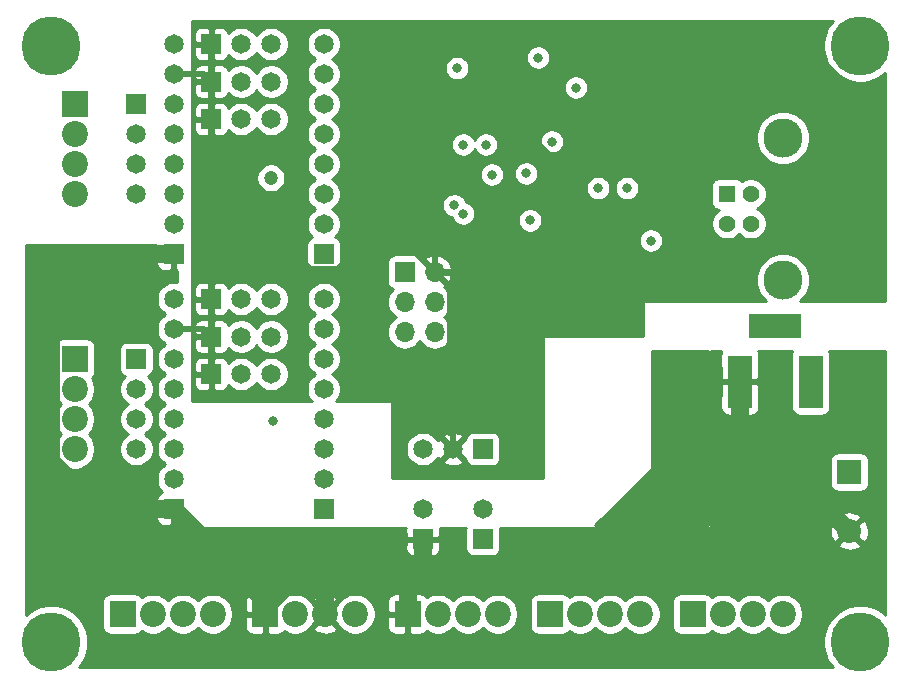
<source format=gbr>
G04 #@! TF.GenerationSoftware,KiCad,Pcbnew,(5.1.2)-2*
G04 #@! TF.CreationDate,2019-08-13T21:45:23-04:00*
G04 #@! TF.ProjectId,Controller,436f6e74-726f-46c6-9c65-722e6b696361,rev?*
G04 #@! TF.SameCoordinates,Original*
G04 #@! TF.FileFunction,Copper,L3,Inr*
G04 #@! TF.FilePolarity,Positive*
%FSLAX46Y46*%
G04 Gerber Fmt 4.6, Leading zero omitted, Abs format (unit mm)*
G04 Created by KiCad (PCBNEW (5.1.2)-2) date 2019-08-13 21:45:23*
%MOMM*%
%LPD*%
G04 APERTURE LIST*
%ADD10C,1.651000*%
%ADD11R,1.651000X1.651000*%
%ADD12R,4.500000X2.000000*%
%ADD13R,2.000000X4.500000*%
%ADD14C,2.200000*%
%ADD15R,2.200000X2.200000*%
%ADD16R,1.700000X1.700000*%
%ADD17O,1.700000X1.700000*%
%ADD18C,3.316000*%
%ADD19C,1.428000*%
%ADD20R,1.428000X1.428000*%
%ADD21C,5.000000*%
%ADD22R,2.032000X2.032000*%
%ADD23C,2.032000*%
%ADD24C,0.800000*%
%ADD25C,1.200000*%
%ADD26C,0.500000*%
%ADD27C,1.500000*%
%ADD28C,0.254000*%
G04 APERTURE END LIST*
D10*
X179705000Y-65405000D03*
X182245000Y-65405000D03*
D11*
X184785000Y-65405000D03*
X161798000Y-37465000D03*
D10*
X164338000Y-37465000D03*
X166878000Y-37465000D03*
D11*
X161798000Y-34290000D03*
D10*
X164338000Y-34290000D03*
X166878000Y-34290000D03*
X166878000Y-31115000D03*
X164338000Y-31115000D03*
D11*
X161798000Y-31115000D03*
D10*
X171323000Y-31115000D03*
X171323000Y-33655000D03*
X171323000Y-36195000D03*
X171323000Y-38735000D03*
X171323000Y-41275000D03*
X171323000Y-43815000D03*
X171323000Y-46355000D03*
D11*
X171323000Y-48895000D03*
D10*
X158623000Y-31115000D03*
X158623000Y-33655000D03*
X158623000Y-36195000D03*
X158623000Y-38735000D03*
X158623000Y-41275000D03*
X158623000Y-43815000D03*
X158623000Y-46355000D03*
D11*
X158623000Y-48895000D03*
D10*
X166878000Y-59055000D03*
X164338000Y-59055000D03*
D11*
X161798000Y-59055000D03*
D10*
X166878000Y-55880000D03*
X164338000Y-55880000D03*
D11*
X161798000Y-55880000D03*
X161798000Y-52705000D03*
D10*
X164338000Y-52705000D03*
X166878000Y-52705000D03*
D11*
X171323000Y-70485000D03*
D10*
X171323000Y-67945000D03*
X171323000Y-65405000D03*
X171323000Y-62865000D03*
X171323000Y-60325000D03*
X171323000Y-57785000D03*
X171323000Y-55245000D03*
X171323000Y-52705000D03*
D11*
X158623000Y-70485000D03*
D10*
X158623000Y-67945000D03*
X158623000Y-65405000D03*
X158623000Y-62865000D03*
X158623000Y-60325000D03*
X158623000Y-57785000D03*
X158623000Y-55245000D03*
X158623000Y-52705000D03*
D12*
X209550000Y-54990000D03*
D13*
X206550000Y-59690000D03*
X212550000Y-59690000D03*
D14*
X186055000Y-79375000D03*
X183515000Y-79375000D03*
X180975000Y-79375000D03*
D15*
X178435000Y-79375000D03*
X190500000Y-79375000D03*
D14*
X193040000Y-79375000D03*
X195580000Y-79375000D03*
X198120000Y-79375000D03*
D11*
X179705000Y-73025000D03*
D10*
X179705000Y-70485000D03*
X184785000Y-70485000D03*
D11*
X184785000Y-73025000D03*
D14*
X210185000Y-79375000D03*
X207645000Y-79375000D03*
X205105000Y-79375000D03*
D15*
X202565000Y-79375000D03*
X154305000Y-79375000D03*
D14*
X156845000Y-79375000D03*
X159385000Y-79375000D03*
X161925000Y-79375000D03*
X173990000Y-79375000D03*
X171450000Y-79375000D03*
X168910000Y-79375000D03*
D15*
X166370000Y-79375000D03*
D16*
X178181000Y-50419000D03*
D17*
X180721000Y-50419000D03*
X178181000Y-52959000D03*
X180721000Y-52959000D03*
X178181000Y-55499000D03*
X180721000Y-55499000D03*
D15*
X150241000Y-36195000D03*
D14*
X150241000Y-38735000D03*
X150241000Y-41275000D03*
X150241000Y-43815000D03*
D11*
X155448000Y-36195000D03*
D10*
X155448000Y-38735000D03*
X155448000Y-41275000D03*
X155448000Y-43815000D03*
D15*
X150241000Y-57785000D03*
D14*
X150241000Y-60325000D03*
X150241000Y-62865000D03*
X150241000Y-65405000D03*
D10*
X155448000Y-65405000D03*
X155448000Y-62865000D03*
X155448000Y-60325000D03*
D11*
X155448000Y-57785000D03*
D18*
X210196000Y-39045000D03*
X210196000Y-51085000D03*
D19*
X207486000Y-43815000D03*
X207486000Y-46315000D03*
D20*
X205486000Y-43815000D03*
D19*
X205486000Y-46315000D03*
D21*
X216750000Y-31250000D03*
X148250000Y-81750000D03*
X148250000Y-31250000D03*
X216750000Y-81750000D03*
D22*
X215823000Y-67350000D03*
D23*
X215823000Y-72350000D03*
D24*
X199009000Y-47752000D03*
X183134000Y-45466000D03*
X183134000Y-39624000D03*
X192659000Y-34798000D03*
X189484000Y-32258000D03*
X182626000Y-33147000D03*
X167000000Y-63000000D03*
D25*
X166846703Y-42449298D03*
X196088000Y-40513000D03*
X203454000Y-32258000D03*
X186955998Y-37084000D03*
X193040000Y-52705000D03*
X196342000Y-53086000D03*
D24*
X188785500Y-46037500D03*
X182372000Y-44767500D03*
X190627000Y-39370000D03*
X188468000Y-42071120D03*
X185547000Y-42164000D03*
X185039000Y-39624000D03*
X194564000Y-43307000D03*
X196977000Y-43307000D03*
D26*
X193548000Y-40513000D02*
X196088000Y-40513000D01*
X196088000Y-40513000D02*
X196936528Y-40513000D01*
X196936528Y-40513000D02*
X201930000Y-40513000D01*
X201930000Y-40513000D02*
X203454000Y-38989000D01*
X203454000Y-38989000D02*
X203454000Y-32258000D01*
X190384998Y-40513000D02*
X186955998Y-37084000D01*
X193040000Y-40640000D02*
X192913000Y-40513000D01*
X196088000Y-40513000D02*
X192913000Y-40513000D01*
X192913000Y-40513000D02*
X190384998Y-40513000D01*
X192943001Y-49499999D02*
X193040000Y-49403000D01*
X193040000Y-52705000D02*
X193040000Y-49403000D01*
X193040000Y-49403000D02*
X193040000Y-40640000D01*
X193421000Y-53086000D02*
X193040000Y-52705000D01*
X196342000Y-53086000D02*
X193421000Y-53086000D01*
X192024000Y-50419000D02*
X193040000Y-49403000D01*
X180721000Y-50419000D02*
X192024000Y-50419000D01*
X181570999Y-51268999D02*
X180721000Y-50419000D01*
X182021001Y-51719001D02*
X181570999Y-51268999D01*
X182021001Y-64013568D02*
X182021001Y-51719001D01*
X182245000Y-65405000D02*
X182245000Y-64237567D01*
X182245000Y-64237567D02*
X182021001Y-64013568D01*
X161798000Y-52705000D02*
X161798000Y-55880000D01*
X161798000Y-59055000D02*
X161798000Y-55880000D01*
X161163000Y-55245000D02*
X161798000Y-55880000D01*
X158623000Y-55245000D02*
X161163000Y-55245000D01*
X161798000Y-41831002D02*
X161798000Y-37465000D01*
X170137499Y-50170501D02*
X161798000Y-41831002D01*
X172508501Y-50170501D02*
X170137499Y-50170501D01*
X174679002Y-48000000D02*
X172508501Y-50170501D01*
X180721000Y-50419000D02*
X178302000Y-48000000D01*
X178302000Y-48000000D02*
X174679002Y-48000000D01*
X161798000Y-52705000D02*
X161798000Y-37465000D01*
X161798000Y-37465000D02*
X161798000Y-34290000D01*
X161798000Y-34290000D02*
X161798000Y-31115000D01*
X161163000Y-33655000D02*
X161798000Y-34290000D01*
X158623000Y-33655000D02*
X161163000Y-33655000D01*
D27*
X206550000Y-59690000D02*
X206550000Y-64450000D01*
X206550000Y-64450000D02*
X195000000Y-76000000D01*
X179705000Y-75350500D02*
X179705000Y-73025000D01*
X195000000Y-76000000D02*
X180354500Y-76000000D01*
X180354500Y-76000000D02*
X179705000Y-75350500D01*
X179210000Y-76000000D02*
X180354500Y-76000000D01*
X178435000Y-79375000D02*
X178435000Y-76775000D01*
X178435000Y-76775000D02*
X179210000Y-76000000D01*
X169250998Y-76000000D02*
X179210000Y-76000000D01*
X166370000Y-79375000D02*
X166370000Y-78880998D01*
X166370000Y-78880998D02*
X169250998Y-76000000D01*
X166370000Y-78232000D02*
X158623000Y-70485000D01*
X166370000Y-79375000D02*
X166370000Y-78232000D01*
X171450000Y-77819366D02*
X171450000Y-79375000D01*
X169250998Y-76000000D02*
X169630634Y-76000000D01*
X169630634Y-76000000D02*
X171450000Y-77819366D01*
X206550000Y-63440000D02*
X206550000Y-59690000D01*
X156297500Y-48895000D02*
X158623000Y-48895000D01*
X155220998Y-48895000D02*
X156297500Y-48895000D01*
X148190999Y-55924999D02*
X155220998Y-48895000D01*
X148190999Y-66389001D02*
X148190999Y-55924999D01*
X158623000Y-70485000D02*
X152286998Y-70485000D01*
X152286998Y-70485000D02*
X148190999Y-66389001D01*
X213434001Y-71334001D02*
X206550000Y-64450000D01*
X215823000Y-72350000D02*
X214807001Y-71334001D01*
X214807001Y-71334001D02*
X213434001Y-71334001D01*
D28*
G36*
X214314886Y-29251554D02*
G01*
X213971799Y-29765021D01*
X213735476Y-30335554D01*
X213615000Y-30941229D01*
X213615000Y-31558771D01*
X213735476Y-32164446D01*
X213971799Y-32734979D01*
X214314886Y-33248446D01*
X214751554Y-33685114D01*
X215265021Y-34028201D01*
X215835554Y-34264524D01*
X216441229Y-34385000D01*
X217058771Y-34385000D01*
X217664446Y-34264524D01*
X218234979Y-34028201D01*
X218748446Y-33685114D01*
X218873000Y-33560560D01*
X218873000Y-52873000D01*
X211647360Y-52873000D01*
X211657702Y-52866090D01*
X211977090Y-52546702D01*
X212228030Y-52171143D01*
X212400881Y-51753843D01*
X212489000Y-51310841D01*
X212489000Y-50859159D01*
X212400881Y-50416157D01*
X212228030Y-49998857D01*
X211977090Y-49623298D01*
X211657702Y-49303910D01*
X211282143Y-49052970D01*
X210864843Y-48880119D01*
X210421841Y-48792000D01*
X209970159Y-48792000D01*
X209527157Y-48880119D01*
X209109857Y-49052970D01*
X208734298Y-49303910D01*
X208414910Y-49623298D01*
X208163970Y-49998857D01*
X207991119Y-50416157D01*
X207903000Y-50859159D01*
X207903000Y-51310841D01*
X207991119Y-51753843D01*
X208163970Y-52171143D01*
X208414910Y-52546702D01*
X208734298Y-52866090D01*
X208744640Y-52873000D01*
X198500000Y-52873000D01*
X198475224Y-52875440D01*
X198451399Y-52882667D01*
X198429443Y-52894403D01*
X198410197Y-52910197D01*
X198394403Y-52929443D01*
X198382667Y-52951399D01*
X198375440Y-52975224D01*
X198373000Y-53000000D01*
X198373000Y-55873000D01*
X190000000Y-55873000D01*
X189975224Y-55875440D01*
X189951399Y-55882667D01*
X189929443Y-55894403D01*
X189910197Y-55910197D01*
X189894403Y-55929443D01*
X189882667Y-55951399D01*
X189875440Y-55975224D01*
X189873000Y-56000000D01*
X189873000Y-67873000D01*
X177127000Y-67873000D01*
X177127000Y-65261153D01*
X178244500Y-65261153D01*
X178244500Y-65548847D01*
X178300626Y-65831012D01*
X178410721Y-66096806D01*
X178570555Y-66336015D01*
X178773985Y-66539445D01*
X179013194Y-66699279D01*
X179278988Y-66809374D01*
X179561153Y-66865500D01*
X179848847Y-66865500D01*
X180131012Y-66809374D01*
X180396806Y-66699279D01*
X180636015Y-66539445D01*
X180759551Y-66415909D01*
X181413696Y-66415909D01*
X181488367Y-66662481D01*
X181748228Y-66785931D01*
X182027180Y-66856313D01*
X182314502Y-66870921D01*
X182599154Y-66829194D01*
X182870196Y-66732737D01*
X183001633Y-66662481D01*
X183076304Y-66415909D01*
X182245000Y-65584605D01*
X181413696Y-66415909D01*
X180759551Y-66415909D01*
X180839445Y-66336015D01*
X180973494Y-66135395D01*
X180987519Y-66161633D01*
X181234091Y-66236304D01*
X182065395Y-65405000D01*
X182424605Y-65405000D01*
X183255909Y-66236304D01*
X183321428Y-66216462D01*
X183321428Y-66230500D01*
X183333688Y-66354982D01*
X183369998Y-66474680D01*
X183428963Y-66584994D01*
X183508315Y-66681685D01*
X183605006Y-66761037D01*
X183715320Y-66820002D01*
X183835018Y-66856312D01*
X183959500Y-66868572D01*
X185610500Y-66868572D01*
X185734982Y-66856312D01*
X185854680Y-66820002D01*
X185964994Y-66761037D01*
X186061685Y-66681685D01*
X186141037Y-66584994D01*
X186200002Y-66474680D01*
X186236312Y-66354982D01*
X186248572Y-66230500D01*
X186248572Y-64579500D01*
X186236312Y-64455018D01*
X186200002Y-64335320D01*
X186141037Y-64225006D01*
X186061685Y-64128315D01*
X185964994Y-64048963D01*
X185854680Y-63989998D01*
X185734982Y-63953688D01*
X185610500Y-63941428D01*
X183959500Y-63941428D01*
X183835018Y-63953688D01*
X183715320Y-63989998D01*
X183605006Y-64048963D01*
X183508315Y-64128315D01*
X183428963Y-64225006D01*
X183369998Y-64335320D01*
X183333688Y-64455018D01*
X183321428Y-64579500D01*
X183321428Y-64593538D01*
X183255909Y-64573696D01*
X182424605Y-65405000D01*
X182065395Y-65405000D01*
X181234091Y-64573696D01*
X180987519Y-64648367D01*
X180974406Y-64675969D01*
X180839445Y-64473985D01*
X180759551Y-64394091D01*
X181413696Y-64394091D01*
X182245000Y-65225395D01*
X183076304Y-64394091D01*
X183001633Y-64147519D01*
X182741772Y-64024069D01*
X182462820Y-63953687D01*
X182175498Y-63939079D01*
X181890846Y-63980806D01*
X181619804Y-64077263D01*
X181488367Y-64147519D01*
X181413696Y-64394091D01*
X180759551Y-64394091D01*
X180636015Y-64270555D01*
X180396806Y-64110721D01*
X180131012Y-64000626D01*
X179848847Y-63944500D01*
X179561153Y-63944500D01*
X179278988Y-64000626D01*
X179013194Y-64110721D01*
X178773985Y-64270555D01*
X178570555Y-64473985D01*
X178410721Y-64713194D01*
X178300626Y-64978988D01*
X178244500Y-65261153D01*
X177127000Y-65261153D01*
X177127000Y-61500000D01*
X177124560Y-61475224D01*
X177117333Y-61451399D01*
X177105597Y-61429443D01*
X177089803Y-61410197D01*
X177070557Y-61394403D01*
X177048601Y-61382667D01*
X177024776Y-61375440D01*
X177000000Y-61373000D01*
X172340460Y-61373000D01*
X172457445Y-61256015D01*
X172617279Y-61016806D01*
X172727374Y-60751012D01*
X172783500Y-60468847D01*
X172783500Y-60181153D01*
X172727374Y-59898988D01*
X172617279Y-59633194D01*
X172457445Y-59393985D01*
X172254015Y-59190555D01*
X172051142Y-59055000D01*
X172254015Y-58919445D01*
X172457445Y-58716015D01*
X172617279Y-58476806D01*
X172727374Y-58211012D01*
X172783500Y-57928847D01*
X172783500Y-57641153D01*
X172727374Y-57358988D01*
X172617279Y-57093194D01*
X172457445Y-56853985D01*
X172254015Y-56650555D01*
X172051142Y-56515000D01*
X172254015Y-56379445D01*
X172457445Y-56176015D01*
X172617279Y-55936806D01*
X172727374Y-55671012D01*
X172783500Y-55388847D01*
X172783500Y-55101153D01*
X172727374Y-54818988D01*
X172617279Y-54553194D01*
X172457445Y-54313985D01*
X172254015Y-54110555D01*
X172051142Y-53975000D01*
X172254015Y-53839445D01*
X172457445Y-53636015D01*
X172617279Y-53396806D01*
X172727374Y-53131012D01*
X172761589Y-52959000D01*
X176688815Y-52959000D01*
X176717487Y-53250111D01*
X176802401Y-53530034D01*
X176940294Y-53788014D01*
X177125866Y-54014134D01*
X177351986Y-54199706D01*
X177406791Y-54229000D01*
X177351986Y-54258294D01*
X177125866Y-54443866D01*
X176940294Y-54669986D01*
X176802401Y-54927966D01*
X176717487Y-55207889D01*
X176688815Y-55499000D01*
X176717487Y-55790111D01*
X176802401Y-56070034D01*
X176940294Y-56328014D01*
X177125866Y-56554134D01*
X177351986Y-56739706D01*
X177609966Y-56877599D01*
X177889889Y-56962513D01*
X178108050Y-56984000D01*
X178253950Y-56984000D01*
X178472111Y-56962513D01*
X178752034Y-56877599D01*
X179010014Y-56739706D01*
X179236134Y-56554134D01*
X179421706Y-56328014D01*
X179451000Y-56273209D01*
X179480294Y-56328014D01*
X179665866Y-56554134D01*
X179891986Y-56739706D01*
X180149966Y-56877599D01*
X180429889Y-56962513D01*
X180648050Y-56984000D01*
X180793950Y-56984000D01*
X181012111Y-56962513D01*
X181292034Y-56877599D01*
X181550014Y-56739706D01*
X181776134Y-56554134D01*
X181961706Y-56328014D01*
X182099599Y-56070034D01*
X182184513Y-55790111D01*
X182213185Y-55499000D01*
X182184513Y-55207889D01*
X182099599Y-54927966D01*
X181961706Y-54669986D01*
X181776134Y-54443866D01*
X181550014Y-54258294D01*
X181495209Y-54229000D01*
X181550014Y-54199706D01*
X181776134Y-54014134D01*
X181961706Y-53788014D01*
X182099599Y-53530034D01*
X182184513Y-53250111D01*
X182213185Y-52959000D01*
X182184513Y-52667889D01*
X182099599Y-52387966D01*
X181961706Y-52129986D01*
X181776134Y-51903866D01*
X181550014Y-51718294D01*
X181485477Y-51683799D01*
X181602355Y-51614178D01*
X181818588Y-51419269D01*
X181992641Y-51185920D01*
X182117825Y-50923099D01*
X182162476Y-50775890D01*
X182041155Y-50546000D01*
X180848000Y-50546000D01*
X180848000Y-50566000D01*
X180594000Y-50566000D01*
X180594000Y-50546000D01*
X180574000Y-50546000D01*
X180574000Y-50292000D01*
X180594000Y-50292000D01*
X180594000Y-49098186D01*
X180848000Y-49098186D01*
X180848000Y-50292000D01*
X182041155Y-50292000D01*
X182162476Y-50062110D01*
X182117825Y-49914901D01*
X181992641Y-49652080D01*
X181818588Y-49418731D01*
X181602355Y-49223822D01*
X181352252Y-49074843D01*
X181077891Y-48977519D01*
X180848000Y-49098186D01*
X180594000Y-49098186D01*
X180364109Y-48977519D01*
X180089748Y-49074843D01*
X179839645Y-49223822D01*
X179643498Y-49400626D01*
X179620502Y-49324820D01*
X179561537Y-49214506D01*
X179482185Y-49117815D01*
X179385494Y-49038463D01*
X179275180Y-48979498D01*
X179155482Y-48943188D01*
X179031000Y-48930928D01*
X177331000Y-48930928D01*
X177206518Y-48943188D01*
X177086820Y-48979498D01*
X176976506Y-49038463D01*
X176879815Y-49117815D01*
X176800463Y-49214506D01*
X176741498Y-49324820D01*
X176705188Y-49444518D01*
X176692928Y-49569000D01*
X176692928Y-51269000D01*
X176705188Y-51393482D01*
X176741498Y-51513180D01*
X176800463Y-51623494D01*
X176879815Y-51720185D01*
X176976506Y-51799537D01*
X177086820Y-51858502D01*
X177155687Y-51879393D01*
X177125866Y-51903866D01*
X176940294Y-52129986D01*
X176802401Y-52387966D01*
X176717487Y-52667889D01*
X176688815Y-52959000D01*
X172761589Y-52959000D01*
X172783500Y-52848847D01*
X172783500Y-52561153D01*
X172727374Y-52278988D01*
X172617279Y-52013194D01*
X172457445Y-51773985D01*
X172254015Y-51570555D01*
X172014806Y-51410721D01*
X171749012Y-51300626D01*
X171466847Y-51244500D01*
X171179153Y-51244500D01*
X170896988Y-51300626D01*
X170631194Y-51410721D01*
X170391985Y-51570555D01*
X170188555Y-51773985D01*
X170028721Y-52013194D01*
X169918626Y-52278988D01*
X169862500Y-52561153D01*
X169862500Y-52848847D01*
X169918626Y-53131012D01*
X170028721Y-53396806D01*
X170188555Y-53636015D01*
X170391985Y-53839445D01*
X170594858Y-53975000D01*
X170391985Y-54110555D01*
X170188555Y-54313985D01*
X170028721Y-54553194D01*
X169918626Y-54818988D01*
X169862500Y-55101153D01*
X169862500Y-55388847D01*
X169918626Y-55671012D01*
X170028721Y-55936806D01*
X170188555Y-56176015D01*
X170391985Y-56379445D01*
X170594858Y-56515000D01*
X170391985Y-56650555D01*
X170188555Y-56853985D01*
X170028721Y-57093194D01*
X169918626Y-57358988D01*
X169862500Y-57641153D01*
X169862500Y-57928847D01*
X169918626Y-58211012D01*
X170028721Y-58476806D01*
X170188555Y-58716015D01*
X170391985Y-58919445D01*
X170594858Y-59055000D01*
X170391985Y-59190555D01*
X170188555Y-59393985D01*
X170028721Y-59633194D01*
X169918626Y-59898988D01*
X169862500Y-60181153D01*
X169862500Y-60468847D01*
X169918626Y-60751012D01*
X170028721Y-61016806D01*
X170188555Y-61256015D01*
X170305540Y-61373000D01*
X160127000Y-61373000D01*
X160127000Y-59880500D01*
X160334428Y-59880500D01*
X160346688Y-60004982D01*
X160382998Y-60124680D01*
X160441963Y-60234994D01*
X160521315Y-60331685D01*
X160618006Y-60411037D01*
X160728320Y-60470002D01*
X160848018Y-60506312D01*
X160972500Y-60518572D01*
X161512250Y-60515500D01*
X161671000Y-60356750D01*
X161671000Y-59182000D01*
X160496250Y-59182000D01*
X160337500Y-59340750D01*
X160334428Y-59880500D01*
X160127000Y-59880500D01*
X160127000Y-58229500D01*
X160334428Y-58229500D01*
X160337500Y-58769250D01*
X160496250Y-58928000D01*
X161671000Y-58928000D01*
X161671000Y-57753250D01*
X161925000Y-57753250D01*
X161925000Y-58928000D01*
X161945000Y-58928000D01*
X161945000Y-59182000D01*
X161925000Y-59182000D01*
X161925000Y-60356750D01*
X162083750Y-60515500D01*
X162623500Y-60518572D01*
X162747982Y-60506312D01*
X162867680Y-60470002D01*
X162977994Y-60411037D01*
X163074685Y-60331685D01*
X163154037Y-60234994D01*
X163213002Y-60124680D01*
X163243077Y-60025537D01*
X163406985Y-60189445D01*
X163646194Y-60349279D01*
X163911988Y-60459374D01*
X164194153Y-60515500D01*
X164481847Y-60515500D01*
X164764012Y-60459374D01*
X165029806Y-60349279D01*
X165269015Y-60189445D01*
X165472445Y-59986015D01*
X165608000Y-59783142D01*
X165743555Y-59986015D01*
X165946985Y-60189445D01*
X166186194Y-60349279D01*
X166451988Y-60459374D01*
X166734153Y-60515500D01*
X167021847Y-60515500D01*
X167304012Y-60459374D01*
X167569806Y-60349279D01*
X167809015Y-60189445D01*
X168012445Y-59986015D01*
X168172279Y-59746806D01*
X168282374Y-59481012D01*
X168338500Y-59198847D01*
X168338500Y-58911153D01*
X168282374Y-58628988D01*
X168172279Y-58363194D01*
X168012445Y-58123985D01*
X167809015Y-57920555D01*
X167569806Y-57760721D01*
X167304012Y-57650626D01*
X167021847Y-57594500D01*
X166734153Y-57594500D01*
X166451988Y-57650626D01*
X166186194Y-57760721D01*
X165946985Y-57920555D01*
X165743555Y-58123985D01*
X165608000Y-58326858D01*
X165472445Y-58123985D01*
X165269015Y-57920555D01*
X165029806Y-57760721D01*
X164764012Y-57650626D01*
X164481847Y-57594500D01*
X164194153Y-57594500D01*
X163911988Y-57650626D01*
X163646194Y-57760721D01*
X163406985Y-57920555D01*
X163243077Y-58084463D01*
X163213002Y-57985320D01*
X163154037Y-57875006D01*
X163074685Y-57778315D01*
X162977994Y-57698963D01*
X162867680Y-57639998D01*
X162747982Y-57603688D01*
X162623500Y-57591428D01*
X162083750Y-57594500D01*
X161925000Y-57753250D01*
X161671000Y-57753250D01*
X161512250Y-57594500D01*
X160972500Y-57591428D01*
X160848018Y-57603688D01*
X160728320Y-57639998D01*
X160618006Y-57698963D01*
X160521315Y-57778315D01*
X160441963Y-57875006D01*
X160382998Y-57985320D01*
X160346688Y-58105018D01*
X160334428Y-58229500D01*
X160127000Y-58229500D01*
X160127000Y-56705500D01*
X160334428Y-56705500D01*
X160346688Y-56829982D01*
X160382998Y-56949680D01*
X160441963Y-57059994D01*
X160521315Y-57156685D01*
X160618006Y-57236037D01*
X160728320Y-57295002D01*
X160848018Y-57331312D01*
X160972500Y-57343572D01*
X161512250Y-57340500D01*
X161671000Y-57181750D01*
X161671000Y-56007000D01*
X160496250Y-56007000D01*
X160337500Y-56165750D01*
X160334428Y-56705500D01*
X160127000Y-56705500D01*
X160127000Y-55054500D01*
X160334428Y-55054500D01*
X160337500Y-55594250D01*
X160496250Y-55753000D01*
X161671000Y-55753000D01*
X161671000Y-54578250D01*
X161925000Y-54578250D01*
X161925000Y-55753000D01*
X161945000Y-55753000D01*
X161945000Y-56007000D01*
X161925000Y-56007000D01*
X161925000Y-57181750D01*
X162083750Y-57340500D01*
X162623500Y-57343572D01*
X162747982Y-57331312D01*
X162867680Y-57295002D01*
X162977994Y-57236037D01*
X163074685Y-57156685D01*
X163154037Y-57059994D01*
X163213002Y-56949680D01*
X163243077Y-56850537D01*
X163406985Y-57014445D01*
X163646194Y-57174279D01*
X163911988Y-57284374D01*
X164194153Y-57340500D01*
X164481847Y-57340500D01*
X164764012Y-57284374D01*
X165029806Y-57174279D01*
X165269015Y-57014445D01*
X165472445Y-56811015D01*
X165608000Y-56608142D01*
X165743555Y-56811015D01*
X165946985Y-57014445D01*
X166186194Y-57174279D01*
X166451988Y-57284374D01*
X166734153Y-57340500D01*
X167021847Y-57340500D01*
X167304012Y-57284374D01*
X167569806Y-57174279D01*
X167809015Y-57014445D01*
X168012445Y-56811015D01*
X168172279Y-56571806D01*
X168282374Y-56306012D01*
X168338500Y-56023847D01*
X168338500Y-55736153D01*
X168282374Y-55453988D01*
X168172279Y-55188194D01*
X168012445Y-54948985D01*
X167809015Y-54745555D01*
X167569806Y-54585721D01*
X167304012Y-54475626D01*
X167021847Y-54419500D01*
X166734153Y-54419500D01*
X166451988Y-54475626D01*
X166186194Y-54585721D01*
X165946985Y-54745555D01*
X165743555Y-54948985D01*
X165608000Y-55151858D01*
X165472445Y-54948985D01*
X165269015Y-54745555D01*
X165029806Y-54585721D01*
X164764012Y-54475626D01*
X164481847Y-54419500D01*
X164194153Y-54419500D01*
X163911988Y-54475626D01*
X163646194Y-54585721D01*
X163406985Y-54745555D01*
X163243077Y-54909463D01*
X163213002Y-54810320D01*
X163154037Y-54700006D01*
X163074685Y-54603315D01*
X162977994Y-54523963D01*
X162867680Y-54464998D01*
X162747982Y-54428688D01*
X162623500Y-54416428D01*
X162083750Y-54419500D01*
X161925000Y-54578250D01*
X161671000Y-54578250D01*
X161512250Y-54419500D01*
X160972500Y-54416428D01*
X160848018Y-54428688D01*
X160728320Y-54464998D01*
X160618006Y-54523963D01*
X160521315Y-54603315D01*
X160441963Y-54700006D01*
X160382998Y-54810320D01*
X160346688Y-54930018D01*
X160334428Y-55054500D01*
X160127000Y-55054500D01*
X160127000Y-53530500D01*
X160334428Y-53530500D01*
X160346688Y-53654982D01*
X160382998Y-53774680D01*
X160441963Y-53884994D01*
X160521315Y-53981685D01*
X160618006Y-54061037D01*
X160728320Y-54120002D01*
X160848018Y-54156312D01*
X160972500Y-54168572D01*
X161512250Y-54165500D01*
X161671000Y-54006750D01*
X161671000Y-52832000D01*
X160496250Y-52832000D01*
X160337500Y-52990750D01*
X160334428Y-53530500D01*
X160127000Y-53530500D01*
X160127000Y-51879500D01*
X160334428Y-51879500D01*
X160337500Y-52419250D01*
X160496250Y-52578000D01*
X161671000Y-52578000D01*
X161671000Y-51403250D01*
X161925000Y-51403250D01*
X161925000Y-52578000D01*
X161945000Y-52578000D01*
X161945000Y-52832000D01*
X161925000Y-52832000D01*
X161925000Y-54006750D01*
X162083750Y-54165500D01*
X162623500Y-54168572D01*
X162747982Y-54156312D01*
X162867680Y-54120002D01*
X162977994Y-54061037D01*
X163074685Y-53981685D01*
X163154037Y-53884994D01*
X163213002Y-53774680D01*
X163243077Y-53675537D01*
X163406985Y-53839445D01*
X163646194Y-53999279D01*
X163911988Y-54109374D01*
X164194153Y-54165500D01*
X164481847Y-54165500D01*
X164764012Y-54109374D01*
X165029806Y-53999279D01*
X165269015Y-53839445D01*
X165472445Y-53636015D01*
X165608000Y-53433142D01*
X165743555Y-53636015D01*
X165946985Y-53839445D01*
X166186194Y-53999279D01*
X166451988Y-54109374D01*
X166734153Y-54165500D01*
X167021847Y-54165500D01*
X167304012Y-54109374D01*
X167569806Y-53999279D01*
X167809015Y-53839445D01*
X168012445Y-53636015D01*
X168172279Y-53396806D01*
X168282374Y-53131012D01*
X168338500Y-52848847D01*
X168338500Y-52561153D01*
X168282374Y-52278988D01*
X168172279Y-52013194D01*
X168012445Y-51773985D01*
X167809015Y-51570555D01*
X167569806Y-51410721D01*
X167304012Y-51300626D01*
X167021847Y-51244500D01*
X166734153Y-51244500D01*
X166451988Y-51300626D01*
X166186194Y-51410721D01*
X165946985Y-51570555D01*
X165743555Y-51773985D01*
X165608000Y-51976858D01*
X165472445Y-51773985D01*
X165269015Y-51570555D01*
X165029806Y-51410721D01*
X164764012Y-51300626D01*
X164481847Y-51244500D01*
X164194153Y-51244500D01*
X163911988Y-51300626D01*
X163646194Y-51410721D01*
X163406985Y-51570555D01*
X163243077Y-51734463D01*
X163213002Y-51635320D01*
X163154037Y-51525006D01*
X163074685Y-51428315D01*
X162977994Y-51348963D01*
X162867680Y-51289998D01*
X162747982Y-51253688D01*
X162623500Y-51241428D01*
X162083750Y-51244500D01*
X161925000Y-51403250D01*
X161671000Y-51403250D01*
X161512250Y-51244500D01*
X160972500Y-51241428D01*
X160848018Y-51253688D01*
X160728320Y-51289998D01*
X160618006Y-51348963D01*
X160521315Y-51428315D01*
X160441963Y-51525006D01*
X160382998Y-51635320D01*
X160346688Y-51755018D01*
X160334428Y-51879500D01*
X160127000Y-51879500D01*
X160127000Y-48069500D01*
X169859428Y-48069500D01*
X169859428Y-49720500D01*
X169871688Y-49844982D01*
X169907998Y-49964680D01*
X169966963Y-50074994D01*
X170046315Y-50171685D01*
X170143006Y-50251037D01*
X170253320Y-50310002D01*
X170373018Y-50346312D01*
X170497500Y-50358572D01*
X172148500Y-50358572D01*
X172272982Y-50346312D01*
X172392680Y-50310002D01*
X172502994Y-50251037D01*
X172599685Y-50171685D01*
X172679037Y-50074994D01*
X172738002Y-49964680D01*
X172774312Y-49844982D01*
X172786572Y-49720500D01*
X172786572Y-48069500D01*
X172774312Y-47945018D01*
X172738002Y-47825320D01*
X172679037Y-47715006D01*
X172625739Y-47650061D01*
X197974000Y-47650061D01*
X197974000Y-47853939D01*
X198013774Y-48053898D01*
X198091795Y-48242256D01*
X198205063Y-48411774D01*
X198349226Y-48555937D01*
X198518744Y-48669205D01*
X198707102Y-48747226D01*
X198907061Y-48787000D01*
X199110939Y-48787000D01*
X199310898Y-48747226D01*
X199499256Y-48669205D01*
X199668774Y-48555937D01*
X199812937Y-48411774D01*
X199926205Y-48242256D01*
X200004226Y-48053898D01*
X200044000Y-47853939D01*
X200044000Y-47650061D01*
X200004226Y-47450102D01*
X199926205Y-47261744D01*
X199812937Y-47092226D01*
X199668774Y-46948063D01*
X199499256Y-46834795D01*
X199310898Y-46756774D01*
X199110939Y-46717000D01*
X198907061Y-46717000D01*
X198707102Y-46756774D01*
X198518744Y-46834795D01*
X198349226Y-46948063D01*
X198205063Y-47092226D01*
X198091795Y-47261744D01*
X198013774Y-47450102D01*
X197974000Y-47650061D01*
X172625739Y-47650061D01*
X172599685Y-47618315D01*
X172502994Y-47538963D01*
X172392680Y-47479998D01*
X172293537Y-47449923D01*
X172457445Y-47286015D01*
X172617279Y-47046806D01*
X172727374Y-46781012D01*
X172783500Y-46498847D01*
X172783500Y-46211153D01*
X172727374Y-45928988D01*
X172617279Y-45663194D01*
X172457445Y-45423985D01*
X172254015Y-45220555D01*
X172051142Y-45085000D01*
X172254015Y-44949445D01*
X172457445Y-44746015D01*
X172511202Y-44665561D01*
X181337000Y-44665561D01*
X181337000Y-44869439D01*
X181376774Y-45069398D01*
X181454795Y-45257756D01*
X181568063Y-45427274D01*
X181712226Y-45571437D01*
X181881744Y-45684705D01*
X182070102Y-45762726D01*
X182142605Y-45777148D01*
X182216795Y-45956256D01*
X182330063Y-46125774D01*
X182474226Y-46269937D01*
X182643744Y-46383205D01*
X182832102Y-46461226D01*
X183032061Y-46501000D01*
X183235939Y-46501000D01*
X183435898Y-46461226D01*
X183624256Y-46383205D01*
X183793774Y-46269937D01*
X183937937Y-46125774D01*
X184051205Y-45956256D01*
X184059777Y-45935561D01*
X187750500Y-45935561D01*
X187750500Y-46139439D01*
X187790274Y-46339398D01*
X187868295Y-46527756D01*
X187981563Y-46697274D01*
X188125726Y-46841437D01*
X188295244Y-46954705D01*
X188483602Y-47032726D01*
X188683561Y-47072500D01*
X188887439Y-47072500D01*
X189087398Y-47032726D01*
X189275756Y-46954705D01*
X189445274Y-46841437D01*
X189589437Y-46697274D01*
X189702705Y-46527756D01*
X189780726Y-46339398D01*
X189820500Y-46139439D01*
X189820500Y-45935561D01*
X189780726Y-45735602D01*
X189702705Y-45547244D01*
X189589437Y-45377726D01*
X189445274Y-45233563D01*
X189275756Y-45120295D01*
X189087398Y-45042274D01*
X188887439Y-45002500D01*
X188683561Y-45002500D01*
X188483602Y-45042274D01*
X188295244Y-45120295D01*
X188125726Y-45233563D01*
X187981563Y-45377726D01*
X187868295Y-45547244D01*
X187790274Y-45735602D01*
X187750500Y-45935561D01*
X184059777Y-45935561D01*
X184129226Y-45767898D01*
X184169000Y-45567939D01*
X184169000Y-45364061D01*
X184129226Y-45164102D01*
X184051205Y-44975744D01*
X183937937Y-44806226D01*
X183793774Y-44662063D01*
X183624256Y-44548795D01*
X183435898Y-44470774D01*
X183363395Y-44456352D01*
X183289205Y-44277244D01*
X183175937Y-44107726D01*
X183031774Y-43963563D01*
X182862256Y-43850295D01*
X182673898Y-43772274D01*
X182473939Y-43732500D01*
X182270061Y-43732500D01*
X182070102Y-43772274D01*
X181881744Y-43850295D01*
X181712226Y-43963563D01*
X181568063Y-44107726D01*
X181454795Y-44277244D01*
X181376774Y-44465602D01*
X181337000Y-44665561D01*
X172511202Y-44665561D01*
X172617279Y-44506806D01*
X172727374Y-44241012D01*
X172783500Y-43958847D01*
X172783500Y-43671153D01*
X172727374Y-43388988D01*
X172651190Y-43205061D01*
X193529000Y-43205061D01*
X193529000Y-43408939D01*
X193568774Y-43608898D01*
X193646795Y-43797256D01*
X193760063Y-43966774D01*
X193904226Y-44110937D01*
X194073744Y-44224205D01*
X194262102Y-44302226D01*
X194462061Y-44342000D01*
X194665939Y-44342000D01*
X194865898Y-44302226D01*
X195054256Y-44224205D01*
X195223774Y-44110937D01*
X195367937Y-43966774D01*
X195481205Y-43797256D01*
X195559226Y-43608898D01*
X195599000Y-43408939D01*
X195599000Y-43205061D01*
X195942000Y-43205061D01*
X195942000Y-43408939D01*
X195981774Y-43608898D01*
X196059795Y-43797256D01*
X196173063Y-43966774D01*
X196317226Y-44110937D01*
X196486744Y-44224205D01*
X196675102Y-44302226D01*
X196875061Y-44342000D01*
X197078939Y-44342000D01*
X197278898Y-44302226D01*
X197467256Y-44224205D01*
X197636774Y-44110937D01*
X197780937Y-43966774D01*
X197894205Y-43797256D01*
X197972226Y-43608898D01*
X198012000Y-43408939D01*
X198012000Y-43205061D01*
X197991302Y-43101000D01*
X204133928Y-43101000D01*
X204133928Y-44529000D01*
X204146188Y-44653482D01*
X204182498Y-44773180D01*
X204241463Y-44883494D01*
X204320815Y-44980185D01*
X204417506Y-45059537D01*
X204527820Y-45118502D01*
X204647518Y-45154812D01*
X204772000Y-45167072D01*
X204775860Y-45167072D01*
X204626063Y-45267163D01*
X204438163Y-45455063D01*
X204290532Y-45676009D01*
X204188842Y-45921511D01*
X204137000Y-46182135D01*
X204137000Y-46447865D01*
X204188842Y-46708489D01*
X204290532Y-46953991D01*
X204438163Y-47174937D01*
X204626063Y-47362837D01*
X204847009Y-47510468D01*
X205092511Y-47612158D01*
X205353135Y-47664000D01*
X205618865Y-47664000D01*
X205879489Y-47612158D01*
X206124991Y-47510468D01*
X206345937Y-47362837D01*
X206486000Y-47222774D01*
X206626063Y-47362837D01*
X206847009Y-47510468D01*
X207092511Y-47612158D01*
X207353135Y-47664000D01*
X207618865Y-47664000D01*
X207879489Y-47612158D01*
X208124991Y-47510468D01*
X208345937Y-47362837D01*
X208533837Y-47174937D01*
X208681468Y-46953991D01*
X208783158Y-46708489D01*
X208835000Y-46447865D01*
X208835000Y-46182135D01*
X208783158Y-45921511D01*
X208681468Y-45676009D01*
X208533837Y-45455063D01*
X208345937Y-45267163D01*
X208124991Y-45119532D01*
X207993339Y-45065000D01*
X208124991Y-45010468D01*
X208345937Y-44862837D01*
X208533837Y-44674937D01*
X208681468Y-44453991D01*
X208783158Y-44208489D01*
X208835000Y-43947865D01*
X208835000Y-43682135D01*
X208783158Y-43421511D01*
X208681468Y-43176009D01*
X208533837Y-42955063D01*
X208345937Y-42767163D01*
X208124991Y-42619532D01*
X207879489Y-42517842D01*
X207618865Y-42466000D01*
X207353135Y-42466000D01*
X207092511Y-42517842D01*
X206847009Y-42619532D01*
X206704486Y-42714763D01*
X206651185Y-42649815D01*
X206554494Y-42570463D01*
X206444180Y-42511498D01*
X206324482Y-42475188D01*
X206200000Y-42462928D01*
X204772000Y-42462928D01*
X204647518Y-42475188D01*
X204527820Y-42511498D01*
X204417506Y-42570463D01*
X204320815Y-42649815D01*
X204241463Y-42746506D01*
X204182498Y-42856820D01*
X204146188Y-42976518D01*
X204133928Y-43101000D01*
X197991302Y-43101000D01*
X197972226Y-43005102D01*
X197894205Y-42816744D01*
X197780937Y-42647226D01*
X197636774Y-42503063D01*
X197467256Y-42389795D01*
X197278898Y-42311774D01*
X197078939Y-42272000D01*
X196875061Y-42272000D01*
X196675102Y-42311774D01*
X196486744Y-42389795D01*
X196317226Y-42503063D01*
X196173063Y-42647226D01*
X196059795Y-42816744D01*
X195981774Y-43005102D01*
X195942000Y-43205061D01*
X195599000Y-43205061D01*
X195559226Y-43005102D01*
X195481205Y-42816744D01*
X195367937Y-42647226D01*
X195223774Y-42503063D01*
X195054256Y-42389795D01*
X194865898Y-42311774D01*
X194665939Y-42272000D01*
X194462061Y-42272000D01*
X194262102Y-42311774D01*
X194073744Y-42389795D01*
X193904226Y-42503063D01*
X193760063Y-42647226D01*
X193646795Y-42816744D01*
X193568774Y-43005102D01*
X193529000Y-43205061D01*
X172651190Y-43205061D01*
X172617279Y-43123194D01*
X172457445Y-42883985D01*
X172254015Y-42680555D01*
X172051142Y-42545000D01*
X172254015Y-42409445D01*
X172457445Y-42206015D01*
X172553631Y-42062061D01*
X184512000Y-42062061D01*
X184512000Y-42265939D01*
X184551774Y-42465898D01*
X184629795Y-42654256D01*
X184743063Y-42823774D01*
X184887226Y-42967937D01*
X185056744Y-43081205D01*
X185245102Y-43159226D01*
X185445061Y-43199000D01*
X185648939Y-43199000D01*
X185848898Y-43159226D01*
X186037256Y-43081205D01*
X186206774Y-42967937D01*
X186350937Y-42823774D01*
X186464205Y-42654256D01*
X186542226Y-42465898D01*
X186582000Y-42265939D01*
X186582000Y-42062061D01*
X186563526Y-41969181D01*
X187433000Y-41969181D01*
X187433000Y-42173059D01*
X187472774Y-42373018D01*
X187550795Y-42561376D01*
X187664063Y-42730894D01*
X187808226Y-42875057D01*
X187977744Y-42988325D01*
X188166102Y-43066346D01*
X188366061Y-43106120D01*
X188569939Y-43106120D01*
X188769898Y-43066346D01*
X188958256Y-42988325D01*
X189127774Y-42875057D01*
X189271937Y-42730894D01*
X189385205Y-42561376D01*
X189463226Y-42373018D01*
X189503000Y-42173059D01*
X189503000Y-41969181D01*
X189463226Y-41769222D01*
X189385205Y-41580864D01*
X189271937Y-41411346D01*
X189127774Y-41267183D01*
X188958256Y-41153915D01*
X188769898Y-41075894D01*
X188569939Y-41036120D01*
X188366061Y-41036120D01*
X188166102Y-41075894D01*
X187977744Y-41153915D01*
X187808226Y-41267183D01*
X187664063Y-41411346D01*
X187550795Y-41580864D01*
X187472774Y-41769222D01*
X187433000Y-41969181D01*
X186563526Y-41969181D01*
X186542226Y-41862102D01*
X186464205Y-41673744D01*
X186350937Y-41504226D01*
X186206774Y-41360063D01*
X186037256Y-41246795D01*
X185848898Y-41168774D01*
X185648939Y-41129000D01*
X185445061Y-41129000D01*
X185245102Y-41168774D01*
X185056744Y-41246795D01*
X184887226Y-41360063D01*
X184743063Y-41504226D01*
X184629795Y-41673744D01*
X184551774Y-41862102D01*
X184512000Y-42062061D01*
X172553631Y-42062061D01*
X172617279Y-41966806D01*
X172727374Y-41701012D01*
X172783500Y-41418847D01*
X172783500Y-41131153D01*
X172727374Y-40848988D01*
X172617279Y-40583194D01*
X172457445Y-40343985D01*
X172254015Y-40140555D01*
X172051142Y-40005000D01*
X172254015Y-39869445D01*
X172457445Y-39666015D01*
X172553631Y-39522061D01*
X182099000Y-39522061D01*
X182099000Y-39725939D01*
X182138774Y-39925898D01*
X182216795Y-40114256D01*
X182330063Y-40283774D01*
X182474226Y-40427937D01*
X182643744Y-40541205D01*
X182832102Y-40619226D01*
X183032061Y-40659000D01*
X183235939Y-40659000D01*
X183435898Y-40619226D01*
X183624256Y-40541205D01*
X183793774Y-40427937D01*
X183937937Y-40283774D01*
X184051205Y-40114256D01*
X184086500Y-40029047D01*
X184121795Y-40114256D01*
X184235063Y-40283774D01*
X184379226Y-40427937D01*
X184548744Y-40541205D01*
X184737102Y-40619226D01*
X184937061Y-40659000D01*
X185140939Y-40659000D01*
X185340898Y-40619226D01*
X185529256Y-40541205D01*
X185698774Y-40427937D01*
X185842937Y-40283774D01*
X185956205Y-40114256D01*
X186034226Y-39925898D01*
X186074000Y-39725939D01*
X186074000Y-39522061D01*
X186034226Y-39322102D01*
X186011842Y-39268061D01*
X189592000Y-39268061D01*
X189592000Y-39471939D01*
X189631774Y-39671898D01*
X189709795Y-39860256D01*
X189823063Y-40029774D01*
X189967226Y-40173937D01*
X190136744Y-40287205D01*
X190325102Y-40365226D01*
X190525061Y-40405000D01*
X190728939Y-40405000D01*
X190928898Y-40365226D01*
X191117256Y-40287205D01*
X191286774Y-40173937D01*
X191430937Y-40029774D01*
X191544205Y-39860256D01*
X191622226Y-39671898D01*
X191662000Y-39471939D01*
X191662000Y-39268061D01*
X191622226Y-39068102D01*
X191544205Y-38879744D01*
X191503724Y-38819159D01*
X207903000Y-38819159D01*
X207903000Y-39270841D01*
X207991119Y-39713843D01*
X208163970Y-40131143D01*
X208414910Y-40506702D01*
X208734298Y-40826090D01*
X209109857Y-41077030D01*
X209527157Y-41249881D01*
X209970159Y-41338000D01*
X210421841Y-41338000D01*
X210864843Y-41249881D01*
X211282143Y-41077030D01*
X211657702Y-40826090D01*
X211977090Y-40506702D01*
X212228030Y-40131143D01*
X212400881Y-39713843D01*
X212489000Y-39270841D01*
X212489000Y-38819159D01*
X212400881Y-38376157D01*
X212228030Y-37958857D01*
X211977090Y-37583298D01*
X211657702Y-37263910D01*
X211282143Y-37012970D01*
X210864843Y-36840119D01*
X210421841Y-36752000D01*
X209970159Y-36752000D01*
X209527157Y-36840119D01*
X209109857Y-37012970D01*
X208734298Y-37263910D01*
X208414910Y-37583298D01*
X208163970Y-37958857D01*
X207991119Y-38376157D01*
X207903000Y-38819159D01*
X191503724Y-38819159D01*
X191430937Y-38710226D01*
X191286774Y-38566063D01*
X191117256Y-38452795D01*
X190928898Y-38374774D01*
X190728939Y-38335000D01*
X190525061Y-38335000D01*
X190325102Y-38374774D01*
X190136744Y-38452795D01*
X189967226Y-38566063D01*
X189823063Y-38710226D01*
X189709795Y-38879744D01*
X189631774Y-39068102D01*
X189592000Y-39268061D01*
X186011842Y-39268061D01*
X185956205Y-39133744D01*
X185842937Y-38964226D01*
X185698774Y-38820063D01*
X185529256Y-38706795D01*
X185340898Y-38628774D01*
X185140939Y-38589000D01*
X184937061Y-38589000D01*
X184737102Y-38628774D01*
X184548744Y-38706795D01*
X184379226Y-38820063D01*
X184235063Y-38964226D01*
X184121795Y-39133744D01*
X184086500Y-39218953D01*
X184051205Y-39133744D01*
X183937937Y-38964226D01*
X183793774Y-38820063D01*
X183624256Y-38706795D01*
X183435898Y-38628774D01*
X183235939Y-38589000D01*
X183032061Y-38589000D01*
X182832102Y-38628774D01*
X182643744Y-38706795D01*
X182474226Y-38820063D01*
X182330063Y-38964226D01*
X182216795Y-39133744D01*
X182138774Y-39322102D01*
X182099000Y-39522061D01*
X172553631Y-39522061D01*
X172617279Y-39426806D01*
X172727374Y-39161012D01*
X172783500Y-38878847D01*
X172783500Y-38591153D01*
X172727374Y-38308988D01*
X172617279Y-38043194D01*
X172457445Y-37803985D01*
X172254015Y-37600555D01*
X172051142Y-37465000D01*
X172254015Y-37329445D01*
X172457445Y-37126015D01*
X172617279Y-36886806D01*
X172727374Y-36621012D01*
X172783500Y-36338847D01*
X172783500Y-36051153D01*
X172727374Y-35768988D01*
X172617279Y-35503194D01*
X172457445Y-35263985D01*
X172254015Y-35060555D01*
X172051142Y-34925000D01*
X172254015Y-34789445D01*
X172347399Y-34696061D01*
X191624000Y-34696061D01*
X191624000Y-34899939D01*
X191663774Y-35099898D01*
X191741795Y-35288256D01*
X191855063Y-35457774D01*
X191999226Y-35601937D01*
X192168744Y-35715205D01*
X192357102Y-35793226D01*
X192557061Y-35833000D01*
X192760939Y-35833000D01*
X192960898Y-35793226D01*
X193149256Y-35715205D01*
X193318774Y-35601937D01*
X193462937Y-35457774D01*
X193576205Y-35288256D01*
X193654226Y-35099898D01*
X193694000Y-34899939D01*
X193694000Y-34696061D01*
X193654226Y-34496102D01*
X193576205Y-34307744D01*
X193462937Y-34138226D01*
X193318774Y-33994063D01*
X193149256Y-33880795D01*
X192960898Y-33802774D01*
X192760939Y-33763000D01*
X192557061Y-33763000D01*
X192357102Y-33802774D01*
X192168744Y-33880795D01*
X191999226Y-33994063D01*
X191855063Y-34138226D01*
X191741795Y-34307744D01*
X191663774Y-34496102D01*
X191624000Y-34696061D01*
X172347399Y-34696061D01*
X172457445Y-34586015D01*
X172617279Y-34346806D01*
X172727374Y-34081012D01*
X172783500Y-33798847D01*
X172783500Y-33511153D01*
X172727374Y-33228988D01*
X172651190Y-33045061D01*
X181591000Y-33045061D01*
X181591000Y-33248939D01*
X181630774Y-33448898D01*
X181708795Y-33637256D01*
X181822063Y-33806774D01*
X181966226Y-33950937D01*
X182135744Y-34064205D01*
X182324102Y-34142226D01*
X182524061Y-34182000D01*
X182727939Y-34182000D01*
X182927898Y-34142226D01*
X183116256Y-34064205D01*
X183285774Y-33950937D01*
X183429937Y-33806774D01*
X183543205Y-33637256D01*
X183621226Y-33448898D01*
X183661000Y-33248939D01*
X183661000Y-33045061D01*
X183621226Y-32845102D01*
X183543205Y-32656744D01*
X183429937Y-32487226D01*
X183285774Y-32343063D01*
X183116256Y-32229795D01*
X182938248Y-32156061D01*
X188449000Y-32156061D01*
X188449000Y-32359939D01*
X188488774Y-32559898D01*
X188566795Y-32748256D01*
X188680063Y-32917774D01*
X188824226Y-33061937D01*
X188993744Y-33175205D01*
X189182102Y-33253226D01*
X189382061Y-33293000D01*
X189585939Y-33293000D01*
X189785898Y-33253226D01*
X189974256Y-33175205D01*
X190143774Y-33061937D01*
X190287937Y-32917774D01*
X190401205Y-32748256D01*
X190479226Y-32559898D01*
X190519000Y-32359939D01*
X190519000Y-32156061D01*
X190479226Y-31956102D01*
X190401205Y-31767744D01*
X190287937Y-31598226D01*
X190143774Y-31454063D01*
X189974256Y-31340795D01*
X189785898Y-31262774D01*
X189585939Y-31223000D01*
X189382061Y-31223000D01*
X189182102Y-31262774D01*
X188993744Y-31340795D01*
X188824226Y-31454063D01*
X188680063Y-31598226D01*
X188566795Y-31767744D01*
X188488774Y-31956102D01*
X188449000Y-32156061D01*
X182938248Y-32156061D01*
X182927898Y-32151774D01*
X182727939Y-32112000D01*
X182524061Y-32112000D01*
X182324102Y-32151774D01*
X182135744Y-32229795D01*
X181966226Y-32343063D01*
X181822063Y-32487226D01*
X181708795Y-32656744D01*
X181630774Y-32845102D01*
X181591000Y-33045061D01*
X172651190Y-33045061D01*
X172617279Y-32963194D01*
X172457445Y-32723985D01*
X172254015Y-32520555D01*
X172051142Y-32385000D01*
X172254015Y-32249445D01*
X172457445Y-32046015D01*
X172617279Y-31806806D01*
X172727374Y-31541012D01*
X172783500Y-31258847D01*
X172783500Y-30971153D01*
X172727374Y-30688988D01*
X172617279Y-30423194D01*
X172457445Y-30183985D01*
X172254015Y-29980555D01*
X172014806Y-29820721D01*
X171749012Y-29710626D01*
X171466847Y-29654500D01*
X171179153Y-29654500D01*
X170896988Y-29710626D01*
X170631194Y-29820721D01*
X170391985Y-29980555D01*
X170188555Y-30183985D01*
X170028721Y-30423194D01*
X169918626Y-30688988D01*
X169862500Y-30971153D01*
X169862500Y-31258847D01*
X169918626Y-31541012D01*
X170028721Y-31806806D01*
X170188555Y-32046015D01*
X170391985Y-32249445D01*
X170594858Y-32385000D01*
X170391985Y-32520555D01*
X170188555Y-32723985D01*
X170028721Y-32963194D01*
X169918626Y-33228988D01*
X169862500Y-33511153D01*
X169862500Y-33798847D01*
X169918626Y-34081012D01*
X170028721Y-34346806D01*
X170188555Y-34586015D01*
X170391985Y-34789445D01*
X170594858Y-34925000D01*
X170391985Y-35060555D01*
X170188555Y-35263985D01*
X170028721Y-35503194D01*
X169918626Y-35768988D01*
X169862500Y-36051153D01*
X169862500Y-36338847D01*
X169918626Y-36621012D01*
X170028721Y-36886806D01*
X170188555Y-37126015D01*
X170391985Y-37329445D01*
X170594858Y-37465000D01*
X170391985Y-37600555D01*
X170188555Y-37803985D01*
X170028721Y-38043194D01*
X169918626Y-38308988D01*
X169862500Y-38591153D01*
X169862500Y-38878847D01*
X169918626Y-39161012D01*
X170028721Y-39426806D01*
X170188555Y-39666015D01*
X170391985Y-39869445D01*
X170594858Y-40005000D01*
X170391985Y-40140555D01*
X170188555Y-40343985D01*
X170028721Y-40583194D01*
X169918626Y-40848988D01*
X169862500Y-41131153D01*
X169862500Y-41418847D01*
X169918626Y-41701012D01*
X170028721Y-41966806D01*
X170188555Y-42206015D01*
X170391985Y-42409445D01*
X170594858Y-42545000D01*
X170391985Y-42680555D01*
X170188555Y-42883985D01*
X170028721Y-43123194D01*
X169918626Y-43388988D01*
X169862500Y-43671153D01*
X169862500Y-43958847D01*
X169918626Y-44241012D01*
X170028721Y-44506806D01*
X170188555Y-44746015D01*
X170391985Y-44949445D01*
X170594858Y-45085000D01*
X170391985Y-45220555D01*
X170188555Y-45423985D01*
X170028721Y-45663194D01*
X169918626Y-45928988D01*
X169862500Y-46211153D01*
X169862500Y-46498847D01*
X169918626Y-46781012D01*
X170028721Y-47046806D01*
X170188555Y-47286015D01*
X170352463Y-47449923D01*
X170253320Y-47479998D01*
X170143006Y-47538963D01*
X170046315Y-47618315D01*
X169966963Y-47715006D01*
X169907998Y-47825320D01*
X169871688Y-47945018D01*
X169859428Y-48069500D01*
X160127000Y-48069500D01*
X160127000Y-42327661D01*
X165611703Y-42327661D01*
X165611703Y-42570935D01*
X165659163Y-42809534D01*
X165752260Y-43034290D01*
X165887416Y-43236565D01*
X166059436Y-43408585D01*
X166261711Y-43543741D01*
X166486467Y-43636838D01*
X166725066Y-43684298D01*
X166968340Y-43684298D01*
X167206939Y-43636838D01*
X167431695Y-43543741D01*
X167633970Y-43408585D01*
X167805990Y-43236565D01*
X167941146Y-43034290D01*
X168034243Y-42809534D01*
X168081703Y-42570935D01*
X168081703Y-42327661D01*
X168034243Y-42089062D01*
X167941146Y-41864306D01*
X167805990Y-41662031D01*
X167633970Y-41490011D01*
X167431695Y-41354855D01*
X167206939Y-41261758D01*
X166968340Y-41214298D01*
X166725066Y-41214298D01*
X166486467Y-41261758D01*
X166261711Y-41354855D01*
X166059436Y-41490011D01*
X165887416Y-41662031D01*
X165752260Y-41864306D01*
X165659163Y-42089062D01*
X165611703Y-42327661D01*
X160127000Y-42327661D01*
X160127000Y-38290500D01*
X160334428Y-38290500D01*
X160346688Y-38414982D01*
X160382998Y-38534680D01*
X160441963Y-38644994D01*
X160521315Y-38741685D01*
X160618006Y-38821037D01*
X160728320Y-38880002D01*
X160848018Y-38916312D01*
X160972500Y-38928572D01*
X161512250Y-38925500D01*
X161671000Y-38766750D01*
X161671000Y-37592000D01*
X160496250Y-37592000D01*
X160337500Y-37750750D01*
X160334428Y-38290500D01*
X160127000Y-38290500D01*
X160127000Y-36639500D01*
X160334428Y-36639500D01*
X160337500Y-37179250D01*
X160496250Y-37338000D01*
X161671000Y-37338000D01*
X161671000Y-36163250D01*
X161925000Y-36163250D01*
X161925000Y-37338000D01*
X161945000Y-37338000D01*
X161945000Y-37592000D01*
X161925000Y-37592000D01*
X161925000Y-38766750D01*
X162083750Y-38925500D01*
X162623500Y-38928572D01*
X162747982Y-38916312D01*
X162867680Y-38880002D01*
X162977994Y-38821037D01*
X163074685Y-38741685D01*
X163154037Y-38644994D01*
X163213002Y-38534680D01*
X163243077Y-38435537D01*
X163406985Y-38599445D01*
X163646194Y-38759279D01*
X163911988Y-38869374D01*
X164194153Y-38925500D01*
X164481847Y-38925500D01*
X164764012Y-38869374D01*
X165029806Y-38759279D01*
X165269015Y-38599445D01*
X165472445Y-38396015D01*
X165608000Y-38193142D01*
X165743555Y-38396015D01*
X165946985Y-38599445D01*
X166186194Y-38759279D01*
X166451988Y-38869374D01*
X166734153Y-38925500D01*
X167021847Y-38925500D01*
X167304012Y-38869374D01*
X167569806Y-38759279D01*
X167809015Y-38599445D01*
X168012445Y-38396015D01*
X168172279Y-38156806D01*
X168282374Y-37891012D01*
X168338500Y-37608847D01*
X168338500Y-37321153D01*
X168282374Y-37038988D01*
X168172279Y-36773194D01*
X168012445Y-36533985D01*
X167809015Y-36330555D01*
X167569806Y-36170721D01*
X167304012Y-36060626D01*
X167021847Y-36004500D01*
X166734153Y-36004500D01*
X166451988Y-36060626D01*
X166186194Y-36170721D01*
X165946985Y-36330555D01*
X165743555Y-36533985D01*
X165608000Y-36736858D01*
X165472445Y-36533985D01*
X165269015Y-36330555D01*
X165029806Y-36170721D01*
X164764012Y-36060626D01*
X164481847Y-36004500D01*
X164194153Y-36004500D01*
X163911988Y-36060626D01*
X163646194Y-36170721D01*
X163406985Y-36330555D01*
X163243077Y-36494463D01*
X163213002Y-36395320D01*
X163154037Y-36285006D01*
X163074685Y-36188315D01*
X162977994Y-36108963D01*
X162867680Y-36049998D01*
X162747982Y-36013688D01*
X162623500Y-36001428D01*
X162083750Y-36004500D01*
X161925000Y-36163250D01*
X161671000Y-36163250D01*
X161512250Y-36004500D01*
X160972500Y-36001428D01*
X160848018Y-36013688D01*
X160728320Y-36049998D01*
X160618006Y-36108963D01*
X160521315Y-36188315D01*
X160441963Y-36285006D01*
X160382998Y-36395320D01*
X160346688Y-36515018D01*
X160334428Y-36639500D01*
X160127000Y-36639500D01*
X160127000Y-35115500D01*
X160334428Y-35115500D01*
X160346688Y-35239982D01*
X160382998Y-35359680D01*
X160441963Y-35469994D01*
X160521315Y-35566685D01*
X160618006Y-35646037D01*
X160728320Y-35705002D01*
X160848018Y-35741312D01*
X160972500Y-35753572D01*
X161512250Y-35750500D01*
X161671000Y-35591750D01*
X161671000Y-34417000D01*
X160496250Y-34417000D01*
X160337500Y-34575750D01*
X160334428Y-35115500D01*
X160127000Y-35115500D01*
X160127000Y-33464500D01*
X160334428Y-33464500D01*
X160337500Y-34004250D01*
X160496250Y-34163000D01*
X161671000Y-34163000D01*
X161671000Y-32988250D01*
X161925000Y-32988250D01*
X161925000Y-34163000D01*
X161945000Y-34163000D01*
X161945000Y-34417000D01*
X161925000Y-34417000D01*
X161925000Y-35591750D01*
X162083750Y-35750500D01*
X162623500Y-35753572D01*
X162747982Y-35741312D01*
X162867680Y-35705002D01*
X162977994Y-35646037D01*
X163074685Y-35566685D01*
X163154037Y-35469994D01*
X163213002Y-35359680D01*
X163243077Y-35260537D01*
X163406985Y-35424445D01*
X163646194Y-35584279D01*
X163911988Y-35694374D01*
X164194153Y-35750500D01*
X164481847Y-35750500D01*
X164764012Y-35694374D01*
X165029806Y-35584279D01*
X165269015Y-35424445D01*
X165472445Y-35221015D01*
X165608000Y-35018142D01*
X165743555Y-35221015D01*
X165946985Y-35424445D01*
X166186194Y-35584279D01*
X166451988Y-35694374D01*
X166734153Y-35750500D01*
X167021847Y-35750500D01*
X167304012Y-35694374D01*
X167569806Y-35584279D01*
X167809015Y-35424445D01*
X168012445Y-35221015D01*
X168172279Y-34981806D01*
X168282374Y-34716012D01*
X168338500Y-34433847D01*
X168338500Y-34146153D01*
X168282374Y-33863988D01*
X168172279Y-33598194D01*
X168012445Y-33358985D01*
X167809015Y-33155555D01*
X167569806Y-32995721D01*
X167304012Y-32885626D01*
X167021847Y-32829500D01*
X166734153Y-32829500D01*
X166451988Y-32885626D01*
X166186194Y-32995721D01*
X165946985Y-33155555D01*
X165743555Y-33358985D01*
X165608000Y-33561858D01*
X165472445Y-33358985D01*
X165269015Y-33155555D01*
X165029806Y-32995721D01*
X164764012Y-32885626D01*
X164481847Y-32829500D01*
X164194153Y-32829500D01*
X163911988Y-32885626D01*
X163646194Y-32995721D01*
X163406985Y-33155555D01*
X163243077Y-33319463D01*
X163213002Y-33220320D01*
X163154037Y-33110006D01*
X163074685Y-33013315D01*
X162977994Y-32933963D01*
X162867680Y-32874998D01*
X162747982Y-32838688D01*
X162623500Y-32826428D01*
X162083750Y-32829500D01*
X161925000Y-32988250D01*
X161671000Y-32988250D01*
X161512250Y-32829500D01*
X160972500Y-32826428D01*
X160848018Y-32838688D01*
X160728320Y-32874998D01*
X160618006Y-32933963D01*
X160521315Y-33013315D01*
X160441963Y-33110006D01*
X160382998Y-33220320D01*
X160346688Y-33340018D01*
X160334428Y-33464500D01*
X160127000Y-33464500D01*
X160127000Y-31940500D01*
X160334428Y-31940500D01*
X160346688Y-32064982D01*
X160382998Y-32184680D01*
X160441963Y-32294994D01*
X160521315Y-32391685D01*
X160618006Y-32471037D01*
X160728320Y-32530002D01*
X160848018Y-32566312D01*
X160972500Y-32578572D01*
X161512250Y-32575500D01*
X161671000Y-32416750D01*
X161671000Y-31242000D01*
X160496250Y-31242000D01*
X160337500Y-31400750D01*
X160334428Y-31940500D01*
X160127000Y-31940500D01*
X160127000Y-30289500D01*
X160334428Y-30289500D01*
X160337500Y-30829250D01*
X160496250Y-30988000D01*
X161671000Y-30988000D01*
X161671000Y-29813250D01*
X161925000Y-29813250D01*
X161925000Y-30988000D01*
X161945000Y-30988000D01*
X161945000Y-31242000D01*
X161925000Y-31242000D01*
X161925000Y-32416750D01*
X162083750Y-32575500D01*
X162623500Y-32578572D01*
X162747982Y-32566312D01*
X162867680Y-32530002D01*
X162977994Y-32471037D01*
X163074685Y-32391685D01*
X163154037Y-32294994D01*
X163213002Y-32184680D01*
X163243077Y-32085537D01*
X163406985Y-32249445D01*
X163646194Y-32409279D01*
X163911988Y-32519374D01*
X164194153Y-32575500D01*
X164481847Y-32575500D01*
X164764012Y-32519374D01*
X165029806Y-32409279D01*
X165269015Y-32249445D01*
X165472445Y-32046015D01*
X165608000Y-31843142D01*
X165743555Y-32046015D01*
X165946985Y-32249445D01*
X166186194Y-32409279D01*
X166451988Y-32519374D01*
X166734153Y-32575500D01*
X167021847Y-32575500D01*
X167304012Y-32519374D01*
X167569806Y-32409279D01*
X167809015Y-32249445D01*
X168012445Y-32046015D01*
X168172279Y-31806806D01*
X168282374Y-31541012D01*
X168338500Y-31258847D01*
X168338500Y-30971153D01*
X168282374Y-30688988D01*
X168172279Y-30423194D01*
X168012445Y-30183985D01*
X167809015Y-29980555D01*
X167569806Y-29820721D01*
X167304012Y-29710626D01*
X167021847Y-29654500D01*
X166734153Y-29654500D01*
X166451988Y-29710626D01*
X166186194Y-29820721D01*
X165946985Y-29980555D01*
X165743555Y-30183985D01*
X165608000Y-30386858D01*
X165472445Y-30183985D01*
X165269015Y-29980555D01*
X165029806Y-29820721D01*
X164764012Y-29710626D01*
X164481847Y-29654500D01*
X164194153Y-29654500D01*
X163911988Y-29710626D01*
X163646194Y-29820721D01*
X163406985Y-29980555D01*
X163243077Y-30144463D01*
X163213002Y-30045320D01*
X163154037Y-29935006D01*
X163074685Y-29838315D01*
X162977994Y-29758963D01*
X162867680Y-29699998D01*
X162747982Y-29663688D01*
X162623500Y-29651428D01*
X162083750Y-29654500D01*
X161925000Y-29813250D01*
X161671000Y-29813250D01*
X161512250Y-29654500D01*
X160972500Y-29651428D01*
X160848018Y-29663688D01*
X160728320Y-29699998D01*
X160618006Y-29758963D01*
X160521315Y-29838315D01*
X160441963Y-29935006D01*
X160382998Y-30045320D01*
X160346688Y-30165018D01*
X160334428Y-30289500D01*
X160127000Y-30289500D01*
X160127000Y-29127000D01*
X214439440Y-29127000D01*
X214314886Y-29251554D01*
X214314886Y-29251554D01*
G37*
X214314886Y-29251554D02*
X213971799Y-29765021D01*
X213735476Y-30335554D01*
X213615000Y-30941229D01*
X213615000Y-31558771D01*
X213735476Y-32164446D01*
X213971799Y-32734979D01*
X214314886Y-33248446D01*
X214751554Y-33685114D01*
X215265021Y-34028201D01*
X215835554Y-34264524D01*
X216441229Y-34385000D01*
X217058771Y-34385000D01*
X217664446Y-34264524D01*
X218234979Y-34028201D01*
X218748446Y-33685114D01*
X218873000Y-33560560D01*
X218873000Y-52873000D01*
X211647360Y-52873000D01*
X211657702Y-52866090D01*
X211977090Y-52546702D01*
X212228030Y-52171143D01*
X212400881Y-51753843D01*
X212489000Y-51310841D01*
X212489000Y-50859159D01*
X212400881Y-50416157D01*
X212228030Y-49998857D01*
X211977090Y-49623298D01*
X211657702Y-49303910D01*
X211282143Y-49052970D01*
X210864843Y-48880119D01*
X210421841Y-48792000D01*
X209970159Y-48792000D01*
X209527157Y-48880119D01*
X209109857Y-49052970D01*
X208734298Y-49303910D01*
X208414910Y-49623298D01*
X208163970Y-49998857D01*
X207991119Y-50416157D01*
X207903000Y-50859159D01*
X207903000Y-51310841D01*
X207991119Y-51753843D01*
X208163970Y-52171143D01*
X208414910Y-52546702D01*
X208734298Y-52866090D01*
X208744640Y-52873000D01*
X198500000Y-52873000D01*
X198475224Y-52875440D01*
X198451399Y-52882667D01*
X198429443Y-52894403D01*
X198410197Y-52910197D01*
X198394403Y-52929443D01*
X198382667Y-52951399D01*
X198375440Y-52975224D01*
X198373000Y-53000000D01*
X198373000Y-55873000D01*
X190000000Y-55873000D01*
X189975224Y-55875440D01*
X189951399Y-55882667D01*
X189929443Y-55894403D01*
X189910197Y-55910197D01*
X189894403Y-55929443D01*
X189882667Y-55951399D01*
X189875440Y-55975224D01*
X189873000Y-56000000D01*
X189873000Y-67873000D01*
X177127000Y-67873000D01*
X177127000Y-65261153D01*
X178244500Y-65261153D01*
X178244500Y-65548847D01*
X178300626Y-65831012D01*
X178410721Y-66096806D01*
X178570555Y-66336015D01*
X178773985Y-66539445D01*
X179013194Y-66699279D01*
X179278988Y-66809374D01*
X179561153Y-66865500D01*
X179848847Y-66865500D01*
X180131012Y-66809374D01*
X180396806Y-66699279D01*
X180636015Y-66539445D01*
X180759551Y-66415909D01*
X181413696Y-66415909D01*
X181488367Y-66662481D01*
X181748228Y-66785931D01*
X182027180Y-66856313D01*
X182314502Y-66870921D01*
X182599154Y-66829194D01*
X182870196Y-66732737D01*
X183001633Y-66662481D01*
X183076304Y-66415909D01*
X182245000Y-65584605D01*
X181413696Y-66415909D01*
X180759551Y-66415909D01*
X180839445Y-66336015D01*
X180973494Y-66135395D01*
X180987519Y-66161633D01*
X181234091Y-66236304D01*
X182065395Y-65405000D01*
X182424605Y-65405000D01*
X183255909Y-66236304D01*
X183321428Y-66216462D01*
X183321428Y-66230500D01*
X183333688Y-66354982D01*
X183369998Y-66474680D01*
X183428963Y-66584994D01*
X183508315Y-66681685D01*
X183605006Y-66761037D01*
X183715320Y-66820002D01*
X183835018Y-66856312D01*
X183959500Y-66868572D01*
X185610500Y-66868572D01*
X185734982Y-66856312D01*
X185854680Y-66820002D01*
X185964994Y-66761037D01*
X186061685Y-66681685D01*
X186141037Y-66584994D01*
X186200002Y-66474680D01*
X186236312Y-66354982D01*
X186248572Y-66230500D01*
X186248572Y-64579500D01*
X186236312Y-64455018D01*
X186200002Y-64335320D01*
X186141037Y-64225006D01*
X186061685Y-64128315D01*
X185964994Y-64048963D01*
X185854680Y-63989998D01*
X185734982Y-63953688D01*
X185610500Y-63941428D01*
X183959500Y-63941428D01*
X183835018Y-63953688D01*
X183715320Y-63989998D01*
X183605006Y-64048963D01*
X183508315Y-64128315D01*
X183428963Y-64225006D01*
X183369998Y-64335320D01*
X183333688Y-64455018D01*
X183321428Y-64579500D01*
X183321428Y-64593538D01*
X183255909Y-64573696D01*
X182424605Y-65405000D01*
X182065395Y-65405000D01*
X181234091Y-64573696D01*
X180987519Y-64648367D01*
X180974406Y-64675969D01*
X180839445Y-64473985D01*
X180759551Y-64394091D01*
X181413696Y-64394091D01*
X182245000Y-65225395D01*
X183076304Y-64394091D01*
X183001633Y-64147519D01*
X182741772Y-64024069D01*
X182462820Y-63953687D01*
X182175498Y-63939079D01*
X181890846Y-63980806D01*
X181619804Y-64077263D01*
X181488367Y-64147519D01*
X181413696Y-64394091D01*
X180759551Y-64394091D01*
X180636015Y-64270555D01*
X180396806Y-64110721D01*
X180131012Y-64000626D01*
X179848847Y-63944500D01*
X179561153Y-63944500D01*
X179278988Y-64000626D01*
X179013194Y-64110721D01*
X178773985Y-64270555D01*
X178570555Y-64473985D01*
X178410721Y-64713194D01*
X178300626Y-64978988D01*
X178244500Y-65261153D01*
X177127000Y-65261153D01*
X177127000Y-61500000D01*
X177124560Y-61475224D01*
X177117333Y-61451399D01*
X177105597Y-61429443D01*
X177089803Y-61410197D01*
X177070557Y-61394403D01*
X177048601Y-61382667D01*
X177024776Y-61375440D01*
X177000000Y-61373000D01*
X172340460Y-61373000D01*
X172457445Y-61256015D01*
X172617279Y-61016806D01*
X172727374Y-60751012D01*
X172783500Y-60468847D01*
X172783500Y-60181153D01*
X172727374Y-59898988D01*
X172617279Y-59633194D01*
X172457445Y-59393985D01*
X172254015Y-59190555D01*
X172051142Y-59055000D01*
X172254015Y-58919445D01*
X172457445Y-58716015D01*
X172617279Y-58476806D01*
X172727374Y-58211012D01*
X172783500Y-57928847D01*
X172783500Y-57641153D01*
X172727374Y-57358988D01*
X172617279Y-57093194D01*
X172457445Y-56853985D01*
X172254015Y-56650555D01*
X172051142Y-56515000D01*
X172254015Y-56379445D01*
X172457445Y-56176015D01*
X172617279Y-55936806D01*
X172727374Y-55671012D01*
X172783500Y-55388847D01*
X172783500Y-55101153D01*
X172727374Y-54818988D01*
X172617279Y-54553194D01*
X172457445Y-54313985D01*
X172254015Y-54110555D01*
X172051142Y-53975000D01*
X172254015Y-53839445D01*
X172457445Y-53636015D01*
X172617279Y-53396806D01*
X172727374Y-53131012D01*
X172761589Y-52959000D01*
X176688815Y-52959000D01*
X176717487Y-53250111D01*
X176802401Y-53530034D01*
X176940294Y-53788014D01*
X177125866Y-54014134D01*
X177351986Y-54199706D01*
X177406791Y-54229000D01*
X177351986Y-54258294D01*
X177125866Y-54443866D01*
X176940294Y-54669986D01*
X176802401Y-54927966D01*
X176717487Y-55207889D01*
X176688815Y-55499000D01*
X176717487Y-55790111D01*
X176802401Y-56070034D01*
X176940294Y-56328014D01*
X177125866Y-56554134D01*
X177351986Y-56739706D01*
X177609966Y-56877599D01*
X177889889Y-56962513D01*
X178108050Y-56984000D01*
X178253950Y-56984000D01*
X178472111Y-56962513D01*
X178752034Y-56877599D01*
X179010014Y-56739706D01*
X179236134Y-56554134D01*
X179421706Y-56328014D01*
X179451000Y-56273209D01*
X179480294Y-56328014D01*
X179665866Y-56554134D01*
X179891986Y-56739706D01*
X180149966Y-56877599D01*
X180429889Y-56962513D01*
X180648050Y-56984000D01*
X180793950Y-56984000D01*
X181012111Y-56962513D01*
X181292034Y-56877599D01*
X181550014Y-56739706D01*
X181776134Y-56554134D01*
X181961706Y-56328014D01*
X182099599Y-56070034D01*
X182184513Y-55790111D01*
X182213185Y-55499000D01*
X182184513Y-55207889D01*
X182099599Y-54927966D01*
X181961706Y-54669986D01*
X181776134Y-54443866D01*
X181550014Y-54258294D01*
X181495209Y-54229000D01*
X181550014Y-54199706D01*
X181776134Y-54014134D01*
X181961706Y-53788014D01*
X182099599Y-53530034D01*
X182184513Y-53250111D01*
X182213185Y-52959000D01*
X182184513Y-52667889D01*
X182099599Y-52387966D01*
X181961706Y-52129986D01*
X181776134Y-51903866D01*
X181550014Y-51718294D01*
X181485477Y-51683799D01*
X181602355Y-51614178D01*
X181818588Y-51419269D01*
X181992641Y-51185920D01*
X182117825Y-50923099D01*
X182162476Y-50775890D01*
X182041155Y-50546000D01*
X180848000Y-50546000D01*
X180848000Y-50566000D01*
X180594000Y-50566000D01*
X180594000Y-50546000D01*
X180574000Y-50546000D01*
X180574000Y-50292000D01*
X180594000Y-50292000D01*
X180594000Y-49098186D01*
X180848000Y-49098186D01*
X180848000Y-50292000D01*
X182041155Y-50292000D01*
X182162476Y-50062110D01*
X182117825Y-49914901D01*
X181992641Y-49652080D01*
X181818588Y-49418731D01*
X181602355Y-49223822D01*
X181352252Y-49074843D01*
X181077891Y-48977519D01*
X180848000Y-49098186D01*
X180594000Y-49098186D01*
X180364109Y-48977519D01*
X180089748Y-49074843D01*
X179839645Y-49223822D01*
X179643498Y-49400626D01*
X179620502Y-49324820D01*
X179561537Y-49214506D01*
X179482185Y-49117815D01*
X179385494Y-49038463D01*
X179275180Y-48979498D01*
X179155482Y-48943188D01*
X179031000Y-48930928D01*
X177331000Y-48930928D01*
X177206518Y-48943188D01*
X177086820Y-48979498D01*
X176976506Y-49038463D01*
X176879815Y-49117815D01*
X176800463Y-49214506D01*
X176741498Y-49324820D01*
X176705188Y-49444518D01*
X176692928Y-49569000D01*
X176692928Y-51269000D01*
X176705188Y-51393482D01*
X176741498Y-51513180D01*
X176800463Y-51623494D01*
X176879815Y-51720185D01*
X176976506Y-51799537D01*
X177086820Y-51858502D01*
X177155687Y-51879393D01*
X177125866Y-51903866D01*
X176940294Y-52129986D01*
X176802401Y-52387966D01*
X176717487Y-52667889D01*
X176688815Y-52959000D01*
X172761589Y-52959000D01*
X172783500Y-52848847D01*
X172783500Y-52561153D01*
X172727374Y-52278988D01*
X172617279Y-52013194D01*
X172457445Y-51773985D01*
X172254015Y-51570555D01*
X172014806Y-51410721D01*
X171749012Y-51300626D01*
X171466847Y-51244500D01*
X171179153Y-51244500D01*
X170896988Y-51300626D01*
X170631194Y-51410721D01*
X170391985Y-51570555D01*
X170188555Y-51773985D01*
X170028721Y-52013194D01*
X169918626Y-52278988D01*
X169862500Y-52561153D01*
X169862500Y-52848847D01*
X169918626Y-53131012D01*
X170028721Y-53396806D01*
X170188555Y-53636015D01*
X170391985Y-53839445D01*
X170594858Y-53975000D01*
X170391985Y-54110555D01*
X170188555Y-54313985D01*
X170028721Y-54553194D01*
X169918626Y-54818988D01*
X169862500Y-55101153D01*
X169862500Y-55388847D01*
X169918626Y-55671012D01*
X170028721Y-55936806D01*
X170188555Y-56176015D01*
X170391985Y-56379445D01*
X170594858Y-56515000D01*
X170391985Y-56650555D01*
X170188555Y-56853985D01*
X170028721Y-57093194D01*
X169918626Y-57358988D01*
X169862500Y-57641153D01*
X169862500Y-57928847D01*
X169918626Y-58211012D01*
X170028721Y-58476806D01*
X170188555Y-58716015D01*
X170391985Y-58919445D01*
X170594858Y-59055000D01*
X170391985Y-59190555D01*
X170188555Y-59393985D01*
X170028721Y-59633194D01*
X169918626Y-59898988D01*
X169862500Y-60181153D01*
X169862500Y-60468847D01*
X169918626Y-60751012D01*
X170028721Y-61016806D01*
X170188555Y-61256015D01*
X170305540Y-61373000D01*
X160127000Y-61373000D01*
X160127000Y-59880500D01*
X160334428Y-59880500D01*
X160346688Y-60004982D01*
X160382998Y-60124680D01*
X160441963Y-60234994D01*
X160521315Y-60331685D01*
X160618006Y-60411037D01*
X160728320Y-60470002D01*
X160848018Y-60506312D01*
X160972500Y-60518572D01*
X161512250Y-60515500D01*
X161671000Y-60356750D01*
X161671000Y-59182000D01*
X160496250Y-59182000D01*
X160337500Y-59340750D01*
X160334428Y-59880500D01*
X160127000Y-59880500D01*
X160127000Y-58229500D01*
X160334428Y-58229500D01*
X160337500Y-58769250D01*
X160496250Y-58928000D01*
X161671000Y-58928000D01*
X161671000Y-57753250D01*
X161925000Y-57753250D01*
X161925000Y-58928000D01*
X161945000Y-58928000D01*
X161945000Y-59182000D01*
X161925000Y-59182000D01*
X161925000Y-60356750D01*
X162083750Y-60515500D01*
X162623500Y-60518572D01*
X162747982Y-60506312D01*
X162867680Y-60470002D01*
X162977994Y-60411037D01*
X163074685Y-60331685D01*
X163154037Y-60234994D01*
X163213002Y-60124680D01*
X163243077Y-60025537D01*
X163406985Y-60189445D01*
X163646194Y-60349279D01*
X163911988Y-60459374D01*
X164194153Y-60515500D01*
X164481847Y-60515500D01*
X164764012Y-60459374D01*
X165029806Y-60349279D01*
X165269015Y-60189445D01*
X165472445Y-59986015D01*
X165608000Y-59783142D01*
X165743555Y-59986015D01*
X165946985Y-60189445D01*
X166186194Y-60349279D01*
X166451988Y-60459374D01*
X166734153Y-60515500D01*
X167021847Y-60515500D01*
X167304012Y-60459374D01*
X167569806Y-60349279D01*
X167809015Y-60189445D01*
X168012445Y-59986015D01*
X168172279Y-59746806D01*
X168282374Y-59481012D01*
X168338500Y-59198847D01*
X168338500Y-58911153D01*
X168282374Y-58628988D01*
X168172279Y-58363194D01*
X168012445Y-58123985D01*
X167809015Y-57920555D01*
X167569806Y-57760721D01*
X167304012Y-57650626D01*
X167021847Y-57594500D01*
X166734153Y-57594500D01*
X166451988Y-57650626D01*
X166186194Y-57760721D01*
X165946985Y-57920555D01*
X165743555Y-58123985D01*
X165608000Y-58326858D01*
X165472445Y-58123985D01*
X165269015Y-57920555D01*
X165029806Y-57760721D01*
X164764012Y-57650626D01*
X164481847Y-57594500D01*
X164194153Y-57594500D01*
X163911988Y-57650626D01*
X163646194Y-57760721D01*
X163406985Y-57920555D01*
X163243077Y-58084463D01*
X163213002Y-57985320D01*
X163154037Y-57875006D01*
X163074685Y-57778315D01*
X162977994Y-57698963D01*
X162867680Y-57639998D01*
X162747982Y-57603688D01*
X162623500Y-57591428D01*
X162083750Y-57594500D01*
X161925000Y-57753250D01*
X161671000Y-57753250D01*
X161512250Y-57594500D01*
X160972500Y-57591428D01*
X160848018Y-57603688D01*
X160728320Y-57639998D01*
X160618006Y-57698963D01*
X160521315Y-57778315D01*
X160441963Y-57875006D01*
X160382998Y-57985320D01*
X160346688Y-58105018D01*
X160334428Y-58229500D01*
X160127000Y-58229500D01*
X160127000Y-56705500D01*
X160334428Y-56705500D01*
X160346688Y-56829982D01*
X160382998Y-56949680D01*
X160441963Y-57059994D01*
X160521315Y-57156685D01*
X160618006Y-57236037D01*
X160728320Y-57295002D01*
X160848018Y-57331312D01*
X160972500Y-57343572D01*
X161512250Y-57340500D01*
X161671000Y-57181750D01*
X161671000Y-56007000D01*
X160496250Y-56007000D01*
X160337500Y-56165750D01*
X160334428Y-56705500D01*
X160127000Y-56705500D01*
X160127000Y-55054500D01*
X160334428Y-55054500D01*
X160337500Y-55594250D01*
X160496250Y-55753000D01*
X161671000Y-55753000D01*
X161671000Y-54578250D01*
X161925000Y-54578250D01*
X161925000Y-55753000D01*
X161945000Y-55753000D01*
X161945000Y-56007000D01*
X161925000Y-56007000D01*
X161925000Y-57181750D01*
X162083750Y-57340500D01*
X162623500Y-57343572D01*
X162747982Y-57331312D01*
X162867680Y-57295002D01*
X162977994Y-57236037D01*
X163074685Y-57156685D01*
X163154037Y-57059994D01*
X163213002Y-56949680D01*
X163243077Y-56850537D01*
X163406985Y-57014445D01*
X163646194Y-57174279D01*
X163911988Y-57284374D01*
X164194153Y-57340500D01*
X164481847Y-57340500D01*
X164764012Y-57284374D01*
X165029806Y-57174279D01*
X165269015Y-57014445D01*
X165472445Y-56811015D01*
X165608000Y-56608142D01*
X165743555Y-56811015D01*
X165946985Y-57014445D01*
X166186194Y-57174279D01*
X166451988Y-57284374D01*
X166734153Y-57340500D01*
X167021847Y-57340500D01*
X167304012Y-57284374D01*
X167569806Y-57174279D01*
X167809015Y-57014445D01*
X168012445Y-56811015D01*
X168172279Y-56571806D01*
X168282374Y-56306012D01*
X168338500Y-56023847D01*
X168338500Y-55736153D01*
X168282374Y-55453988D01*
X168172279Y-55188194D01*
X168012445Y-54948985D01*
X167809015Y-54745555D01*
X167569806Y-54585721D01*
X167304012Y-54475626D01*
X167021847Y-54419500D01*
X166734153Y-54419500D01*
X166451988Y-54475626D01*
X166186194Y-54585721D01*
X165946985Y-54745555D01*
X165743555Y-54948985D01*
X165608000Y-55151858D01*
X165472445Y-54948985D01*
X165269015Y-54745555D01*
X165029806Y-54585721D01*
X164764012Y-54475626D01*
X164481847Y-54419500D01*
X164194153Y-54419500D01*
X163911988Y-54475626D01*
X163646194Y-54585721D01*
X163406985Y-54745555D01*
X163243077Y-54909463D01*
X163213002Y-54810320D01*
X163154037Y-54700006D01*
X163074685Y-54603315D01*
X162977994Y-54523963D01*
X162867680Y-54464998D01*
X162747982Y-54428688D01*
X162623500Y-54416428D01*
X162083750Y-54419500D01*
X161925000Y-54578250D01*
X161671000Y-54578250D01*
X161512250Y-54419500D01*
X160972500Y-54416428D01*
X160848018Y-54428688D01*
X160728320Y-54464998D01*
X160618006Y-54523963D01*
X160521315Y-54603315D01*
X160441963Y-54700006D01*
X160382998Y-54810320D01*
X160346688Y-54930018D01*
X160334428Y-55054500D01*
X160127000Y-55054500D01*
X160127000Y-53530500D01*
X160334428Y-53530500D01*
X160346688Y-53654982D01*
X160382998Y-53774680D01*
X160441963Y-53884994D01*
X160521315Y-53981685D01*
X160618006Y-54061037D01*
X160728320Y-54120002D01*
X160848018Y-54156312D01*
X160972500Y-54168572D01*
X161512250Y-54165500D01*
X161671000Y-54006750D01*
X161671000Y-52832000D01*
X160496250Y-52832000D01*
X160337500Y-52990750D01*
X160334428Y-53530500D01*
X160127000Y-53530500D01*
X160127000Y-51879500D01*
X160334428Y-51879500D01*
X160337500Y-52419250D01*
X160496250Y-52578000D01*
X161671000Y-52578000D01*
X161671000Y-51403250D01*
X161925000Y-51403250D01*
X161925000Y-52578000D01*
X161945000Y-52578000D01*
X161945000Y-52832000D01*
X161925000Y-52832000D01*
X161925000Y-54006750D01*
X162083750Y-54165500D01*
X162623500Y-54168572D01*
X162747982Y-54156312D01*
X162867680Y-54120002D01*
X162977994Y-54061037D01*
X163074685Y-53981685D01*
X163154037Y-53884994D01*
X163213002Y-53774680D01*
X163243077Y-53675537D01*
X163406985Y-53839445D01*
X163646194Y-53999279D01*
X163911988Y-54109374D01*
X164194153Y-54165500D01*
X164481847Y-54165500D01*
X164764012Y-54109374D01*
X165029806Y-53999279D01*
X165269015Y-53839445D01*
X165472445Y-53636015D01*
X165608000Y-53433142D01*
X165743555Y-53636015D01*
X165946985Y-53839445D01*
X166186194Y-53999279D01*
X166451988Y-54109374D01*
X166734153Y-54165500D01*
X167021847Y-54165500D01*
X167304012Y-54109374D01*
X167569806Y-53999279D01*
X167809015Y-53839445D01*
X168012445Y-53636015D01*
X168172279Y-53396806D01*
X168282374Y-53131012D01*
X168338500Y-52848847D01*
X168338500Y-52561153D01*
X168282374Y-52278988D01*
X168172279Y-52013194D01*
X168012445Y-51773985D01*
X167809015Y-51570555D01*
X167569806Y-51410721D01*
X167304012Y-51300626D01*
X167021847Y-51244500D01*
X166734153Y-51244500D01*
X166451988Y-51300626D01*
X166186194Y-51410721D01*
X165946985Y-51570555D01*
X165743555Y-51773985D01*
X165608000Y-51976858D01*
X165472445Y-51773985D01*
X165269015Y-51570555D01*
X165029806Y-51410721D01*
X164764012Y-51300626D01*
X164481847Y-51244500D01*
X164194153Y-51244500D01*
X163911988Y-51300626D01*
X163646194Y-51410721D01*
X163406985Y-51570555D01*
X163243077Y-51734463D01*
X163213002Y-51635320D01*
X163154037Y-51525006D01*
X163074685Y-51428315D01*
X162977994Y-51348963D01*
X162867680Y-51289998D01*
X162747982Y-51253688D01*
X162623500Y-51241428D01*
X162083750Y-51244500D01*
X161925000Y-51403250D01*
X161671000Y-51403250D01*
X161512250Y-51244500D01*
X160972500Y-51241428D01*
X160848018Y-51253688D01*
X160728320Y-51289998D01*
X160618006Y-51348963D01*
X160521315Y-51428315D01*
X160441963Y-51525006D01*
X160382998Y-51635320D01*
X160346688Y-51755018D01*
X160334428Y-51879500D01*
X160127000Y-51879500D01*
X160127000Y-48069500D01*
X169859428Y-48069500D01*
X169859428Y-49720500D01*
X169871688Y-49844982D01*
X169907998Y-49964680D01*
X169966963Y-50074994D01*
X170046315Y-50171685D01*
X170143006Y-50251037D01*
X170253320Y-50310002D01*
X170373018Y-50346312D01*
X170497500Y-50358572D01*
X172148500Y-50358572D01*
X172272982Y-50346312D01*
X172392680Y-50310002D01*
X172502994Y-50251037D01*
X172599685Y-50171685D01*
X172679037Y-50074994D01*
X172738002Y-49964680D01*
X172774312Y-49844982D01*
X172786572Y-49720500D01*
X172786572Y-48069500D01*
X172774312Y-47945018D01*
X172738002Y-47825320D01*
X172679037Y-47715006D01*
X172625739Y-47650061D01*
X197974000Y-47650061D01*
X197974000Y-47853939D01*
X198013774Y-48053898D01*
X198091795Y-48242256D01*
X198205063Y-48411774D01*
X198349226Y-48555937D01*
X198518744Y-48669205D01*
X198707102Y-48747226D01*
X198907061Y-48787000D01*
X199110939Y-48787000D01*
X199310898Y-48747226D01*
X199499256Y-48669205D01*
X199668774Y-48555937D01*
X199812937Y-48411774D01*
X199926205Y-48242256D01*
X200004226Y-48053898D01*
X200044000Y-47853939D01*
X200044000Y-47650061D01*
X200004226Y-47450102D01*
X199926205Y-47261744D01*
X199812937Y-47092226D01*
X199668774Y-46948063D01*
X199499256Y-46834795D01*
X199310898Y-46756774D01*
X199110939Y-46717000D01*
X198907061Y-46717000D01*
X198707102Y-46756774D01*
X198518744Y-46834795D01*
X198349226Y-46948063D01*
X198205063Y-47092226D01*
X198091795Y-47261744D01*
X198013774Y-47450102D01*
X197974000Y-47650061D01*
X172625739Y-47650061D01*
X172599685Y-47618315D01*
X172502994Y-47538963D01*
X172392680Y-47479998D01*
X172293537Y-47449923D01*
X172457445Y-47286015D01*
X172617279Y-47046806D01*
X172727374Y-46781012D01*
X172783500Y-46498847D01*
X172783500Y-46211153D01*
X172727374Y-45928988D01*
X172617279Y-45663194D01*
X172457445Y-45423985D01*
X172254015Y-45220555D01*
X172051142Y-45085000D01*
X172254015Y-44949445D01*
X172457445Y-44746015D01*
X172511202Y-44665561D01*
X181337000Y-44665561D01*
X181337000Y-44869439D01*
X181376774Y-45069398D01*
X181454795Y-45257756D01*
X181568063Y-45427274D01*
X181712226Y-45571437D01*
X181881744Y-45684705D01*
X182070102Y-45762726D01*
X182142605Y-45777148D01*
X182216795Y-45956256D01*
X182330063Y-46125774D01*
X182474226Y-46269937D01*
X182643744Y-46383205D01*
X182832102Y-46461226D01*
X183032061Y-46501000D01*
X183235939Y-46501000D01*
X183435898Y-46461226D01*
X183624256Y-46383205D01*
X183793774Y-46269937D01*
X183937937Y-46125774D01*
X184051205Y-45956256D01*
X184059777Y-45935561D01*
X187750500Y-45935561D01*
X187750500Y-46139439D01*
X187790274Y-46339398D01*
X187868295Y-46527756D01*
X187981563Y-46697274D01*
X188125726Y-46841437D01*
X188295244Y-46954705D01*
X188483602Y-47032726D01*
X188683561Y-47072500D01*
X188887439Y-47072500D01*
X189087398Y-47032726D01*
X189275756Y-46954705D01*
X189445274Y-46841437D01*
X189589437Y-46697274D01*
X189702705Y-46527756D01*
X189780726Y-46339398D01*
X189820500Y-46139439D01*
X189820500Y-45935561D01*
X189780726Y-45735602D01*
X189702705Y-45547244D01*
X189589437Y-45377726D01*
X189445274Y-45233563D01*
X189275756Y-45120295D01*
X189087398Y-45042274D01*
X188887439Y-45002500D01*
X188683561Y-45002500D01*
X188483602Y-45042274D01*
X188295244Y-45120295D01*
X188125726Y-45233563D01*
X187981563Y-45377726D01*
X187868295Y-45547244D01*
X187790274Y-45735602D01*
X187750500Y-45935561D01*
X184059777Y-45935561D01*
X184129226Y-45767898D01*
X184169000Y-45567939D01*
X184169000Y-45364061D01*
X184129226Y-45164102D01*
X184051205Y-44975744D01*
X183937937Y-44806226D01*
X183793774Y-44662063D01*
X183624256Y-44548795D01*
X183435898Y-44470774D01*
X183363395Y-44456352D01*
X183289205Y-44277244D01*
X183175937Y-44107726D01*
X183031774Y-43963563D01*
X182862256Y-43850295D01*
X182673898Y-43772274D01*
X182473939Y-43732500D01*
X182270061Y-43732500D01*
X182070102Y-43772274D01*
X181881744Y-43850295D01*
X181712226Y-43963563D01*
X181568063Y-44107726D01*
X181454795Y-44277244D01*
X181376774Y-44465602D01*
X181337000Y-44665561D01*
X172511202Y-44665561D01*
X172617279Y-44506806D01*
X172727374Y-44241012D01*
X172783500Y-43958847D01*
X172783500Y-43671153D01*
X172727374Y-43388988D01*
X172651190Y-43205061D01*
X193529000Y-43205061D01*
X193529000Y-43408939D01*
X193568774Y-43608898D01*
X193646795Y-43797256D01*
X193760063Y-43966774D01*
X193904226Y-44110937D01*
X194073744Y-44224205D01*
X194262102Y-44302226D01*
X194462061Y-44342000D01*
X194665939Y-44342000D01*
X194865898Y-44302226D01*
X195054256Y-44224205D01*
X195223774Y-44110937D01*
X195367937Y-43966774D01*
X195481205Y-43797256D01*
X195559226Y-43608898D01*
X195599000Y-43408939D01*
X195599000Y-43205061D01*
X195942000Y-43205061D01*
X195942000Y-43408939D01*
X195981774Y-43608898D01*
X196059795Y-43797256D01*
X196173063Y-43966774D01*
X196317226Y-44110937D01*
X196486744Y-44224205D01*
X196675102Y-44302226D01*
X196875061Y-44342000D01*
X197078939Y-44342000D01*
X197278898Y-44302226D01*
X197467256Y-44224205D01*
X197636774Y-44110937D01*
X197780937Y-43966774D01*
X197894205Y-43797256D01*
X197972226Y-43608898D01*
X198012000Y-43408939D01*
X198012000Y-43205061D01*
X197991302Y-43101000D01*
X204133928Y-43101000D01*
X204133928Y-44529000D01*
X204146188Y-44653482D01*
X204182498Y-44773180D01*
X204241463Y-44883494D01*
X204320815Y-44980185D01*
X204417506Y-45059537D01*
X204527820Y-45118502D01*
X204647518Y-45154812D01*
X204772000Y-45167072D01*
X204775860Y-45167072D01*
X204626063Y-45267163D01*
X204438163Y-45455063D01*
X204290532Y-45676009D01*
X204188842Y-45921511D01*
X204137000Y-46182135D01*
X204137000Y-46447865D01*
X204188842Y-46708489D01*
X204290532Y-46953991D01*
X204438163Y-47174937D01*
X204626063Y-47362837D01*
X204847009Y-47510468D01*
X205092511Y-47612158D01*
X205353135Y-47664000D01*
X205618865Y-47664000D01*
X205879489Y-47612158D01*
X206124991Y-47510468D01*
X206345937Y-47362837D01*
X206486000Y-47222774D01*
X206626063Y-47362837D01*
X206847009Y-47510468D01*
X207092511Y-47612158D01*
X207353135Y-47664000D01*
X207618865Y-47664000D01*
X207879489Y-47612158D01*
X208124991Y-47510468D01*
X208345937Y-47362837D01*
X208533837Y-47174937D01*
X208681468Y-46953991D01*
X208783158Y-46708489D01*
X208835000Y-46447865D01*
X208835000Y-46182135D01*
X208783158Y-45921511D01*
X208681468Y-45676009D01*
X208533837Y-45455063D01*
X208345937Y-45267163D01*
X208124991Y-45119532D01*
X207993339Y-45065000D01*
X208124991Y-45010468D01*
X208345937Y-44862837D01*
X208533837Y-44674937D01*
X208681468Y-44453991D01*
X208783158Y-44208489D01*
X208835000Y-43947865D01*
X208835000Y-43682135D01*
X208783158Y-43421511D01*
X208681468Y-43176009D01*
X208533837Y-42955063D01*
X208345937Y-42767163D01*
X208124991Y-42619532D01*
X207879489Y-42517842D01*
X207618865Y-42466000D01*
X207353135Y-42466000D01*
X207092511Y-42517842D01*
X206847009Y-42619532D01*
X206704486Y-42714763D01*
X206651185Y-42649815D01*
X206554494Y-42570463D01*
X206444180Y-42511498D01*
X206324482Y-42475188D01*
X206200000Y-42462928D01*
X204772000Y-42462928D01*
X204647518Y-42475188D01*
X204527820Y-42511498D01*
X204417506Y-42570463D01*
X204320815Y-42649815D01*
X204241463Y-42746506D01*
X204182498Y-42856820D01*
X204146188Y-42976518D01*
X204133928Y-43101000D01*
X197991302Y-43101000D01*
X197972226Y-43005102D01*
X197894205Y-42816744D01*
X197780937Y-42647226D01*
X197636774Y-42503063D01*
X197467256Y-42389795D01*
X197278898Y-42311774D01*
X197078939Y-42272000D01*
X196875061Y-42272000D01*
X196675102Y-42311774D01*
X196486744Y-42389795D01*
X196317226Y-42503063D01*
X196173063Y-42647226D01*
X196059795Y-42816744D01*
X195981774Y-43005102D01*
X195942000Y-43205061D01*
X195599000Y-43205061D01*
X195559226Y-43005102D01*
X195481205Y-42816744D01*
X195367937Y-42647226D01*
X195223774Y-42503063D01*
X195054256Y-42389795D01*
X194865898Y-42311774D01*
X194665939Y-42272000D01*
X194462061Y-42272000D01*
X194262102Y-42311774D01*
X194073744Y-42389795D01*
X193904226Y-42503063D01*
X193760063Y-42647226D01*
X193646795Y-42816744D01*
X193568774Y-43005102D01*
X193529000Y-43205061D01*
X172651190Y-43205061D01*
X172617279Y-43123194D01*
X172457445Y-42883985D01*
X172254015Y-42680555D01*
X172051142Y-42545000D01*
X172254015Y-42409445D01*
X172457445Y-42206015D01*
X172553631Y-42062061D01*
X184512000Y-42062061D01*
X184512000Y-42265939D01*
X184551774Y-42465898D01*
X184629795Y-42654256D01*
X184743063Y-42823774D01*
X184887226Y-42967937D01*
X185056744Y-43081205D01*
X185245102Y-43159226D01*
X185445061Y-43199000D01*
X185648939Y-43199000D01*
X185848898Y-43159226D01*
X186037256Y-43081205D01*
X186206774Y-42967937D01*
X186350937Y-42823774D01*
X186464205Y-42654256D01*
X186542226Y-42465898D01*
X186582000Y-42265939D01*
X186582000Y-42062061D01*
X186563526Y-41969181D01*
X187433000Y-41969181D01*
X187433000Y-42173059D01*
X187472774Y-42373018D01*
X187550795Y-42561376D01*
X187664063Y-42730894D01*
X187808226Y-42875057D01*
X187977744Y-42988325D01*
X188166102Y-43066346D01*
X188366061Y-43106120D01*
X188569939Y-43106120D01*
X188769898Y-43066346D01*
X188958256Y-42988325D01*
X189127774Y-42875057D01*
X189271937Y-42730894D01*
X189385205Y-42561376D01*
X189463226Y-42373018D01*
X189503000Y-42173059D01*
X189503000Y-41969181D01*
X189463226Y-41769222D01*
X189385205Y-41580864D01*
X189271937Y-41411346D01*
X189127774Y-41267183D01*
X188958256Y-41153915D01*
X188769898Y-41075894D01*
X188569939Y-41036120D01*
X188366061Y-41036120D01*
X188166102Y-41075894D01*
X187977744Y-41153915D01*
X187808226Y-41267183D01*
X187664063Y-41411346D01*
X187550795Y-41580864D01*
X187472774Y-41769222D01*
X187433000Y-41969181D01*
X186563526Y-41969181D01*
X186542226Y-41862102D01*
X186464205Y-41673744D01*
X186350937Y-41504226D01*
X186206774Y-41360063D01*
X186037256Y-41246795D01*
X185848898Y-41168774D01*
X185648939Y-41129000D01*
X185445061Y-41129000D01*
X185245102Y-41168774D01*
X185056744Y-41246795D01*
X184887226Y-41360063D01*
X184743063Y-41504226D01*
X184629795Y-41673744D01*
X184551774Y-41862102D01*
X184512000Y-42062061D01*
X172553631Y-42062061D01*
X172617279Y-41966806D01*
X172727374Y-41701012D01*
X172783500Y-41418847D01*
X172783500Y-41131153D01*
X172727374Y-40848988D01*
X172617279Y-40583194D01*
X172457445Y-40343985D01*
X172254015Y-40140555D01*
X172051142Y-40005000D01*
X172254015Y-39869445D01*
X172457445Y-39666015D01*
X172553631Y-39522061D01*
X182099000Y-39522061D01*
X182099000Y-39725939D01*
X182138774Y-39925898D01*
X182216795Y-40114256D01*
X182330063Y-40283774D01*
X182474226Y-40427937D01*
X182643744Y-40541205D01*
X182832102Y-40619226D01*
X183032061Y-40659000D01*
X183235939Y-40659000D01*
X183435898Y-40619226D01*
X183624256Y-40541205D01*
X183793774Y-40427937D01*
X183937937Y-40283774D01*
X184051205Y-40114256D01*
X184086500Y-40029047D01*
X184121795Y-40114256D01*
X184235063Y-40283774D01*
X184379226Y-40427937D01*
X184548744Y-40541205D01*
X184737102Y-40619226D01*
X184937061Y-40659000D01*
X185140939Y-40659000D01*
X185340898Y-40619226D01*
X185529256Y-40541205D01*
X185698774Y-40427937D01*
X185842937Y-40283774D01*
X185956205Y-40114256D01*
X186034226Y-39925898D01*
X186074000Y-39725939D01*
X186074000Y-39522061D01*
X186034226Y-39322102D01*
X186011842Y-39268061D01*
X189592000Y-39268061D01*
X189592000Y-39471939D01*
X189631774Y-39671898D01*
X189709795Y-39860256D01*
X189823063Y-40029774D01*
X189967226Y-40173937D01*
X190136744Y-40287205D01*
X190325102Y-40365226D01*
X190525061Y-40405000D01*
X190728939Y-40405000D01*
X190928898Y-40365226D01*
X191117256Y-40287205D01*
X191286774Y-40173937D01*
X191430937Y-40029774D01*
X191544205Y-39860256D01*
X191622226Y-39671898D01*
X191662000Y-39471939D01*
X191662000Y-39268061D01*
X191622226Y-39068102D01*
X191544205Y-38879744D01*
X191503724Y-38819159D01*
X207903000Y-38819159D01*
X207903000Y-39270841D01*
X207991119Y-39713843D01*
X208163970Y-40131143D01*
X208414910Y-40506702D01*
X208734298Y-40826090D01*
X209109857Y-41077030D01*
X209527157Y-41249881D01*
X209970159Y-41338000D01*
X210421841Y-41338000D01*
X210864843Y-41249881D01*
X211282143Y-41077030D01*
X211657702Y-40826090D01*
X211977090Y-40506702D01*
X212228030Y-40131143D01*
X212400881Y-39713843D01*
X212489000Y-39270841D01*
X212489000Y-38819159D01*
X212400881Y-38376157D01*
X212228030Y-37958857D01*
X211977090Y-37583298D01*
X211657702Y-37263910D01*
X211282143Y-37012970D01*
X210864843Y-36840119D01*
X210421841Y-36752000D01*
X209970159Y-36752000D01*
X209527157Y-36840119D01*
X209109857Y-37012970D01*
X208734298Y-37263910D01*
X208414910Y-37583298D01*
X208163970Y-37958857D01*
X207991119Y-38376157D01*
X207903000Y-38819159D01*
X191503724Y-38819159D01*
X191430937Y-38710226D01*
X191286774Y-38566063D01*
X191117256Y-38452795D01*
X190928898Y-38374774D01*
X190728939Y-38335000D01*
X190525061Y-38335000D01*
X190325102Y-38374774D01*
X190136744Y-38452795D01*
X189967226Y-38566063D01*
X189823063Y-38710226D01*
X189709795Y-38879744D01*
X189631774Y-39068102D01*
X189592000Y-39268061D01*
X186011842Y-39268061D01*
X185956205Y-39133744D01*
X185842937Y-38964226D01*
X185698774Y-38820063D01*
X185529256Y-38706795D01*
X185340898Y-38628774D01*
X185140939Y-38589000D01*
X184937061Y-38589000D01*
X184737102Y-38628774D01*
X184548744Y-38706795D01*
X184379226Y-38820063D01*
X184235063Y-38964226D01*
X184121795Y-39133744D01*
X184086500Y-39218953D01*
X184051205Y-39133744D01*
X183937937Y-38964226D01*
X183793774Y-38820063D01*
X183624256Y-38706795D01*
X183435898Y-38628774D01*
X183235939Y-38589000D01*
X183032061Y-38589000D01*
X182832102Y-38628774D01*
X182643744Y-38706795D01*
X182474226Y-38820063D01*
X182330063Y-38964226D01*
X182216795Y-39133744D01*
X182138774Y-39322102D01*
X182099000Y-39522061D01*
X172553631Y-39522061D01*
X172617279Y-39426806D01*
X172727374Y-39161012D01*
X172783500Y-38878847D01*
X172783500Y-38591153D01*
X172727374Y-38308988D01*
X172617279Y-38043194D01*
X172457445Y-37803985D01*
X172254015Y-37600555D01*
X172051142Y-37465000D01*
X172254015Y-37329445D01*
X172457445Y-37126015D01*
X172617279Y-36886806D01*
X172727374Y-36621012D01*
X172783500Y-36338847D01*
X172783500Y-36051153D01*
X172727374Y-35768988D01*
X172617279Y-35503194D01*
X172457445Y-35263985D01*
X172254015Y-35060555D01*
X172051142Y-34925000D01*
X172254015Y-34789445D01*
X172347399Y-34696061D01*
X191624000Y-34696061D01*
X191624000Y-34899939D01*
X191663774Y-35099898D01*
X191741795Y-35288256D01*
X191855063Y-35457774D01*
X191999226Y-35601937D01*
X192168744Y-35715205D01*
X192357102Y-35793226D01*
X192557061Y-35833000D01*
X192760939Y-35833000D01*
X192960898Y-35793226D01*
X193149256Y-35715205D01*
X193318774Y-35601937D01*
X193462937Y-35457774D01*
X193576205Y-35288256D01*
X193654226Y-35099898D01*
X193694000Y-34899939D01*
X193694000Y-34696061D01*
X193654226Y-34496102D01*
X193576205Y-34307744D01*
X193462937Y-34138226D01*
X193318774Y-33994063D01*
X193149256Y-33880795D01*
X192960898Y-33802774D01*
X192760939Y-33763000D01*
X192557061Y-33763000D01*
X192357102Y-33802774D01*
X192168744Y-33880795D01*
X191999226Y-33994063D01*
X191855063Y-34138226D01*
X191741795Y-34307744D01*
X191663774Y-34496102D01*
X191624000Y-34696061D01*
X172347399Y-34696061D01*
X172457445Y-34586015D01*
X172617279Y-34346806D01*
X172727374Y-34081012D01*
X172783500Y-33798847D01*
X172783500Y-33511153D01*
X172727374Y-33228988D01*
X172651190Y-33045061D01*
X181591000Y-33045061D01*
X181591000Y-33248939D01*
X181630774Y-33448898D01*
X181708795Y-33637256D01*
X181822063Y-33806774D01*
X181966226Y-33950937D01*
X182135744Y-34064205D01*
X182324102Y-34142226D01*
X182524061Y-34182000D01*
X182727939Y-34182000D01*
X182927898Y-34142226D01*
X183116256Y-34064205D01*
X183285774Y-33950937D01*
X183429937Y-33806774D01*
X183543205Y-33637256D01*
X183621226Y-33448898D01*
X183661000Y-33248939D01*
X183661000Y-33045061D01*
X183621226Y-32845102D01*
X183543205Y-32656744D01*
X183429937Y-32487226D01*
X183285774Y-32343063D01*
X183116256Y-32229795D01*
X182938248Y-32156061D01*
X188449000Y-32156061D01*
X188449000Y-32359939D01*
X188488774Y-32559898D01*
X188566795Y-32748256D01*
X188680063Y-32917774D01*
X188824226Y-33061937D01*
X188993744Y-33175205D01*
X189182102Y-33253226D01*
X189382061Y-33293000D01*
X189585939Y-33293000D01*
X189785898Y-33253226D01*
X189974256Y-33175205D01*
X190143774Y-33061937D01*
X190287937Y-32917774D01*
X190401205Y-32748256D01*
X190479226Y-32559898D01*
X190519000Y-32359939D01*
X190519000Y-32156061D01*
X190479226Y-31956102D01*
X190401205Y-31767744D01*
X190287937Y-31598226D01*
X190143774Y-31454063D01*
X189974256Y-31340795D01*
X189785898Y-31262774D01*
X189585939Y-31223000D01*
X189382061Y-31223000D01*
X189182102Y-31262774D01*
X188993744Y-31340795D01*
X188824226Y-31454063D01*
X188680063Y-31598226D01*
X188566795Y-31767744D01*
X188488774Y-31956102D01*
X188449000Y-32156061D01*
X182938248Y-32156061D01*
X182927898Y-32151774D01*
X182727939Y-32112000D01*
X182524061Y-32112000D01*
X182324102Y-32151774D01*
X182135744Y-32229795D01*
X181966226Y-32343063D01*
X181822063Y-32487226D01*
X181708795Y-32656744D01*
X181630774Y-32845102D01*
X181591000Y-33045061D01*
X172651190Y-33045061D01*
X172617279Y-32963194D01*
X172457445Y-32723985D01*
X172254015Y-32520555D01*
X172051142Y-32385000D01*
X172254015Y-32249445D01*
X172457445Y-32046015D01*
X172617279Y-31806806D01*
X172727374Y-31541012D01*
X172783500Y-31258847D01*
X172783500Y-30971153D01*
X172727374Y-30688988D01*
X172617279Y-30423194D01*
X172457445Y-30183985D01*
X172254015Y-29980555D01*
X172014806Y-29820721D01*
X171749012Y-29710626D01*
X171466847Y-29654500D01*
X171179153Y-29654500D01*
X170896988Y-29710626D01*
X170631194Y-29820721D01*
X170391985Y-29980555D01*
X170188555Y-30183985D01*
X170028721Y-30423194D01*
X169918626Y-30688988D01*
X169862500Y-30971153D01*
X169862500Y-31258847D01*
X169918626Y-31541012D01*
X170028721Y-31806806D01*
X170188555Y-32046015D01*
X170391985Y-32249445D01*
X170594858Y-32385000D01*
X170391985Y-32520555D01*
X170188555Y-32723985D01*
X170028721Y-32963194D01*
X169918626Y-33228988D01*
X169862500Y-33511153D01*
X169862500Y-33798847D01*
X169918626Y-34081012D01*
X170028721Y-34346806D01*
X170188555Y-34586015D01*
X170391985Y-34789445D01*
X170594858Y-34925000D01*
X170391985Y-35060555D01*
X170188555Y-35263985D01*
X170028721Y-35503194D01*
X169918626Y-35768988D01*
X169862500Y-36051153D01*
X169862500Y-36338847D01*
X169918626Y-36621012D01*
X170028721Y-36886806D01*
X170188555Y-37126015D01*
X170391985Y-37329445D01*
X170594858Y-37465000D01*
X170391985Y-37600555D01*
X170188555Y-37803985D01*
X170028721Y-38043194D01*
X169918626Y-38308988D01*
X169862500Y-38591153D01*
X169862500Y-38878847D01*
X169918626Y-39161012D01*
X170028721Y-39426806D01*
X170188555Y-39666015D01*
X170391985Y-39869445D01*
X170594858Y-40005000D01*
X170391985Y-40140555D01*
X170188555Y-40343985D01*
X170028721Y-40583194D01*
X169918626Y-40848988D01*
X169862500Y-41131153D01*
X169862500Y-41418847D01*
X169918626Y-41701012D01*
X170028721Y-41966806D01*
X170188555Y-42206015D01*
X170391985Y-42409445D01*
X170594858Y-42545000D01*
X170391985Y-42680555D01*
X170188555Y-42883985D01*
X170028721Y-43123194D01*
X169918626Y-43388988D01*
X169862500Y-43671153D01*
X169862500Y-43958847D01*
X169918626Y-44241012D01*
X170028721Y-44506806D01*
X170188555Y-44746015D01*
X170391985Y-44949445D01*
X170594858Y-45085000D01*
X170391985Y-45220555D01*
X170188555Y-45423985D01*
X170028721Y-45663194D01*
X169918626Y-45928988D01*
X169862500Y-46211153D01*
X169862500Y-46498847D01*
X169918626Y-46781012D01*
X170028721Y-47046806D01*
X170188555Y-47286015D01*
X170352463Y-47449923D01*
X170253320Y-47479998D01*
X170143006Y-47538963D01*
X170046315Y-47618315D01*
X169966963Y-47715006D01*
X169907998Y-47825320D01*
X169871688Y-47945018D01*
X169859428Y-48069500D01*
X160127000Y-48069500D01*
X160127000Y-42327661D01*
X165611703Y-42327661D01*
X165611703Y-42570935D01*
X165659163Y-42809534D01*
X165752260Y-43034290D01*
X165887416Y-43236565D01*
X166059436Y-43408585D01*
X166261711Y-43543741D01*
X166486467Y-43636838D01*
X166725066Y-43684298D01*
X166968340Y-43684298D01*
X167206939Y-43636838D01*
X167431695Y-43543741D01*
X167633970Y-43408585D01*
X167805990Y-43236565D01*
X167941146Y-43034290D01*
X168034243Y-42809534D01*
X168081703Y-42570935D01*
X168081703Y-42327661D01*
X168034243Y-42089062D01*
X167941146Y-41864306D01*
X167805990Y-41662031D01*
X167633970Y-41490011D01*
X167431695Y-41354855D01*
X167206939Y-41261758D01*
X166968340Y-41214298D01*
X166725066Y-41214298D01*
X166486467Y-41261758D01*
X166261711Y-41354855D01*
X166059436Y-41490011D01*
X165887416Y-41662031D01*
X165752260Y-41864306D01*
X165659163Y-42089062D01*
X165611703Y-42327661D01*
X160127000Y-42327661D01*
X160127000Y-38290500D01*
X160334428Y-38290500D01*
X160346688Y-38414982D01*
X160382998Y-38534680D01*
X160441963Y-38644994D01*
X160521315Y-38741685D01*
X160618006Y-38821037D01*
X160728320Y-38880002D01*
X160848018Y-38916312D01*
X160972500Y-38928572D01*
X161512250Y-38925500D01*
X161671000Y-38766750D01*
X161671000Y-37592000D01*
X160496250Y-37592000D01*
X160337500Y-37750750D01*
X160334428Y-38290500D01*
X160127000Y-38290500D01*
X160127000Y-36639500D01*
X160334428Y-36639500D01*
X160337500Y-37179250D01*
X160496250Y-37338000D01*
X161671000Y-37338000D01*
X161671000Y-36163250D01*
X161925000Y-36163250D01*
X161925000Y-37338000D01*
X161945000Y-37338000D01*
X161945000Y-37592000D01*
X161925000Y-37592000D01*
X161925000Y-38766750D01*
X162083750Y-38925500D01*
X162623500Y-38928572D01*
X162747982Y-38916312D01*
X162867680Y-38880002D01*
X162977994Y-38821037D01*
X163074685Y-38741685D01*
X163154037Y-38644994D01*
X163213002Y-38534680D01*
X163243077Y-38435537D01*
X163406985Y-38599445D01*
X163646194Y-38759279D01*
X163911988Y-38869374D01*
X164194153Y-38925500D01*
X164481847Y-38925500D01*
X164764012Y-38869374D01*
X165029806Y-38759279D01*
X165269015Y-38599445D01*
X165472445Y-38396015D01*
X165608000Y-38193142D01*
X165743555Y-38396015D01*
X165946985Y-38599445D01*
X166186194Y-38759279D01*
X166451988Y-38869374D01*
X166734153Y-38925500D01*
X167021847Y-38925500D01*
X167304012Y-38869374D01*
X167569806Y-38759279D01*
X167809015Y-38599445D01*
X168012445Y-38396015D01*
X168172279Y-38156806D01*
X168282374Y-37891012D01*
X168338500Y-37608847D01*
X168338500Y-37321153D01*
X168282374Y-37038988D01*
X168172279Y-36773194D01*
X168012445Y-36533985D01*
X167809015Y-36330555D01*
X167569806Y-36170721D01*
X167304012Y-36060626D01*
X167021847Y-36004500D01*
X166734153Y-36004500D01*
X166451988Y-36060626D01*
X166186194Y-36170721D01*
X165946985Y-36330555D01*
X165743555Y-36533985D01*
X165608000Y-36736858D01*
X165472445Y-36533985D01*
X165269015Y-36330555D01*
X165029806Y-36170721D01*
X164764012Y-36060626D01*
X164481847Y-36004500D01*
X164194153Y-36004500D01*
X163911988Y-36060626D01*
X163646194Y-36170721D01*
X163406985Y-36330555D01*
X163243077Y-36494463D01*
X163213002Y-36395320D01*
X163154037Y-36285006D01*
X163074685Y-36188315D01*
X162977994Y-36108963D01*
X162867680Y-36049998D01*
X162747982Y-36013688D01*
X162623500Y-36001428D01*
X162083750Y-36004500D01*
X161925000Y-36163250D01*
X161671000Y-36163250D01*
X161512250Y-36004500D01*
X160972500Y-36001428D01*
X160848018Y-36013688D01*
X160728320Y-36049998D01*
X160618006Y-36108963D01*
X160521315Y-36188315D01*
X160441963Y-36285006D01*
X160382998Y-36395320D01*
X160346688Y-36515018D01*
X160334428Y-36639500D01*
X160127000Y-36639500D01*
X160127000Y-35115500D01*
X160334428Y-35115500D01*
X160346688Y-35239982D01*
X160382998Y-35359680D01*
X160441963Y-35469994D01*
X160521315Y-35566685D01*
X160618006Y-35646037D01*
X160728320Y-35705002D01*
X160848018Y-35741312D01*
X160972500Y-35753572D01*
X161512250Y-35750500D01*
X161671000Y-35591750D01*
X161671000Y-34417000D01*
X160496250Y-34417000D01*
X160337500Y-34575750D01*
X160334428Y-35115500D01*
X160127000Y-35115500D01*
X160127000Y-33464500D01*
X160334428Y-33464500D01*
X160337500Y-34004250D01*
X160496250Y-34163000D01*
X161671000Y-34163000D01*
X161671000Y-32988250D01*
X161925000Y-32988250D01*
X161925000Y-34163000D01*
X161945000Y-34163000D01*
X161945000Y-34417000D01*
X161925000Y-34417000D01*
X161925000Y-35591750D01*
X162083750Y-35750500D01*
X162623500Y-35753572D01*
X162747982Y-35741312D01*
X162867680Y-35705002D01*
X162977994Y-35646037D01*
X163074685Y-35566685D01*
X163154037Y-35469994D01*
X163213002Y-35359680D01*
X163243077Y-35260537D01*
X163406985Y-35424445D01*
X163646194Y-35584279D01*
X163911988Y-35694374D01*
X164194153Y-35750500D01*
X164481847Y-35750500D01*
X164764012Y-35694374D01*
X165029806Y-35584279D01*
X165269015Y-35424445D01*
X165472445Y-35221015D01*
X165608000Y-35018142D01*
X165743555Y-35221015D01*
X165946985Y-35424445D01*
X166186194Y-35584279D01*
X166451988Y-35694374D01*
X166734153Y-35750500D01*
X167021847Y-35750500D01*
X167304012Y-35694374D01*
X167569806Y-35584279D01*
X167809015Y-35424445D01*
X168012445Y-35221015D01*
X168172279Y-34981806D01*
X168282374Y-34716012D01*
X168338500Y-34433847D01*
X168338500Y-34146153D01*
X168282374Y-33863988D01*
X168172279Y-33598194D01*
X168012445Y-33358985D01*
X167809015Y-33155555D01*
X167569806Y-32995721D01*
X167304012Y-32885626D01*
X167021847Y-32829500D01*
X166734153Y-32829500D01*
X166451988Y-32885626D01*
X166186194Y-32995721D01*
X165946985Y-33155555D01*
X165743555Y-33358985D01*
X165608000Y-33561858D01*
X165472445Y-33358985D01*
X165269015Y-33155555D01*
X165029806Y-32995721D01*
X164764012Y-32885626D01*
X164481847Y-32829500D01*
X164194153Y-32829500D01*
X163911988Y-32885626D01*
X163646194Y-32995721D01*
X163406985Y-33155555D01*
X163243077Y-33319463D01*
X163213002Y-33220320D01*
X163154037Y-33110006D01*
X163074685Y-33013315D01*
X162977994Y-32933963D01*
X162867680Y-32874998D01*
X162747982Y-32838688D01*
X162623500Y-32826428D01*
X162083750Y-32829500D01*
X161925000Y-32988250D01*
X161671000Y-32988250D01*
X161512250Y-32829500D01*
X160972500Y-32826428D01*
X160848018Y-32838688D01*
X160728320Y-32874998D01*
X160618006Y-32933963D01*
X160521315Y-33013315D01*
X160441963Y-33110006D01*
X160382998Y-33220320D01*
X160346688Y-33340018D01*
X160334428Y-33464500D01*
X160127000Y-33464500D01*
X160127000Y-31940500D01*
X160334428Y-31940500D01*
X160346688Y-32064982D01*
X160382998Y-32184680D01*
X160441963Y-32294994D01*
X160521315Y-32391685D01*
X160618006Y-32471037D01*
X160728320Y-32530002D01*
X160848018Y-32566312D01*
X160972500Y-32578572D01*
X161512250Y-32575500D01*
X161671000Y-32416750D01*
X161671000Y-31242000D01*
X160496250Y-31242000D01*
X160337500Y-31400750D01*
X160334428Y-31940500D01*
X160127000Y-31940500D01*
X160127000Y-30289500D01*
X160334428Y-30289500D01*
X160337500Y-30829250D01*
X160496250Y-30988000D01*
X161671000Y-30988000D01*
X161671000Y-29813250D01*
X161925000Y-29813250D01*
X161925000Y-30988000D01*
X161945000Y-30988000D01*
X161945000Y-31242000D01*
X161925000Y-31242000D01*
X161925000Y-32416750D01*
X162083750Y-32575500D01*
X162623500Y-32578572D01*
X162747982Y-32566312D01*
X162867680Y-32530002D01*
X162977994Y-32471037D01*
X163074685Y-32391685D01*
X163154037Y-32294994D01*
X163213002Y-32184680D01*
X163243077Y-32085537D01*
X163406985Y-32249445D01*
X163646194Y-32409279D01*
X163911988Y-32519374D01*
X164194153Y-32575500D01*
X164481847Y-32575500D01*
X164764012Y-32519374D01*
X165029806Y-32409279D01*
X165269015Y-32249445D01*
X165472445Y-32046015D01*
X165608000Y-31843142D01*
X165743555Y-32046015D01*
X165946985Y-32249445D01*
X166186194Y-32409279D01*
X166451988Y-32519374D01*
X166734153Y-32575500D01*
X167021847Y-32575500D01*
X167304012Y-32519374D01*
X167569806Y-32409279D01*
X167809015Y-32249445D01*
X168012445Y-32046015D01*
X168172279Y-31806806D01*
X168282374Y-31541012D01*
X168338500Y-31258847D01*
X168338500Y-30971153D01*
X168282374Y-30688988D01*
X168172279Y-30423194D01*
X168012445Y-30183985D01*
X167809015Y-29980555D01*
X167569806Y-29820721D01*
X167304012Y-29710626D01*
X167021847Y-29654500D01*
X166734153Y-29654500D01*
X166451988Y-29710626D01*
X166186194Y-29820721D01*
X165946985Y-29980555D01*
X165743555Y-30183985D01*
X165608000Y-30386858D01*
X165472445Y-30183985D01*
X165269015Y-29980555D01*
X165029806Y-29820721D01*
X164764012Y-29710626D01*
X164481847Y-29654500D01*
X164194153Y-29654500D01*
X163911988Y-29710626D01*
X163646194Y-29820721D01*
X163406985Y-29980555D01*
X163243077Y-30144463D01*
X163213002Y-30045320D01*
X163154037Y-29935006D01*
X163074685Y-29838315D01*
X162977994Y-29758963D01*
X162867680Y-29699998D01*
X162747982Y-29663688D01*
X162623500Y-29651428D01*
X162083750Y-29654500D01*
X161925000Y-29813250D01*
X161671000Y-29813250D01*
X161512250Y-29654500D01*
X160972500Y-29651428D01*
X160848018Y-29663688D01*
X160728320Y-29699998D01*
X160618006Y-29758963D01*
X160521315Y-29838315D01*
X160441963Y-29935006D01*
X160382998Y-30045320D01*
X160346688Y-30165018D01*
X160334428Y-30289500D01*
X160127000Y-30289500D01*
X160127000Y-29127000D01*
X214439440Y-29127000D01*
X214314886Y-29251554D01*
G36*
X157162500Y-48609250D02*
G01*
X157321250Y-48768000D01*
X158496000Y-48768000D01*
X158496000Y-48748000D01*
X158750000Y-48748000D01*
X158750000Y-48768000D01*
X158770000Y-48768000D01*
X158770000Y-49022000D01*
X158750000Y-49022000D01*
X158750000Y-50196750D01*
X158873000Y-50319750D01*
X158873000Y-51265615D01*
X158766847Y-51244500D01*
X158479153Y-51244500D01*
X158196988Y-51300626D01*
X157931194Y-51410721D01*
X157691985Y-51570555D01*
X157488555Y-51773985D01*
X157328721Y-52013194D01*
X157218626Y-52278988D01*
X157162500Y-52561153D01*
X157162500Y-52848847D01*
X157218626Y-53131012D01*
X157328721Y-53396806D01*
X157488555Y-53636015D01*
X157691985Y-53839445D01*
X157894858Y-53975000D01*
X157691985Y-54110555D01*
X157488555Y-54313985D01*
X157328721Y-54553194D01*
X157218626Y-54818988D01*
X157162500Y-55101153D01*
X157162500Y-55388847D01*
X157218626Y-55671012D01*
X157328721Y-55936806D01*
X157488555Y-56176015D01*
X157691985Y-56379445D01*
X157894858Y-56515000D01*
X157691985Y-56650555D01*
X157488555Y-56853985D01*
X157328721Y-57093194D01*
X157218626Y-57358988D01*
X157162500Y-57641153D01*
X157162500Y-57928847D01*
X157218626Y-58211012D01*
X157328721Y-58476806D01*
X157488555Y-58716015D01*
X157691985Y-58919445D01*
X157894858Y-59055000D01*
X157691985Y-59190555D01*
X157488555Y-59393985D01*
X157328721Y-59633194D01*
X157218626Y-59898988D01*
X157162500Y-60181153D01*
X157162500Y-60468847D01*
X157218626Y-60751012D01*
X157328721Y-61016806D01*
X157488555Y-61256015D01*
X157691985Y-61459445D01*
X157894858Y-61595000D01*
X157691985Y-61730555D01*
X157488555Y-61933985D01*
X157328721Y-62173194D01*
X157218626Y-62438988D01*
X157162500Y-62721153D01*
X157162500Y-63008847D01*
X157218626Y-63291012D01*
X157328721Y-63556806D01*
X157488555Y-63796015D01*
X157691985Y-63999445D01*
X157894858Y-64135000D01*
X157691985Y-64270555D01*
X157488555Y-64473985D01*
X157328721Y-64713194D01*
X157218626Y-64978988D01*
X157162500Y-65261153D01*
X157162500Y-65548847D01*
X157218626Y-65831012D01*
X157328721Y-66096806D01*
X157488555Y-66336015D01*
X157691985Y-66539445D01*
X157894858Y-66675000D01*
X157691985Y-66810555D01*
X157488555Y-67013985D01*
X157328721Y-67253194D01*
X157218626Y-67518988D01*
X157162500Y-67801153D01*
X157162500Y-68088847D01*
X157218626Y-68371012D01*
X157328721Y-68636806D01*
X157488555Y-68876015D01*
X157652463Y-69039923D01*
X157553320Y-69069998D01*
X157443006Y-69128963D01*
X157346315Y-69208315D01*
X157266963Y-69305006D01*
X157207998Y-69415320D01*
X157171688Y-69535018D01*
X157159428Y-69659500D01*
X157162500Y-70199250D01*
X157321250Y-70358000D01*
X158496000Y-70358000D01*
X158496000Y-70338000D01*
X158750000Y-70338000D01*
X158750000Y-70358000D01*
X158770000Y-70358000D01*
X158770000Y-70612000D01*
X158750000Y-70612000D01*
X158750000Y-71786750D01*
X158873000Y-71909750D01*
X158873000Y-72000000D01*
X158875440Y-72024776D01*
X158882667Y-72048601D01*
X158894403Y-72070557D01*
X158910197Y-72089803D01*
X158929443Y-72105597D01*
X158951399Y-72117333D01*
X158975224Y-72124560D01*
X159000000Y-72127000D01*
X178248568Y-72127000D01*
X178241428Y-72199500D01*
X178244500Y-72739250D01*
X178403250Y-72898000D01*
X179578000Y-72898000D01*
X179578000Y-72878000D01*
X179832000Y-72878000D01*
X179832000Y-72898000D01*
X181006750Y-72898000D01*
X181165500Y-72739250D01*
X181168572Y-72199500D01*
X181161432Y-72127000D01*
X183328568Y-72127000D01*
X183321428Y-72199500D01*
X183321428Y-73850500D01*
X183333688Y-73974982D01*
X183369998Y-74094680D01*
X183428963Y-74204994D01*
X183508315Y-74301685D01*
X183605006Y-74381037D01*
X183715320Y-74440002D01*
X183835018Y-74476312D01*
X183959500Y-74488572D01*
X185610500Y-74488572D01*
X185734982Y-74476312D01*
X185854680Y-74440002D01*
X185964994Y-74381037D01*
X186061685Y-74301685D01*
X186141037Y-74204994D01*
X186200002Y-74094680D01*
X186236312Y-73974982D01*
X186248572Y-73850500D01*
X186248572Y-73496823D01*
X214855782Y-73496823D01*
X214953478Y-73762860D01*
X215245821Y-73905348D01*
X215560344Y-73988064D01*
X215884962Y-74007831D01*
X216207198Y-73963888D01*
X216514670Y-73857924D01*
X216692522Y-73762860D01*
X216790218Y-73496823D01*
X215823000Y-72529605D01*
X214855782Y-73496823D01*
X186248572Y-73496823D01*
X186248572Y-72411962D01*
X214165169Y-72411962D01*
X214209112Y-72734198D01*
X214315076Y-73041670D01*
X214410140Y-73219522D01*
X214676177Y-73317218D01*
X215643395Y-72350000D01*
X216002605Y-72350000D01*
X216969823Y-73317218D01*
X217235860Y-73219522D01*
X217378348Y-72927179D01*
X217461064Y-72612656D01*
X217480831Y-72288038D01*
X217436888Y-71965802D01*
X217330924Y-71658330D01*
X217235860Y-71480478D01*
X216969823Y-71382782D01*
X216002605Y-72350000D01*
X215643395Y-72350000D01*
X214676177Y-71382782D01*
X214410140Y-71480478D01*
X214267652Y-71772821D01*
X214184936Y-72087344D01*
X214165169Y-72411962D01*
X186248572Y-72411962D01*
X186248572Y-72199500D01*
X186241432Y-72127000D01*
X204000000Y-72127000D01*
X204024776Y-72124560D01*
X204048601Y-72117333D01*
X204070557Y-72105597D01*
X204089803Y-72089803D01*
X204105597Y-72070557D01*
X204117333Y-72048601D01*
X204124560Y-72024776D01*
X204127000Y-72000000D01*
X204127000Y-71203177D01*
X214855782Y-71203177D01*
X215823000Y-72170395D01*
X216790218Y-71203177D01*
X216692522Y-70937140D01*
X216400179Y-70794652D01*
X216085656Y-70711936D01*
X215761038Y-70692169D01*
X215438802Y-70736112D01*
X215131330Y-70842076D01*
X214953478Y-70937140D01*
X214855782Y-71203177D01*
X204127000Y-71203177D01*
X204127000Y-66334000D01*
X214168928Y-66334000D01*
X214168928Y-68366000D01*
X214181188Y-68490482D01*
X214217498Y-68610180D01*
X214276463Y-68720494D01*
X214355815Y-68817185D01*
X214452506Y-68896537D01*
X214562820Y-68955502D01*
X214682518Y-68991812D01*
X214807000Y-69004072D01*
X216839000Y-69004072D01*
X216963482Y-68991812D01*
X217083180Y-68955502D01*
X217193494Y-68896537D01*
X217290185Y-68817185D01*
X217369537Y-68720494D01*
X217428502Y-68610180D01*
X217464812Y-68490482D01*
X217477072Y-68366000D01*
X217477072Y-66334000D01*
X217464812Y-66209518D01*
X217428502Y-66089820D01*
X217369537Y-65979506D01*
X217290185Y-65882815D01*
X217193494Y-65803463D01*
X217083180Y-65744498D01*
X216963482Y-65708188D01*
X216839000Y-65695928D01*
X214807000Y-65695928D01*
X214682518Y-65708188D01*
X214562820Y-65744498D01*
X214452506Y-65803463D01*
X214355815Y-65882815D01*
X214276463Y-65979506D01*
X214217498Y-66089820D01*
X214181188Y-66209518D01*
X214168928Y-66334000D01*
X204127000Y-66334000D01*
X204127000Y-61940000D01*
X204911928Y-61940000D01*
X204924188Y-62064482D01*
X204960498Y-62184180D01*
X205019463Y-62294494D01*
X205098815Y-62391185D01*
X205195506Y-62470537D01*
X205305820Y-62529502D01*
X205425518Y-62565812D01*
X205550000Y-62578072D01*
X206264250Y-62575000D01*
X206423000Y-62416250D01*
X206423000Y-59817000D01*
X206677000Y-59817000D01*
X206677000Y-62416250D01*
X206835750Y-62575000D01*
X207550000Y-62578072D01*
X207674482Y-62565812D01*
X207794180Y-62529502D01*
X207904494Y-62470537D01*
X208001185Y-62391185D01*
X208080537Y-62294494D01*
X208139502Y-62184180D01*
X208175812Y-62064482D01*
X208188072Y-61940000D01*
X208185000Y-59975750D01*
X208026250Y-59817000D01*
X206677000Y-59817000D01*
X206423000Y-59817000D01*
X205073750Y-59817000D01*
X204915000Y-59975750D01*
X204911928Y-61940000D01*
X204127000Y-61940000D01*
X204127000Y-57127000D01*
X204997284Y-57127000D01*
X204960498Y-57195820D01*
X204924188Y-57315518D01*
X204911928Y-57440000D01*
X204915000Y-59404250D01*
X205073750Y-59563000D01*
X206423000Y-59563000D01*
X206423000Y-59543000D01*
X206677000Y-59543000D01*
X206677000Y-59563000D01*
X208026250Y-59563000D01*
X208185000Y-59404250D01*
X208188072Y-57440000D01*
X208175812Y-57315518D01*
X208139502Y-57195820D01*
X208102716Y-57127000D01*
X210997284Y-57127000D01*
X210960498Y-57195820D01*
X210924188Y-57315518D01*
X210911928Y-57440000D01*
X210911928Y-61940000D01*
X210924188Y-62064482D01*
X210960498Y-62184180D01*
X211019463Y-62294494D01*
X211098815Y-62391185D01*
X211195506Y-62470537D01*
X211305820Y-62529502D01*
X211425518Y-62565812D01*
X211550000Y-62578072D01*
X213550000Y-62578072D01*
X213674482Y-62565812D01*
X213794180Y-62529502D01*
X213904494Y-62470537D01*
X214001185Y-62391185D01*
X214080537Y-62294494D01*
X214139502Y-62184180D01*
X214175812Y-62064482D01*
X214188072Y-61940000D01*
X214188072Y-57440000D01*
X214175812Y-57315518D01*
X214139502Y-57195820D01*
X214102716Y-57127000D01*
X218873000Y-57127000D01*
X218873000Y-79439440D01*
X218748446Y-79314886D01*
X218234979Y-78971799D01*
X217664446Y-78735476D01*
X217058771Y-78615000D01*
X216441229Y-78615000D01*
X215835554Y-78735476D01*
X215265021Y-78971799D01*
X214751554Y-79314886D01*
X214314886Y-79751554D01*
X213971799Y-80265021D01*
X213735476Y-80835554D01*
X213615000Y-81441229D01*
X213615000Y-82058771D01*
X213735476Y-82664446D01*
X213971799Y-83234979D01*
X214314886Y-83748446D01*
X214439440Y-83873000D01*
X150560560Y-83873000D01*
X150685114Y-83748446D01*
X151028201Y-83234979D01*
X151264524Y-82664446D01*
X151385000Y-82058771D01*
X151385000Y-81441229D01*
X151264524Y-80835554D01*
X151028201Y-80265021D01*
X150685114Y-79751554D01*
X150248446Y-79314886D01*
X149734979Y-78971799D01*
X149164446Y-78735476D01*
X148558771Y-78615000D01*
X147941229Y-78615000D01*
X147335554Y-78735476D01*
X146765021Y-78971799D01*
X146251554Y-79314886D01*
X146127000Y-79439440D01*
X146127000Y-78275000D01*
X152566928Y-78275000D01*
X152566928Y-80475000D01*
X152579188Y-80599482D01*
X152615498Y-80719180D01*
X152674463Y-80829494D01*
X152753815Y-80926185D01*
X152850506Y-81005537D01*
X152960820Y-81064502D01*
X153080518Y-81100812D01*
X153205000Y-81113072D01*
X155405000Y-81113072D01*
X155529482Y-81100812D01*
X155649180Y-81064502D01*
X155759494Y-81005537D01*
X155856185Y-80926185D01*
X155922557Y-80845310D01*
X156023169Y-80912537D01*
X156338919Y-81043325D01*
X156674117Y-81110000D01*
X157015883Y-81110000D01*
X157351081Y-81043325D01*
X157666831Y-80912537D01*
X157950998Y-80722663D01*
X158115000Y-80558661D01*
X158279002Y-80722663D01*
X158563169Y-80912537D01*
X158878919Y-81043325D01*
X159214117Y-81110000D01*
X159555883Y-81110000D01*
X159891081Y-81043325D01*
X160206831Y-80912537D01*
X160490998Y-80722663D01*
X160655000Y-80558661D01*
X160819002Y-80722663D01*
X161103169Y-80912537D01*
X161418919Y-81043325D01*
X161754117Y-81110000D01*
X162095883Y-81110000D01*
X162431081Y-81043325D01*
X162746831Y-80912537D01*
X163030998Y-80722663D01*
X163272663Y-80480998D01*
X163276670Y-80475000D01*
X164631928Y-80475000D01*
X164644188Y-80599482D01*
X164680498Y-80719180D01*
X164739463Y-80829494D01*
X164818815Y-80926185D01*
X164915506Y-81005537D01*
X165025820Y-81064502D01*
X165145518Y-81100812D01*
X165270000Y-81113072D01*
X166084250Y-81110000D01*
X166243000Y-80951250D01*
X166243000Y-79502000D01*
X164793750Y-79502000D01*
X164635000Y-79660750D01*
X164631928Y-80475000D01*
X163276670Y-80475000D01*
X163462537Y-80196831D01*
X163593325Y-79881081D01*
X163660000Y-79545883D01*
X163660000Y-79204117D01*
X163593325Y-78868919D01*
X163462537Y-78553169D01*
X163276671Y-78275000D01*
X164631928Y-78275000D01*
X164635000Y-79089250D01*
X164793750Y-79248000D01*
X166243000Y-79248000D01*
X166243000Y-77798750D01*
X166497000Y-77798750D01*
X166497000Y-79248000D01*
X166517000Y-79248000D01*
X166517000Y-79502000D01*
X166497000Y-79502000D01*
X166497000Y-80951250D01*
X166655750Y-81110000D01*
X167470000Y-81113072D01*
X167594482Y-81100812D01*
X167714180Y-81064502D01*
X167824494Y-81005537D01*
X167921185Y-80926185D01*
X167987557Y-80845310D01*
X168088169Y-80912537D01*
X168403919Y-81043325D01*
X168739117Y-81110000D01*
X169080883Y-81110000D01*
X169416081Y-81043325D01*
X169731831Y-80912537D01*
X170015998Y-80722663D01*
X170156949Y-80581712D01*
X170422893Y-80581712D01*
X170530726Y-80856338D01*
X170837384Y-81007216D01*
X171167585Y-81095369D01*
X171508639Y-81117409D01*
X171847439Y-81072489D01*
X172170966Y-80962336D01*
X172369274Y-80856338D01*
X172477107Y-80581712D01*
X171450000Y-79554605D01*
X170422893Y-80581712D01*
X170156949Y-80581712D01*
X170257663Y-80480998D01*
X170445469Y-80199926D01*
X171270395Y-79375000D01*
X171629605Y-79375000D01*
X172454531Y-80199926D01*
X172642337Y-80480998D01*
X172884002Y-80722663D01*
X173168169Y-80912537D01*
X173483919Y-81043325D01*
X173819117Y-81110000D01*
X174160883Y-81110000D01*
X174496081Y-81043325D01*
X174811831Y-80912537D01*
X175095998Y-80722663D01*
X175337663Y-80480998D01*
X175341670Y-80475000D01*
X176696928Y-80475000D01*
X176709188Y-80599482D01*
X176745498Y-80719180D01*
X176804463Y-80829494D01*
X176883815Y-80926185D01*
X176980506Y-81005537D01*
X177090820Y-81064502D01*
X177210518Y-81100812D01*
X177335000Y-81113072D01*
X178149250Y-81110000D01*
X178308000Y-80951250D01*
X178308000Y-79502000D01*
X176858750Y-79502000D01*
X176700000Y-79660750D01*
X176696928Y-80475000D01*
X175341670Y-80475000D01*
X175527537Y-80196831D01*
X175658325Y-79881081D01*
X175725000Y-79545883D01*
X175725000Y-79204117D01*
X175658325Y-78868919D01*
X175527537Y-78553169D01*
X175341671Y-78275000D01*
X176696928Y-78275000D01*
X176700000Y-79089250D01*
X176858750Y-79248000D01*
X178308000Y-79248000D01*
X178308000Y-77798750D01*
X178562000Y-77798750D01*
X178562000Y-79248000D01*
X178582000Y-79248000D01*
X178582000Y-79502000D01*
X178562000Y-79502000D01*
X178562000Y-80951250D01*
X178720750Y-81110000D01*
X179535000Y-81113072D01*
X179659482Y-81100812D01*
X179779180Y-81064502D01*
X179889494Y-81005537D01*
X179986185Y-80926185D01*
X180052557Y-80845310D01*
X180153169Y-80912537D01*
X180468919Y-81043325D01*
X180804117Y-81110000D01*
X181145883Y-81110000D01*
X181481081Y-81043325D01*
X181796831Y-80912537D01*
X182080998Y-80722663D01*
X182245000Y-80558661D01*
X182409002Y-80722663D01*
X182693169Y-80912537D01*
X183008919Y-81043325D01*
X183344117Y-81110000D01*
X183685883Y-81110000D01*
X184021081Y-81043325D01*
X184336831Y-80912537D01*
X184620998Y-80722663D01*
X184785000Y-80558661D01*
X184949002Y-80722663D01*
X185233169Y-80912537D01*
X185548919Y-81043325D01*
X185884117Y-81110000D01*
X186225883Y-81110000D01*
X186561081Y-81043325D01*
X186876831Y-80912537D01*
X187160998Y-80722663D01*
X187402663Y-80480998D01*
X187592537Y-80196831D01*
X187723325Y-79881081D01*
X187790000Y-79545883D01*
X187790000Y-79204117D01*
X187723325Y-78868919D01*
X187592537Y-78553169D01*
X187406671Y-78275000D01*
X188761928Y-78275000D01*
X188761928Y-80475000D01*
X188774188Y-80599482D01*
X188810498Y-80719180D01*
X188869463Y-80829494D01*
X188948815Y-80926185D01*
X189045506Y-81005537D01*
X189155820Y-81064502D01*
X189275518Y-81100812D01*
X189400000Y-81113072D01*
X191600000Y-81113072D01*
X191724482Y-81100812D01*
X191844180Y-81064502D01*
X191954494Y-81005537D01*
X192051185Y-80926185D01*
X192117557Y-80845310D01*
X192218169Y-80912537D01*
X192533919Y-81043325D01*
X192869117Y-81110000D01*
X193210883Y-81110000D01*
X193546081Y-81043325D01*
X193861831Y-80912537D01*
X194145998Y-80722663D01*
X194310000Y-80558661D01*
X194474002Y-80722663D01*
X194758169Y-80912537D01*
X195073919Y-81043325D01*
X195409117Y-81110000D01*
X195750883Y-81110000D01*
X196086081Y-81043325D01*
X196401831Y-80912537D01*
X196685998Y-80722663D01*
X196850000Y-80558661D01*
X197014002Y-80722663D01*
X197298169Y-80912537D01*
X197613919Y-81043325D01*
X197949117Y-81110000D01*
X198290883Y-81110000D01*
X198626081Y-81043325D01*
X198941831Y-80912537D01*
X199225998Y-80722663D01*
X199467663Y-80480998D01*
X199657537Y-80196831D01*
X199788325Y-79881081D01*
X199855000Y-79545883D01*
X199855000Y-79204117D01*
X199788325Y-78868919D01*
X199657537Y-78553169D01*
X199471671Y-78275000D01*
X200826928Y-78275000D01*
X200826928Y-80475000D01*
X200839188Y-80599482D01*
X200875498Y-80719180D01*
X200934463Y-80829494D01*
X201013815Y-80926185D01*
X201110506Y-81005537D01*
X201220820Y-81064502D01*
X201340518Y-81100812D01*
X201465000Y-81113072D01*
X203665000Y-81113072D01*
X203789482Y-81100812D01*
X203909180Y-81064502D01*
X204019494Y-81005537D01*
X204116185Y-80926185D01*
X204182557Y-80845310D01*
X204283169Y-80912537D01*
X204598919Y-81043325D01*
X204934117Y-81110000D01*
X205275883Y-81110000D01*
X205611081Y-81043325D01*
X205926831Y-80912537D01*
X206210998Y-80722663D01*
X206375000Y-80558661D01*
X206539002Y-80722663D01*
X206823169Y-80912537D01*
X207138919Y-81043325D01*
X207474117Y-81110000D01*
X207815883Y-81110000D01*
X208151081Y-81043325D01*
X208466831Y-80912537D01*
X208750998Y-80722663D01*
X208915000Y-80558661D01*
X209079002Y-80722663D01*
X209363169Y-80912537D01*
X209678919Y-81043325D01*
X210014117Y-81110000D01*
X210355883Y-81110000D01*
X210691081Y-81043325D01*
X211006831Y-80912537D01*
X211290998Y-80722663D01*
X211532663Y-80480998D01*
X211722537Y-80196831D01*
X211853325Y-79881081D01*
X211920000Y-79545883D01*
X211920000Y-79204117D01*
X211853325Y-78868919D01*
X211722537Y-78553169D01*
X211532663Y-78269002D01*
X211290998Y-78027337D01*
X211006831Y-77837463D01*
X210691081Y-77706675D01*
X210355883Y-77640000D01*
X210014117Y-77640000D01*
X209678919Y-77706675D01*
X209363169Y-77837463D01*
X209079002Y-78027337D01*
X208915000Y-78191339D01*
X208750998Y-78027337D01*
X208466831Y-77837463D01*
X208151081Y-77706675D01*
X207815883Y-77640000D01*
X207474117Y-77640000D01*
X207138919Y-77706675D01*
X206823169Y-77837463D01*
X206539002Y-78027337D01*
X206375000Y-78191339D01*
X206210998Y-78027337D01*
X205926831Y-77837463D01*
X205611081Y-77706675D01*
X205275883Y-77640000D01*
X204934117Y-77640000D01*
X204598919Y-77706675D01*
X204283169Y-77837463D01*
X204182557Y-77904690D01*
X204116185Y-77823815D01*
X204019494Y-77744463D01*
X203909180Y-77685498D01*
X203789482Y-77649188D01*
X203665000Y-77636928D01*
X201465000Y-77636928D01*
X201340518Y-77649188D01*
X201220820Y-77685498D01*
X201110506Y-77744463D01*
X201013815Y-77823815D01*
X200934463Y-77920506D01*
X200875498Y-78030820D01*
X200839188Y-78150518D01*
X200826928Y-78275000D01*
X199471671Y-78275000D01*
X199467663Y-78269002D01*
X199225998Y-78027337D01*
X198941831Y-77837463D01*
X198626081Y-77706675D01*
X198290883Y-77640000D01*
X197949117Y-77640000D01*
X197613919Y-77706675D01*
X197298169Y-77837463D01*
X197014002Y-78027337D01*
X196850000Y-78191339D01*
X196685998Y-78027337D01*
X196401831Y-77837463D01*
X196086081Y-77706675D01*
X195750883Y-77640000D01*
X195409117Y-77640000D01*
X195073919Y-77706675D01*
X194758169Y-77837463D01*
X194474002Y-78027337D01*
X194310000Y-78191339D01*
X194145998Y-78027337D01*
X193861831Y-77837463D01*
X193546081Y-77706675D01*
X193210883Y-77640000D01*
X192869117Y-77640000D01*
X192533919Y-77706675D01*
X192218169Y-77837463D01*
X192117557Y-77904690D01*
X192051185Y-77823815D01*
X191954494Y-77744463D01*
X191844180Y-77685498D01*
X191724482Y-77649188D01*
X191600000Y-77636928D01*
X189400000Y-77636928D01*
X189275518Y-77649188D01*
X189155820Y-77685498D01*
X189045506Y-77744463D01*
X188948815Y-77823815D01*
X188869463Y-77920506D01*
X188810498Y-78030820D01*
X188774188Y-78150518D01*
X188761928Y-78275000D01*
X187406671Y-78275000D01*
X187402663Y-78269002D01*
X187160998Y-78027337D01*
X186876831Y-77837463D01*
X186561081Y-77706675D01*
X186225883Y-77640000D01*
X185884117Y-77640000D01*
X185548919Y-77706675D01*
X185233169Y-77837463D01*
X184949002Y-78027337D01*
X184785000Y-78191339D01*
X184620998Y-78027337D01*
X184336831Y-77837463D01*
X184021081Y-77706675D01*
X183685883Y-77640000D01*
X183344117Y-77640000D01*
X183008919Y-77706675D01*
X182693169Y-77837463D01*
X182409002Y-78027337D01*
X182245000Y-78191339D01*
X182080998Y-78027337D01*
X181796831Y-77837463D01*
X181481081Y-77706675D01*
X181145883Y-77640000D01*
X180804117Y-77640000D01*
X180468919Y-77706675D01*
X180153169Y-77837463D01*
X180052557Y-77904690D01*
X179986185Y-77823815D01*
X179889494Y-77744463D01*
X179779180Y-77685498D01*
X179659482Y-77649188D01*
X179535000Y-77636928D01*
X178720750Y-77640000D01*
X178562000Y-77798750D01*
X178308000Y-77798750D01*
X178149250Y-77640000D01*
X177335000Y-77636928D01*
X177210518Y-77649188D01*
X177090820Y-77685498D01*
X176980506Y-77744463D01*
X176883815Y-77823815D01*
X176804463Y-77920506D01*
X176745498Y-78030820D01*
X176709188Y-78150518D01*
X176696928Y-78275000D01*
X175341671Y-78275000D01*
X175337663Y-78269002D01*
X175095998Y-78027337D01*
X174811831Y-77837463D01*
X174496081Y-77706675D01*
X174160883Y-77640000D01*
X173819117Y-77640000D01*
X173483919Y-77706675D01*
X173168169Y-77837463D01*
X172884002Y-78027337D01*
X172642337Y-78269002D01*
X172454531Y-78550074D01*
X171629605Y-79375000D01*
X171270395Y-79375000D01*
X170445469Y-78550074D01*
X170257663Y-78269002D01*
X170156949Y-78168288D01*
X170422893Y-78168288D01*
X171450000Y-79195395D01*
X172477107Y-78168288D01*
X172369274Y-77893662D01*
X172062616Y-77742784D01*
X171732415Y-77654631D01*
X171391361Y-77632591D01*
X171052561Y-77677511D01*
X170729034Y-77787664D01*
X170530726Y-77893662D01*
X170422893Y-78168288D01*
X170156949Y-78168288D01*
X170015998Y-78027337D01*
X169731831Y-77837463D01*
X169416081Y-77706675D01*
X169080883Y-77640000D01*
X168739117Y-77640000D01*
X168403919Y-77706675D01*
X168088169Y-77837463D01*
X167987557Y-77904690D01*
X167921185Y-77823815D01*
X167824494Y-77744463D01*
X167714180Y-77685498D01*
X167594482Y-77649188D01*
X167470000Y-77636928D01*
X166655750Y-77640000D01*
X166497000Y-77798750D01*
X166243000Y-77798750D01*
X166084250Y-77640000D01*
X165270000Y-77636928D01*
X165145518Y-77649188D01*
X165025820Y-77685498D01*
X164915506Y-77744463D01*
X164818815Y-77823815D01*
X164739463Y-77920506D01*
X164680498Y-78030820D01*
X164644188Y-78150518D01*
X164631928Y-78275000D01*
X163276671Y-78275000D01*
X163272663Y-78269002D01*
X163030998Y-78027337D01*
X162746831Y-77837463D01*
X162431081Y-77706675D01*
X162095883Y-77640000D01*
X161754117Y-77640000D01*
X161418919Y-77706675D01*
X161103169Y-77837463D01*
X160819002Y-78027337D01*
X160655000Y-78191339D01*
X160490998Y-78027337D01*
X160206831Y-77837463D01*
X159891081Y-77706675D01*
X159555883Y-77640000D01*
X159214117Y-77640000D01*
X158878919Y-77706675D01*
X158563169Y-77837463D01*
X158279002Y-78027337D01*
X158115000Y-78191339D01*
X157950998Y-78027337D01*
X157666831Y-77837463D01*
X157351081Y-77706675D01*
X157015883Y-77640000D01*
X156674117Y-77640000D01*
X156338919Y-77706675D01*
X156023169Y-77837463D01*
X155922557Y-77904690D01*
X155856185Y-77823815D01*
X155759494Y-77744463D01*
X155649180Y-77685498D01*
X155529482Y-77649188D01*
X155405000Y-77636928D01*
X153205000Y-77636928D01*
X153080518Y-77649188D01*
X152960820Y-77685498D01*
X152850506Y-77744463D01*
X152753815Y-77823815D01*
X152674463Y-77920506D01*
X152615498Y-78030820D01*
X152579188Y-78150518D01*
X152566928Y-78275000D01*
X146127000Y-78275000D01*
X146127000Y-73850500D01*
X178241428Y-73850500D01*
X178253688Y-73974982D01*
X178289998Y-74094680D01*
X178348963Y-74204994D01*
X178428315Y-74301685D01*
X178525006Y-74381037D01*
X178635320Y-74440002D01*
X178755018Y-74476312D01*
X178879500Y-74488572D01*
X179419250Y-74485500D01*
X179578000Y-74326750D01*
X179578000Y-73152000D01*
X179832000Y-73152000D01*
X179832000Y-74326750D01*
X179990750Y-74485500D01*
X180530500Y-74488572D01*
X180654982Y-74476312D01*
X180774680Y-74440002D01*
X180884994Y-74381037D01*
X180981685Y-74301685D01*
X181061037Y-74204994D01*
X181120002Y-74094680D01*
X181156312Y-73974982D01*
X181168572Y-73850500D01*
X181165500Y-73310750D01*
X181006750Y-73152000D01*
X179832000Y-73152000D01*
X179578000Y-73152000D01*
X178403250Y-73152000D01*
X178244500Y-73310750D01*
X178241428Y-73850500D01*
X146127000Y-73850500D01*
X146127000Y-71310500D01*
X157159428Y-71310500D01*
X157171688Y-71434982D01*
X157207998Y-71554680D01*
X157266963Y-71664994D01*
X157346315Y-71761685D01*
X157443006Y-71841037D01*
X157553320Y-71900002D01*
X157673018Y-71936312D01*
X157797500Y-71948572D01*
X158337250Y-71945500D01*
X158496000Y-71786750D01*
X158496000Y-70612000D01*
X157321250Y-70612000D01*
X157162500Y-70770750D01*
X157159428Y-71310500D01*
X146127000Y-71310500D01*
X146127000Y-56685000D01*
X148502928Y-56685000D01*
X148502928Y-58885000D01*
X148515188Y-59009482D01*
X148551498Y-59129180D01*
X148610463Y-59239494D01*
X148689815Y-59336185D01*
X148770690Y-59402557D01*
X148703463Y-59503169D01*
X148572675Y-59818919D01*
X148506000Y-60154117D01*
X148506000Y-60495883D01*
X148572675Y-60831081D01*
X148703463Y-61146831D01*
X148893337Y-61430998D01*
X149057339Y-61595000D01*
X148893337Y-61759002D01*
X148703463Y-62043169D01*
X148572675Y-62358919D01*
X148506000Y-62694117D01*
X148506000Y-63035883D01*
X148572675Y-63371081D01*
X148703463Y-63686831D01*
X148893337Y-63970998D01*
X149057339Y-64135000D01*
X148893337Y-64299002D01*
X148703463Y-64583169D01*
X148572675Y-64898919D01*
X148506000Y-65234117D01*
X148506000Y-65575883D01*
X148572675Y-65911081D01*
X148703463Y-66226831D01*
X148893337Y-66510998D01*
X149135002Y-66752663D01*
X149419169Y-66942537D01*
X149734919Y-67073325D01*
X150070117Y-67140000D01*
X150411883Y-67140000D01*
X150747081Y-67073325D01*
X151062831Y-66942537D01*
X151346998Y-66752663D01*
X151588663Y-66510998D01*
X151778537Y-66226831D01*
X151909325Y-65911081D01*
X151976000Y-65575883D01*
X151976000Y-65234117D01*
X151909325Y-64898919D01*
X151778537Y-64583169D01*
X151588663Y-64299002D01*
X151424661Y-64135000D01*
X151588663Y-63970998D01*
X151778537Y-63686831D01*
X151909325Y-63371081D01*
X151976000Y-63035883D01*
X151976000Y-62694117D01*
X151909325Y-62358919D01*
X151778537Y-62043169D01*
X151588663Y-61759002D01*
X151424661Y-61595000D01*
X151588663Y-61430998D01*
X151778537Y-61146831D01*
X151909325Y-60831081D01*
X151976000Y-60495883D01*
X151976000Y-60154117D01*
X151909325Y-59818919D01*
X151778537Y-59503169D01*
X151711310Y-59402557D01*
X151792185Y-59336185D01*
X151871537Y-59239494D01*
X151930502Y-59129180D01*
X151966812Y-59009482D01*
X151979072Y-58885000D01*
X151979072Y-56959500D01*
X153984428Y-56959500D01*
X153984428Y-58610500D01*
X153996688Y-58734982D01*
X154032998Y-58854680D01*
X154091963Y-58964994D01*
X154171315Y-59061685D01*
X154268006Y-59141037D01*
X154378320Y-59200002D01*
X154477463Y-59230077D01*
X154313555Y-59393985D01*
X154153721Y-59633194D01*
X154043626Y-59898988D01*
X153987500Y-60181153D01*
X153987500Y-60468847D01*
X154043626Y-60751012D01*
X154153721Y-61016806D01*
X154313555Y-61256015D01*
X154516985Y-61459445D01*
X154719858Y-61595000D01*
X154516985Y-61730555D01*
X154313555Y-61933985D01*
X154153721Y-62173194D01*
X154043626Y-62438988D01*
X153987500Y-62721153D01*
X153987500Y-63008847D01*
X154043626Y-63291012D01*
X154153721Y-63556806D01*
X154313555Y-63796015D01*
X154516985Y-63999445D01*
X154719858Y-64135000D01*
X154516985Y-64270555D01*
X154313555Y-64473985D01*
X154153721Y-64713194D01*
X154043626Y-64978988D01*
X153987500Y-65261153D01*
X153987500Y-65548847D01*
X154043626Y-65831012D01*
X154153721Y-66096806D01*
X154313555Y-66336015D01*
X154516985Y-66539445D01*
X154756194Y-66699279D01*
X155021988Y-66809374D01*
X155304153Y-66865500D01*
X155591847Y-66865500D01*
X155874012Y-66809374D01*
X156139806Y-66699279D01*
X156379015Y-66539445D01*
X156582445Y-66336015D01*
X156742279Y-66096806D01*
X156852374Y-65831012D01*
X156908500Y-65548847D01*
X156908500Y-65261153D01*
X156852374Y-64978988D01*
X156742279Y-64713194D01*
X156582445Y-64473985D01*
X156379015Y-64270555D01*
X156176142Y-64135000D01*
X156379015Y-63999445D01*
X156582445Y-63796015D01*
X156742279Y-63556806D01*
X156852374Y-63291012D01*
X156908500Y-63008847D01*
X156908500Y-62721153D01*
X156852374Y-62438988D01*
X156742279Y-62173194D01*
X156582445Y-61933985D01*
X156379015Y-61730555D01*
X156176142Y-61595000D01*
X156379015Y-61459445D01*
X156582445Y-61256015D01*
X156742279Y-61016806D01*
X156852374Y-60751012D01*
X156908500Y-60468847D01*
X156908500Y-60181153D01*
X156852374Y-59898988D01*
X156742279Y-59633194D01*
X156582445Y-59393985D01*
X156418537Y-59230077D01*
X156517680Y-59200002D01*
X156627994Y-59141037D01*
X156724685Y-59061685D01*
X156804037Y-58964994D01*
X156863002Y-58854680D01*
X156899312Y-58734982D01*
X156911572Y-58610500D01*
X156911572Y-56959500D01*
X156899312Y-56835018D01*
X156863002Y-56715320D01*
X156804037Y-56605006D01*
X156724685Y-56508315D01*
X156627994Y-56428963D01*
X156517680Y-56369998D01*
X156397982Y-56333688D01*
X156273500Y-56321428D01*
X154622500Y-56321428D01*
X154498018Y-56333688D01*
X154378320Y-56369998D01*
X154268006Y-56428963D01*
X154171315Y-56508315D01*
X154091963Y-56605006D01*
X154032998Y-56715320D01*
X153996688Y-56835018D01*
X153984428Y-56959500D01*
X151979072Y-56959500D01*
X151979072Y-56685000D01*
X151966812Y-56560518D01*
X151930502Y-56440820D01*
X151871537Y-56330506D01*
X151792185Y-56233815D01*
X151695494Y-56154463D01*
X151585180Y-56095498D01*
X151465482Y-56059188D01*
X151341000Y-56046928D01*
X149141000Y-56046928D01*
X149016518Y-56059188D01*
X148896820Y-56095498D01*
X148786506Y-56154463D01*
X148689815Y-56233815D01*
X148610463Y-56330506D01*
X148551498Y-56440820D01*
X148515188Y-56560518D01*
X148502928Y-56685000D01*
X146127000Y-56685000D01*
X146127000Y-49720500D01*
X157159428Y-49720500D01*
X157171688Y-49844982D01*
X157207998Y-49964680D01*
X157266963Y-50074994D01*
X157346315Y-50171685D01*
X157443006Y-50251037D01*
X157553320Y-50310002D01*
X157673018Y-50346312D01*
X157797500Y-50358572D01*
X158337250Y-50355500D01*
X158496000Y-50196750D01*
X158496000Y-49022000D01*
X157321250Y-49022000D01*
X157162500Y-49180750D01*
X157159428Y-49720500D01*
X146127000Y-49720500D01*
X146127000Y-48127000D01*
X157159755Y-48127000D01*
X157162500Y-48609250D01*
X157162500Y-48609250D01*
G37*
X157162500Y-48609250D02*
X157321250Y-48768000D01*
X158496000Y-48768000D01*
X158496000Y-48748000D01*
X158750000Y-48748000D01*
X158750000Y-48768000D01*
X158770000Y-48768000D01*
X158770000Y-49022000D01*
X158750000Y-49022000D01*
X158750000Y-50196750D01*
X158873000Y-50319750D01*
X158873000Y-51265615D01*
X158766847Y-51244500D01*
X158479153Y-51244500D01*
X158196988Y-51300626D01*
X157931194Y-51410721D01*
X157691985Y-51570555D01*
X157488555Y-51773985D01*
X157328721Y-52013194D01*
X157218626Y-52278988D01*
X157162500Y-52561153D01*
X157162500Y-52848847D01*
X157218626Y-53131012D01*
X157328721Y-53396806D01*
X157488555Y-53636015D01*
X157691985Y-53839445D01*
X157894858Y-53975000D01*
X157691985Y-54110555D01*
X157488555Y-54313985D01*
X157328721Y-54553194D01*
X157218626Y-54818988D01*
X157162500Y-55101153D01*
X157162500Y-55388847D01*
X157218626Y-55671012D01*
X157328721Y-55936806D01*
X157488555Y-56176015D01*
X157691985Y-56379445D01*
X157894858Y-56515000D01*
X157691985Y-56650555D01*
X157488555Y-56853985D01*
X157328721Y-57093194D01*
X157218626Y-57358988D01*
X157162500Y-57641153D01*
X157162500Y-57928847D01*
X157218626Y-58211012D01*
X157328721Y-58476806D01*
X157488555Y-58716015D01*
X157691985Y-58919445D01*
X157894858Y-59055000D01*
X157691985Y-59190555D01*
X157488555Y-59393985D01*
X157328721Y-59633194D01*
X157218626Y-59898988D01*
X157162500Y-60181153D01*
X157162500Y-60468847D01*
X157218626Y-60751012D01*
X157328721Y-61016806D01*
X157488555Y-61256015D01*
X157691985Y-61459445D01*
X157894858Y-61595000D01*
X157691985Y-61730555D01*
X157488555Y-61933985D01*
X157328721Y-62173194D01*
X157218626Y-62438988D01*
X157162500Y-62721153D01*
X157162500Y-63008847D01*
X157218626Y-63291012D01*
X157328721Y-63556806D01*
X157488555Y-63796015D01*
X157691985Y-63999445D01*
X157894858Y-64135000D01*
X157691985Y-64270555D01*
X157488555Y-64473985D01*
X157328721Y-64713194D01*
X157218626Y-64978988D01*
X157162500Y-65261153D01*
X157162500Y-65548847D01*
X157218626Y-65831012D01*
X157328721Y-66096806D01*
X157488555Y-66336015D01*
X157691985Y-66539445D01*
X157894858Y-66675000D01*
X157691985Y-66810555D01*
X157488555Y-67013985D01*
X157328721Y-67253194D01*
X157218626Y-67518988D01*
X157162500Y-67801153D01*
X157162500Y-68088847D01*
X157218626Y-68371012D01*
X157328721Y-68636806D01*
X157488555Y-68876015D01*
X157652463Y-69039923D01*
X157553320Y-69069998D01*
X157443006Y-69128963D01*
X157346315Y-69208315D01*
X157266963Y-69305006D01*
X157207998Y-69415320D01*
X157171688Y-69535018D01*
X157159428Y-69659500D01*
X157162500Y-70199250D01*
X157321250Y-70358000D01*
X158496000Y-70358000D01*
X158496000Y-70338000D01*
X158750000Y-70338000D01*
X158750000Y-70358000D01*
X158770000Y-70358000D01*
X158770000Y-70612000D01*
X158750000Y-70612000D01*
X158750000Y-71786750D01*
X158873000Y-71909750D01*
X158873000Y-72000000D01*
X158875440Y-72024776D01*
X158882667Y-72048601D01*
X158894403Y-72070557D01*
X158910197Y-72089803D01*
X158929443Y-72105597D01*
X158951399Y-72117333D01*
X158975224Y-72124560D01*
X159000000Y-72127000D01*
X178248568Y-72127000D01*
X178241428Y-72199500D01*
X178244500Y-72739250D01*
X178403250Y-72898000D01*
X179578000Y-72898000D01*
X179578000Y-72878000D01*
X179832000Y-72878000D01*
X179832000Y-72898000D01*
X181006750Y-72898000D01*
X181165500Y-72739250D01*
X181168572Y-72199500D01*
X181161432Y-72127000D01*
X183328568Y-72127000D01*
X183321428Y-72199500D01*
X183321428Y-73850500D01*
X183333688Y-73974982D01*
X183369998Y-74094680D01*
X183428963Y-74204994D01*
X183508315Y-74301685D01*
X183605006Y-74381037D01*
X183715320Y-74440002D01*
X183835018Y-74476312D01*
X183959500Y-74488572D01*
X185610500Y-74488572D01*
X185734982Y-74476312D01*
X185854680Y-74440002D01*
X185964994Y-74381037D01*
X186061685Y-74301685D01*
X186141037Y-74204994D01*
X186200002Y-74094680D01*
X186236312Y-73974982D01*
X186248572Y-73850500D01*
X186248572Y-73496823D01*
X214855782Y-73496823D01*
X214953478Y-73762860D01*
X215245821Y-73905348D01*
X215560344Y-73988064D01*
X215884962Y-74007831D01*
X216207198Y-73963888D01*
X216514670Y-73857924D01*
X216692522Y-73762860D01*
X216790218Y-73496823D01*
X215823000Y-72529605D01*
X214855782Y-73496823D01*
X186248572Y-73496823D01*
X186248572Y-72411962D01*
X214165169Y-72411962D01*
X214209112Y-72734198D01*
X214315076Y-73041670D01*
X214410140Y-73219522D01*
X214676177Y-73317218D01*
X215643395Y-72350000D01*
X216002605Y-72350000D01*
X216969823Y-73317218D01*
X217235860Y-73219522D01*
X217378348Y-72927179D01*
X217461064Y-72612656D01*
X217480831Y-72288038D01*
X217436888Y-71965802D01*
X217330924Y-71658330D01*
X217235860Y-71480478D01*
X216969823Y-71382782D01*
X216002605Y-72350000D01*
X215643395Y-72350000D01*
X214676177Y-71382782D01*
X214410140Y-71480478D01*
X214267652Y-71772821D01*
X214184936Y-72087344D01*
X214165169Y-72411962D01*
X186248572Y-72411962D01*
X186248572Y-72199500D01*
X186241432Y-72127000D01*
X204000000Y-72127000D01*
X204024776Y-72124560D01*
X204048601Y-72117333D01*
X204070557Y-72105597D01*
X204089803Y-72089803D01*
X204105597Y-72070557D01*
X204117333Y-72048601D01*
X204124560Y-72024776D01*
X204127000Y-72000000D01*
X204127000Y-71203177D01*
X214855782Y-71203177D01*
X215823000Y-72170395D01*
X216790218Y-71203177D01*
X216692522Y-70937140D01*
X216400179Y-70794652D01*
X216085656Y-70711936D01*
X215761038Y-70692169D01*
X215438802Y-70736112D01*
X215131330Y-70842076D01*
X214953478Y-70937140D01*
X214855782Y-71203177D01*
X204127000Y-71203177D01*
X204127000Y-66334000D01*
X214168928Y-66334000D01*
X214168928Y-68366000D01*
X214181188Y-68490482D01*
X214217498Y-68610180D01*
X214276463Y-68720494D01*
X214355815Y-68817185D01*
X214452506Y-68896537D01*
X214562820Y-68955502D01*
X214682518Y-68991812D01*
X214807000Y-69004072D01*
X216839000Y-69004072D01*
X216963482Y-68991812D01*
X217083180Y-68955502D01*
X217193494Y-68896537D01*
X217290185Y-68817185D01*
X217369537Y-68720494D01*
X217428502Y-68610180D01*
X217464812Y-68490482D01*
X217477072Y-68366000D01*
X217477072Y-66334000D01*
X217464812Y-66209518D01*
X217428502Y-66089820D01*
X217369537Y-65979506D01*
X217290185Y-65882815D01*
X217193494Y-65803463D01*
X217083180Y-65744498D01*
X216963482Y-65708188D01*
X216839000Y-65695928D01*
X214807000Y-65695928D01*
X214682518Y-65708188D01*
X214562820Y-65744498D01*
X214452506Y-65803463D01*
X214355815Y-65882815D01*
X214276463Y-65979506D01*
X214217498Y-66089820D01*
X214181188Y-66209518D01*
X214168928Y-66334000D01*
X204127000Y-66334000D01*
X204127000Y-61940000D01*
X204911928Y-61940000D01*
X204924188Y-62064482D01*
X204960498Y-62184180D01*
X205019463Y-62294494D01*
X205098815Y-62391185D01*
X205195506Y-62470537D01*
X205305820Y-62529502D01*
X205425518Y-62565812D01*
X205550000Y-62578072D01*
X206264250Y-62575000D01*
X206423000Y-62416250D01*
X206423000Y-59817000D01*
X206677000Y-59817000D01*
X206677000Y-62416250D01*
X206835750Y-62575000D01*
X207550000Y-62578072D01*
X207674482Y-62565812D01*
X207794180Y-62529502D01*
X207904494Y-62470537D01*
X208001185Y-62391185D01*
X208080537Y-62294494D01*
X208139502Y-62184180D01*
X208175812Y-62064482D01*
X208188072Y-61940000D01*
X208185000Y-59975750D01*
X208026250Y-59817000D01*
X206677000Y-59817000D01*
X206423000Y-59817000D01*
X205073750Y-59817000D01*
X204915000Y-59975750D01*
X204911928Y-61940000D01*
X204127000Y-61940000D01*
X204127000Y-57127000D01*
X204997284Y-57127000D01*
X204960498Y-57195820D01*
X204924188Y-57315518D01*
X204911928Y-57440000D01*
X204915000Y-59404250D01*
X205073750Y-59563000D01*
X206423000Y-59563000D01*
X206423000Y-59543000D01*
X206677000Y-59543000D01*
X206677000Y-59563000D01*
X208026250Y-59563000D01*
X208185000Y-59404250D01*
X208188072Y-57440000D01*
X208175812Y-57315518D01*
X208139502Y-57195820D01*
X208102716Y-57127000D01*
X210997284Y-57127000D01*
X210960498Y-57195820D01*
X210924188Y-57315518D01*
X210911928Y-57440000D01*
X210911928Y-61940000D01*
X210924188Y-62064482D01*
X210960498Y-62184180D01*
X211019463Y-62294494D01*
X211098815Y-62391185D01*
X211195506Y-62470537D01*
X211305820Y-62529502D01*
X211425518Y-62565812D01*
X211550000Y-62578072D01*
X213550000Y-62578072D01*
X213674482Y-62565812D01*
X213794180Y-62529502D01*
X213904494Y-62470537D01*
X214001185Y-62391185D01*
X214080537Y-62294494D01*
X214139502Y-62184180D01*
X214175812Y-62064482D01*
X214188072Y-61940000D01*
X214188072Y-57440000D01*
X214175812Y-57315518D01*
X214139502Y-57195820D01*
X214102716Y-57127000D01*
X218873000Y-57127000D01*
X218873000Y-79439440D01*
X218748446Y-79314886D01*
X218234979Y-78971799D01*
X217664446Y-78735476D01*
X217058771Y-78615000D01*
X216441229Y-78615000D01*
X215835554Y-78735476D01*
X215265021Y-78971799D01*
X214751554Y-79314886D01*
X214314886Y-79751554D01*
X213971799Y-80265021D01*
X213735476Y-80835554D01*
X213615000Y-81441229D01*
X213615000Y-82058771D01*
X213735476Y-82664446D01*
X213971799Y-83234979D01*
X214314886Y-83748446D01*
X214439440Y-83873000D01*
X150560560Y-83873000D01*
X150685114Y-83748446D01*
X151028201Y-83234979D01*
X151264524Y-82664446D01*
X151385000Y-82058771D01*
X151385000Y-81441229D01*
X151264524Y-80835554D01*
X151028201Y-80265021D01*
X150685114Y-79751554D01*
X150248446Y-79314886D01*
X149734979Y-78971799D01*
X149164446Y-78735476D01*
X148558771Y-78615000D01*
X147941229Y-78615000D01*
X147335554Y-78735476D01*
X146765021Y-78971799D01*
X146251554Y-79314886D01*
X146127000Y-79439440D01*
X146127000Y-78275000D01*
X152566928Y-78275000D01*
X152566928Y-80475000D01*
X152579188Y-80599482D01*
X152615498Y-80719180D01*
X152674463Y-80829494D01*
X152753815Y-80926185D01*
X152850506Y-81005537D01*
X152960820Y-81064502D01*
X153080518Y-81100812D01*
X153205000Y-81113072D01*
X155405000Y-81113072D01*
X155529482Y-81100812D01*
X155649180Y-81064502D01*
X155759494Y-81005537D01*
X155856185Y-80926185D01*
X155922557Y-80845310D01*
X156023169Y-80912537D01*
X156338919Y-81043325D01*
X156674117Y-81110000D01*
X157015883Y-81110000D01*
X157351081Y-81043325D01*
X157666831Y-80912537D01*
X157950998Y-80722663D01*
X158115000Y-80558661D01*
X158279002Y-80722663D01*
X158563169Y-80912537D01*
X158878919Y-81043325D01*
X159214117Y-81110000D01*
X159555883Y-81110000D01*
X159891081Y-81043325D01*
X160206831Y-80912537D01*
X160490998Y-80722663D01*
X160655000Y-80558661D01*
X160819002Y-80722663D01*
X161103169Y-80912537D01*
X161418919Y-81043325D01*
X161754117Y-81110000D01*
X162095883Y-81110000D01*
X162431081Y-81043325D01*
X162746831Y-80912537D01*
X163030998Y-80722663D01*
X163272663Y-80480998D01*
X163276670Y-80475000D01*
X164631928Y-80475000D01*
X164644188Y-80599482D01*
X164680498Y-80719180D01*
X164739463Y-80829494D01*
X164818815Y-80926185D01*
X164915506Y-81005537D01*
X165025820Y-81064502D01*
X165145518Y-81100812D01*
X165270000Y-81113072D01*
X166084250Y-81110000D01*
X166243000Y-80951250D01*
X166243000Y-79502000D01*
X164793750Y-79502000D01*
X164635000Y-79660750D01*
X164631928Y-80475000D01*
X163276670Y-80475000D01*
X163462537Y-80196831D01*
X163593325Y-79881081D01*
X163660000Y-79545883D01*
X163660000Y-79204117D01*
X163593325Y-78868919D01*
X163462537Y-78553169D01*
X163276671Y-78275000D01*
X164631928Y-78275000D01*
X164635000Y-79089250D01*
X164793750Y-79248000D01*
X166243000Y-79248000D01*
X166243000Y-77798750D01*
X166497000Y-77798750D01*
X166497000Y-79248000D01*
X166517000Y-79248000D01*
X166517000Y-79502000D01*
X166497000Y-79502000D01*
X166497000Y-80951250D01*
X166655750Y-81110000D01*
X167470000Y-81113072D01*
X167594482Y-81100812D01*
X167714180Y-81064502D01*
X167824494Y-81005537D01*
X167921185Y-80926185D01*
X167987557Y-80845310D01*
X168088169Y-80912537D01*
X168403919Y-81043325D01*
X168739117Y-81110000D01*
X169080883Y-81110000D01*
X169416081Y-81043325D01*
X169731831Y-80912537D01*
X170015998Y-80722663D01*
X170156949Y-80581712D01*
X170422893Y-80581712D01*
X170530726Y-80856338D01*
X170837384Y-81007216D01*
X171167585Y-81095369D01*
X171508639Y-81117409D01*
X171847439Y-81072489D01*
X172170966Y-80962336D01*
X172369274Y-80856338D01*
X172477107Y-80581712D01*
X171450000Y-79554605D01*
X170422893Y-80581712D01*
X170156949Y-80581712D01*
X170257663Y-80480998D01*
X170445469Y-80199926D01*
X171270395Y-79375000D01*
X171629605Y-79375000D01*
X172454531Y-80199926D01*
X172642337Y-80480998D01*
X172884002Y-80722663D01*
X173168169Y-80912537D01*
X173483919Y-81043325D01*
X173819117Y-81110000D01*
X174160883Y-81110000D01*
X174496081Y-81043325D01*
X174811831Y-80912537D01*
X175095998Y-80722663D01*
X175337663Y-80480998D01*
X175341670Y-80475000D01*
X176696928Y-80475000D01*
X176709188Y-80599482D01*
X176745498Y-80719180D01*
X176804463Y-80829494D01*
X176883815Y-80926185D01*
X176980506Y-81005537D01*
X177090820Y-81064502D01*
X177210518Y-81100812D01*
X177335000Y-81113072D01*
X178149250Y-81110000D01*
X178308000Y-80951250D01*
X178308000Y-79502000D01*
X176858750Y-79502000D01*
X176700000Y-79660750D01*
X176696928Y-80475000D01*
X175341670Y-80475000D01*
X175527537Y-80196831D01*
X175658325Y-79881081D01*
X175725000Y-79545883D01*
X175725000Y-79204117D01*
X175658325Y-78868919D01*
X175527537Y-78553169D01*
X175341671Y-78275000D01*
X176696928Y-78275000D01*
X176700000Y-79089250D01*
X176858750Y-79248000D01*
X178308000Y-79248000D01*
X178308000Y-77798750D01*
X178562000Y-77798750D01*
X178562000Y-79248000D01*
X178582000Y-79248000D01*
X178582000Y-79502000D01*
X178562000Y-79502000D01*
X178562000Y-80951250D01*
X178720750Y-81110000D01*
X179535000Y-81113072D01*
X179659482Y-81100812D01*
X179779180Y-81064502D01*
X179889494Y-81005537D01*
X179986185Y-80926185D01*
X180052557Y-80845310D01*
X180153169Y-80912537D01*
X180468919Y-81043325D01*
X180804117Y-81110000D01*
X181145883Y-81110000D01*
X181481081Y-81043325D01*
X181796831Y-80912537D01*
X182080998Y-80722663D01*
X182245000Y-80558661D01*
X182409002Y-80722663D01*
X182693169Y-80912537D01*
X183008919Y-81043325D01*
X183344117Y-81110000D01*
X183685883Y-81110000D01*
X184021081Y-81043325D01*
X184336831Y-80912537D01*
X184620998Y-80722663D01*
X184785000Y-80558661D01*
X184949002Y-80722663D01*
X185233169Y-80912537D01*
X185548919Y-81043325D01*
X185884117Y-81110000D01*
X186225883Y-81110000D01*
X186561081Y-81043325D01*
X186876831Y-80912537D01*
X187160998Y-80722663D01*
X187402663Y-80480998D01*
X187592537Y-80196831D01*
X187723325Y-79881081D01*
X187790000Y-79545883D01*
X187790000Y-79204117D01*
X187723325Y-78868919D01*
X187592537Y-78553169D01*
X187406671Y-78275000D01*
X188761928Y-78275000D01*
X188761928Y-80475000D01*
X188774188Y-80599482D01*
X188810498Y-80719180D01*
X188869463Y-80829494D01*
X188948815Y-80926185D01*
X189045506Y-81005537D01*
X189155820Y-81064502D01*
X189275518Y-81100812D01*
X189400000Y-81113072D01*
X191600000Y-81113072D01*
X191724482Y-81100812D01*
X191844180Y-81064502D01*
X191954494Y-81005537D01*
X192051185Y-80926185D01*
X192117557Y-80845310D01*
X192218169Y-80912537D01*
X192533919Y-81043325D01*
X192869117Y-81110000D01*
X193210883Y-81110000D01*
X193546081Y-81043325D01*
X193861831Y-80912537D01*
X194145998Y-80722663D01*
X194310000Y-80558661D01*
X194474002Y-80722663D01*
X194758169Y-80912537D01*
X195073919Y-81043325D01*
X195409117Y-81110000D01*
X195750883Y-81110000D01*
X196086081Y-81043325D01*
X196401831Y-80912537D01*
X196685998Y-80722663D01*
X196850000Y-80558661D01*
X197014002Y-80722663D01*
X197298169Y-80912537D01*
X197613919Y-81043325D01*
X197949117Y-81110000D01*
X198290883Y-81110000D01*
X198626081Y-81043325D01*
X198941831Y-80912537D01*
X199225998Y-80722663D01*
X199467663Y-80480998D01*
X199657537Y-80196831D01*
X199788325Y-79881081D01*
X199855000Y-79545883D01*
X199855000Y-79204117D01*
X199788325Y-78868919D01*
X199657537Y-78553169D01*
X199471671Y-78275000D01*
X200826928Y-78275000D01*
X200826928Y-80475000D01*
X200839188Y-80599482D01*
X200875498Y-80719180D01*
X200934463Y-80829494D01*
X201013815Y-80926185D01*
X201110506Y-81005537D01*
X201220820Y-81064502D01*
X201340518Y-81100812D01*
X201465000Y-81113072D01*
X203665000Y-81113072D01*
X203789482Y-81100812D01*
X203909180Y-81064502D01*
X204019494Y-81005537D01*
X204116185Y-80926185D01*
X204182557Y-80845310D01*
X204283169Y-80912537D01*
X204598919Y-81043325D01*
X204934117Y-81110000D01*
X205275883Y-81110000D01*
X205611081Y-81043325D01*
X205926831Y-80912537D01*
X206210998Y-80722663D01*
X206375000Y-80558661D01*
X206539002Y-80722663D01*
X206823169Y-80912537D01*
X207138919Y-81043325D01*
X207474117Y-81110000D01*
X207815883Y-81110000D01*
X208151081Y-81043325D01*
X208466831Y-80912537D01*
X208750998Y-80722663D01*
X208915000Y-80558661D01*
X209079002Y-80722663D01*
X209363169Y-80912537D01*
X209678919Y-81043325D01*
X210014117Y-81110000D01*
X210355883Y-81110000D01*
X210691081Y-81043325D01*
X211006831Y-80912537D01*
X211290998Y-80722663D01*
X211532663Y-80480998D01*
X211722537Y-80196831D01*
X211853325Y-79881081D01*
X211920000Y-79545883D01*
X211920000Y-79204117D01*
X211853325Y-78868919D01*
X211722537Y-78553169D01*
X211532663Y-78269002D01*
X211290998Y-78027337D01*
X211006831Y-77837463D01*
X210691081Y-77706675D01*
X210355883Y-77640000D01*
X210014117Y-77640000D01*
X209678919Y-77706675D01*
X209363169Y-77837463D01*
X209079002Y-78027337D01*
X208915000Y-78191339D01*
X208750998Y-78027337D01*
X208466831Y-77837463D01*
X208151081Y-77706675D01*
X207815883Y-77640000D01*
X207474117Y-77640000D01*
X207138919Y-77706675D01*
X206823169Y-77837463D01*
X206539002Y-78027337D01*
X206375000Y-78191339D01*
X206210998Y-78027337D01*
X205926831Y-77837463D01*
X205611081Y-77706675D01*
X205275883Y-77640000D01*
X204934117Y-77640000D01*
X204598919Y-77706675D01*
X204283169Y-77837463D01*
X204182557Y-77904690D01*
X204116185Y-77823815D01*
X204019494Y-77744463D01*
X203909180Y-77685498D01*
X203789482Y-77649188D01*
X203665000Y-77636928D01*
X201465000Y-77636928D01*
X201340518Y-77649188D01*
X201220820Y-77685498D01*
X201110506Y-77744463D01*
X201013815Y-77823815D01*
X200934463Y-77920506D01*
X200875498Y-78030820D01*
X200839188Y-78150518D01*
X200826928Y-78275000D01*
X199471671Y-78275000D01*
X199467663Y-78269002D01*
X199225998Y-78027337D01*
X198941831Y-77837463D01*
X198626081Y-77706675D01*
X198290883Y-77640000D01*
X197949117Y-77640000D01*
X197613919Y-77706675D01*
X197298169Y-77837463D01*
X197014002Y-78027337D01*
X196850000Y-78191339D01*
X196685998Y-78027337D01*
X196401831Y-77837463D01*
X196086081Y-77706675D01*
X195750883Y-77640000D01*
X195409117Y-77640000D01*
X195073919Y-77706675D01*
X194758169Y-77837463D01*
X194474002Y-78027337D01*
X194310000Y-78191339D01*
X194145998Y-78027337D01*
X193861831Y-77837463D01*
X193546081Y-77706675D01*
X193210883Y-77640000D01*
X192869117Y-77640000D01*
X192533919Y-77706675D01*
X192218169Y-77837463D01*
X192117557Y-77904690D01*
X192051185Y-77823815D01*
X191954494Y-77744463D01*
X191844180Y-77685498D01*
X191724482Y-77649188D01*
X191600000Y-77636928D01*
X189400000Y-77636928D01*
X189275518Y-77649188D01*
X189155820Y-77685498D01*
X189045506Y-77744463D01*
X188948815Y-77823815D01*
X188869463Y-77920506D01*
X188810498Y-78030820D01*
X188774188Y-78150518D01*
X188761928Y-78275000D01*
X187406671Y-78275000D01*
X187402663Y-78269002D01*
X187160998Y-78027337D01*
X186876831Y-77837463D01*
X186561081Y-77706675D01*
X186225883Y-77640000D01*
X185884117Y-77640000D01*
X185548919Y-77706675D01*
X185233169Y-77837463D01*
X184949002Y-78027337D01*
X184785000Y-78191339D01*
X184620998Y-78027337D01*
X184336831Y-77837463D01*
X184021081Y-77706675D01*
X183685883Y-77640000D01*
X183344117Y-77640000D01*
X183008919Y-77706675D01*
X182693169Y-77837463D01*
X182409002Y-78027337D01*
X182245000Y-78191339D01*
X182080998Y-78027337D01*
X181796831Y-77837463D01*
X181481081Y-77706675D01*
X181145883Y-77640000D01*
X180804117Y-77640000D01*
X180468919Y-77706675D01*
X180153169Y-77837463D01*
X180052557Y-77904690D01*
X179986185Y-77823815D01*
X179889494Y-77744463D01*
X179779180Y-77685498D01*
X179659482Y-77649188D01*
X179535000Y-77636928D01*
X178720750Y-77640000D01*
X178562000Y-77798750D01*
X178308000Y-77798750D01*
X178149250Y-77640000D01*
X177335000Y-77636928D01*
X177210518Y-77649188D01*
X177090820Y-77685498D01*
X176980506Y-77744463D01*
X176883815Y-77823815D01*
X176804463Y-77920506D01*
X176745498Y-78030820D01*
X176709188Y-78150518D01*
X176696928Y-78275000D01*
X175341671Y-78275000D01*
X175337663Y-78269002D01*
X175095998Y-78027337D01*
X174811831Y-77837463D01*
X174496081Y-77706675D01*
X174160883Y-77640000D01*
X173819117Y-77640000D01*
X173483919Y-77706675D01*
X173168169Y-77837463D01*
X172884002Y-78027337D01*
X172642337Y-78269002D01*
X172454531Y-78550074D01*
X171629605Y-79375000D01*
X171270395Y-79375000D01*
X170445469Y-78550074D01*
X170257663Y-78269002D01*
X170156949Y-78168288D01*
X170422893Y-78168288D01*
X171450000Y-79195395D01*
X172477107Y-78168288D01*
X172369274Y-77893662D01*
X172062616Y-77742784D01*
X171732415Y-77654631D01*
X171391361Y-77632591D01*
X171052561Y-77677511D01*
X170729034Y-77787664D01*
X170530726Y-77893662D01*
X170422893Y-78168288D01*
X170156949Y-78168288D01*
X170015998Y-78027337D01*
X169731831Y-77837463D01*
X169416081Y-77706675D01*
X169080883Y-77640000D01*
X168739117Y-77640000D01*
X168403919Y-77706675D01*
X168088169Y-77837463D01*
X167987557Y-77904690D01*
X167921185Y-77823815D01*
X167824494Y-77744463D01*
X167714180Y-77685498D01*
X167594482Y-77649188D01*
X167470000Y-77636928D01*
X166655750Y-77640000D01*
X166497000Y-77798750D01*
X166243000Y-77798750D01*
X166084250Y-77640000D01*
X165270000Y-77636928D01*
X165145518Y-77649188D01*
X165025820Y-77685498D01*
X164915506Y-77744463D01*
X164818815Y-77823815D01*
X164739463Y-77920506D01*
X164680498Y-78030820D01*
X164644188Y-78150518D01*
X164631928Y-78275000D01*
X163276671Y-78275000D01*
X163272663Y-78269002D01*
X163030998Y-78027337D01*
X162746831Y-77837463D01*
X162431081Y-77706675D01*
X162095883Y-77640000D01*
X161754117Y-77640000D01*
X161418919Y-77706675D01*
X161103169Y-77837463D01*
X160819002Y-78027337D01*
X160655000Y-78191339D01*
X160490998Y-78027337D01*
X160206831Y-77837463D01*
X159891081Y-77706675D01*
X159555883Y-77640000D01*
X159214117Y-77640000D01*
X158878919Y-77706675D01*
X158563169Y-77837463D01*
X158279002Y-78027337D01*
X158115000Y-78191339D01*
X157950998Y-78027337D01*
X157666831Y-77837463D01*
X157351081Y-77706675D01*
X157015883Y-77640000D01*
X156674117Y-77640000D01*
X156338919Y-77706675D01*
X156023169Y-77837463D01*
X155922557Y-77904690D01*
X155856185Y-77823815D01*
X155759494Y-77744463D01*
X155649180Y-77685498D01*
X155529482Y-77649188D01*
X155405000Y-77636928D01*
X153205000Y-77636928D01*
X153080518Y-77649188D01*
X152960820Y-77685498D01*
X152850506Y-77744463D01*
X152753815Y-77823815D01*
X152674463Y-77920506D01*
X152615498Y-78030820D01*
X152579188Y-78150518D01*
X152566928Y-78275000D01*
X146127000Y-78275000D01*
X146127000Y-73850500D01*
X178241428Y-73850500D01*
X178253688Y-73974982D01*
X178289998Y-74094680D01*
X178348963Y-74204994D01*
X178428315Y-74301685D01*
X178525006Y-74381037D01*
X178635320Y-74440002D01*
X178755018Y-74476312D01*
X178879500Y-74488572D01*
X179419250Y-74485500D01*
X179578000Y-74326750D01*
X179578000Y-73152000D01*
X179832000Y-73152000D01*
X179832000Y-74326750D01*
X179990750Y-74485500D01*
X180530500Y-74488572D01*
X180654982Y-74476312D01*
X180774680Y-74440002D01*
X180884994Y-74381037D01*
X180981685Y-74301685D01*
X181061037Y-74204994D01*
X181120002Y-74094680D01*
X181156312Y-73974982D01*
X181168572Y-73850500D01*
X181165500Y-73310750D01*
X181006750Y-73152000D01*
X179832000Y-73152000D01*
X179578000Y-73152000D01*
X178403250Y-73152000D01*
X178244500Y-73310750D01*
X178241428Y-73850500D01*
X146127000Y-73850500D01*
X146127000Y-71310500D01*
X157159428Y-71310500D01*
X157171688Y-71434982D01*
X157207998Y-71554680D01*
X157266963Y-71664994D01*
X157346315Y-71761685D01*
X157443006Y-71841037D01*
X157553320Y-71900002D01*
X157673018Y-71936312D01*
X157797500Y-71948572D01*
X158337250Y-71945500D01*
X158496000Y-71786750D01*
X158496000Y-70612000D01*
X157321250Y-70612000D01*
X157162500Y-70770750D01*
X157159428Y-71310500D01*
X146127000Y-71310500D01*
X146127000Y-56685000D01*
X148502928Y-56685000D01*
X148502928Y-58885000D01*
X148515188Y-59009482D01*
X148551498Y-59129180D01*
X148610463Y-59239494D01*
X148689815Y-59336185D01*
X148770690Y-59402557D01*
X148703463Y-59503169D01*
X148572675Y-59818919D01*
X148506000Y-60154117D01*
X148506000Y-60495883D01*
X148572675Y-60831081D01*
X148703463Y-61146831D01*
X148893337Y-61430998D01*
X149057339Y-61595000D01*
X148893337Y-61759002D01*
X148703463Y-62043169D01*
X148572675Y-62358919D01*
X148506000Y-62694117D01*
X148506000Y-63035883D01*
X148572675Y-63371081D01*
X148703463Y-63686831D01*
X148893337Y-63970998D01*
X149057339Y-64135000D01*
X148893337Y-64299002D01*
X148703463Y-64583169D01*
X148572675Y-64898919D01*
X148506000Y-65234117D01*
X148506000Y-65575883D01*
X148572675Y-65911081D01*
X148703463Y-66226831D01*
X148893337Y-66510998D01*
X149135002Y-66752663D01*
X149419169Y-66942537D01*
X149734919Y-67073325D01*
X150070117Y-67140000D01*
X150411883Y-67140000D01*
X150747081Y-67073325D01*
X151062831Y-66942537D01*
X151346998Y-66752663D01*
X151588663Y-66510998D01*
X151778537Y-66226831D01*
X151909325Y-65911081D01*
X151976000Y-65575883D01*
X151976000Y-65234117D01*
X151909325Y-64898919D01*
X151778537Y-64583169D01*
X151588663Y-64299002D01*
X151424661Y-64135000D01*
X151588663Y-63970998D01*
X151778537Y-63686831D01*
X151909325Y-63371081D01*
X151976000Y-63035883D01*
X151976000Y-62694117D01*
X151909325Y-62358919D01*
X151778537Y-62043169D01*
X151588663Y-61759002D01*
X151424661Y-61595000D01*
X151588663Y-61430998D01*
X151778537Y-61146831D01*
X151909325Y-60831081D01*
X151976000Y-60495883D01*
X151976000Y-60154117D01*
X151909325Y-59818919D01*
X151778537Y-59503169D01*
X151711310Y-59402557D01*
X151792185Y-59336185D01*
X151871537Y-59239494D01*
X151930502Y-59129180D01*
X151966812Y-59009482D01*
X151979072Y-58885000D01*
X151979072Y-56959500D01*
X153984428Y-56959500D01*
X153984428Y-58610500D01*
X153996688Y-58734982D01*
X154032998Y-58854680D01*
X154091963Y-58964994D01*
X154171315Y-59061685D01*
X154268006Y-59141037D01*
X154378320Y-59200002D01*
X154477463Y-59230077D01*
X154313555Y-59393985D01*
X154153721Y-59633194D01*
X154043626Y-59898988D01*
X153987500Y-60181153D01*
X153987500Y-60468847D01*
X154043626Y-60751012D01*
X154153721Y-61016806D01*
X154313555Y-61256015D01*
X154516985Y-61459445D01*
X154719858Y-61595000D01*
X154516985Y-61730555D01*
X154313555Y-61933985D01*
X154153721Y-62173194D01*
X154043626Y-62438988D01*
X153987500Y-62721153D01*
X153987500Y-63008847D01*
X154043626Y-63291012D01*
X154153721Y-63556806D01*
X154313555Y-63796015D01*
X154516985Y-63999445D01*
X154719858Y-64135000D01*
X154516985Y-64270555D01*
X154313555Y-64473985D01*
X154153721Y-64713194D01*
X154043626Y-64978988D01*
X153987500Y-65261153D01*
X153987500Y-65548847D01*
X154043626Y-65831012D01*
X154153721Y-66096806D01*
X154313555Y-66336015D01*
X154516985Y-66539445D01*
X154756194Y-66699279D01*
X155021988Y-66809374D01*
X155304153Y-66865500D01*
X155591847Y-66865500D01*
X155874012Y-66809374D01*
X156139806Y-66699279D01*
X156379015Y-66539445D01*
X156582445Y-66336015D01*
X156742279Y-66096806D01*
X156852374Y-65831012D01*
X156908500Y-65548847D01*
X156908500Y-65261153D01*
X156852374Y-64978988D01*
X156742279Y-64713194D01*
X156582445Y-64473985D01*
X156379015Y-64270555D01*
X156176142Y-64135000D01*
X156379015Y-63999445D01*
X156582445Y-63796015D01*
X156742279Y-63556806D01*
X156852374Y-63291012D01*
X156908500Y-63008847D01*
X156908500Y-62721153D01*
X156852374Y-62438988D01*
X156742279Y-62173194D01*
X156582445Y-61933985D01*
X156379015Y-61730555D01*
X156176142Y-61595000D01*
X156379015Y-61459445D01*
X156582445Y-61256015D01*
X156742279Y-61016806D01*
X156852374Y-60751012D01*
X156908500Y-60468847D01*
X156908500Y-60181153D01*
X156852374Y-59898988D01*
X156742279Y-59633194D01*
X156582445Y-59393985D01*
X156418537Y-59230077D01*
X156517680Y-59200002D01*
X156627994Y-59141037D01*
X156724685Y-59061685D01*
X156804037Y-58964994D01*
X156863002Y-58854680D01*
X156899312Y-58734982D01*
X156911572Y-58610500D01*
X156911572Y-56959500D01*
X156899312Y-56835018D01*
X156863002Y-56715320D01*
X156804037Y-56605006D01*
X156724685Y-56508315D01*
X156627994Y-56428963D01*
X156517680Y-56369998D01*
X156397982Y-56333688D01*
X156273500Y-56321428D01*
X154622500Y-56321428D01*
X154498018Y-56333688D01*
X154378320Y-56369998D01*
X154268006Y-56428963D01*
X154171315Y-56508315D01*
X154091963Y-56605006D01*
X154032998Y-56715320D01*
X153996688Y-56835018D01*
X153984428Y-56959500D01*
X151979072Y-56959500D01*
X151979072Y-56685000D01*
X151966812Y-56560518D01*
X151930502Y-56440820D01*
X151871537Y-56330506D01*
X151792185Y-56233815D01*
X151695494Y-56154463D01*
X151585180Y-56095498D01*
X151465482Y-56059188D01*
X151341000Y-56046928D01*
X149141000Y-56046928D01*
X149016518Y-56059188D01*
X148896820Y-56095498D01*
X148786506Y-56154463D01*
X148689815Y-56233815D01*
X148610463Y-56330506D01*
X148551498Y-56440820D01*
X148515188Y-56560518D01*
X148502928Y-56685000D01*
X146127000Y-56685000D01*
X146127000Y-49720500D01*
X157159428Y-49720500D01*
X157171688Y-49844982D01*
X157207998Y-49964680D01*
X157266963Y-50074994D01*
X157346315Y-50171685D01*
X157443006Y-50251037D01*
X157553320Y-50310002D01*
X157673018Y-50346312D01*
X157797500Y-50358572D01*
X158337250Y-50355500D01*
X158496000Y-50196750D01*
X158496000Y-49022000D01*
X157321250Y-49022000D01*
X157162500Y-49180750D01*
X157159428Y-49720500D01*
X146127000Y-49720500D01*
X146127000Y-48127000D01*
X157159755Y-48127000D01*
X157162500Y-48609250D01*
G36*
X203873000Y-71873000D02*
G01*
X194306606Y-71873000D01*
X199089803Y-67089803D01*
X199105597Y-67070557D01*
X199117333Y-67048601D01*
X199124560Y-67024776D01*
X199127000Y-67000000D01*
X199127000Y-57127000D01*
X203873000Y-57127000D01*
X203873000Y-71873000D01*
X203873000Y-71873000D01*
G37*
X203873000Y-71873000D02*
X194306606Y-71873000D01*
X199089803Y-67089803D01*
X199105597Y-67070557D01*
X199117333Y-67048601D01*
X199124560Y-67024776D01*
X199127000Y-67000000D01*
X199127000Y-57127000D01*
X203873000Y-57127000D01*
X203873000Y-71873000D01*
M02*

</source>
